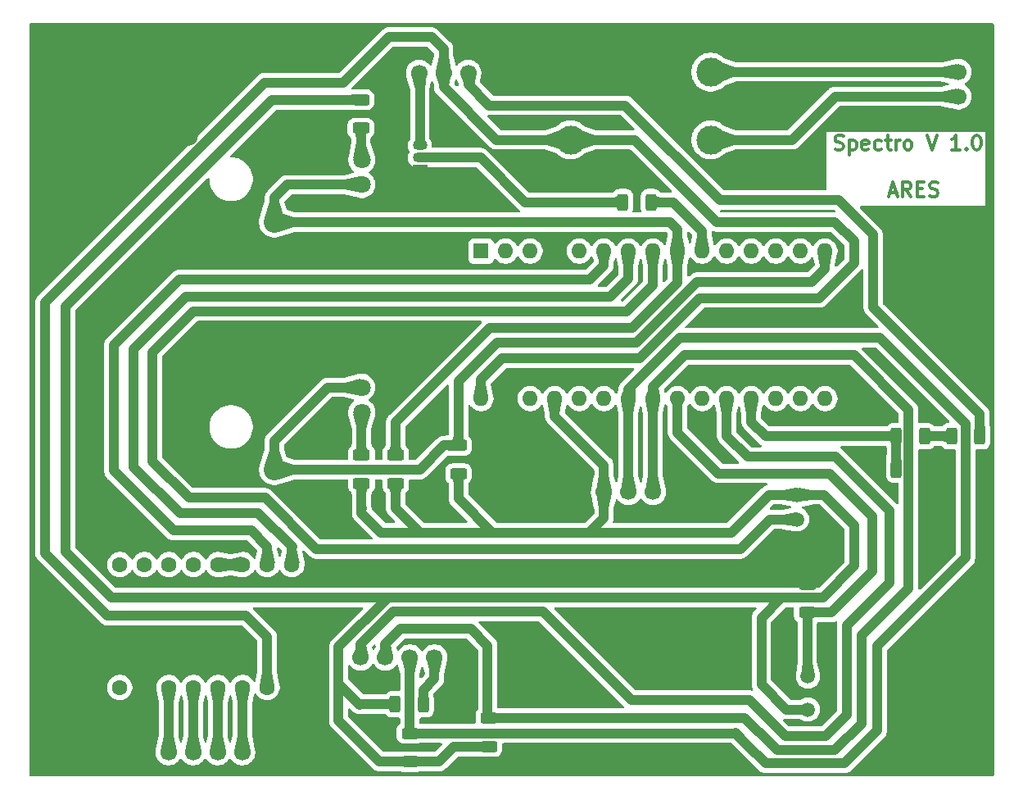
<source format=gbr>
%TF.GenerationSoftware,KiCad,Pcbnew,9.0.1*%
%TF.CreationDate,2025-05-22T16:34:42-04:00*%
%TF.ProjectId,Fotoreceptor,466f746f-7265-4636-9570-746f722e6b69,rev?*%
%TF.SameCoordinates,Original*%
%TF.FileFunction,Copper,L1,Top*%
%TF.FilePolarity,Positive*%
%FSLAX46Y46*%
G04 Gerber Fmt 4.6, Leading zero omitted, Abs format (unit mm)*
G04 Created by KiCad (PCBNEW 9.0.1) date 2025-05-22 16:34:42*
%MOMM*%
%LPD*%
G01*
G04 APERTURE LIST*
G04 Aperture macros list*
%AMRoundRect*
0 Rectangle with rounded corners*
0 $1 Rounding radius*
0 $2 $3 $4 $5 $6 $7 $8 $9 X,Y pos of 4 corners*
0 Add a 4 corners polygon primitive as box body*
4,1,4,$2,$3,$4,$5,$6,$7,$8,$9,$2,$3,0*
0 Add four circle primitives for the rounded corners*
1,1,$1+$1,$2,$3*
1,1,$1+$1,$4,$5*
1,1,$1+$1,$6,$7*
1,1,$1+$1,$8,$9*
0 Add four rect primitives between the rounded corners*
20,1,$1+$1,$2,$3,$4,$5,0*
20,1,$1+$1,$4,$5,$6,$7,0*
20,1,$1+$1,$6,$7,$8,$9,0*
20,1,$1+$1,$8,$9,$2,$3,0*%
G04 Aperture macros list end*
%ADD10C,0.300000*%
%TA.AperFunction,NonConductor*%
%ADD11C,0.300000*%
%TD*%
%TA.AperFunction,SMDPad,CuDef*%
%ADD12RoundRect,0.250000X-0.625000X0.312500X-0.625000X-0.312500X0.625000X-0.312500X0.625000X0.312500X0*%
%TD*%
%TA.AperFunction,SMDPad,CuDef*%
%ADD13RoundRect,0.250000X0.312500X0.625000X-0.312500X0.625000X-0.312500X-0.625000X0.312500X-0.625000X0*%
%TD*%
%TA.AperFunction,SMDPad,CuDef*%
%ADD14RoundRect,0.250000X0.625000X-0.312500X0.625000X0.312500X-0.625000X0.312500X-0.625000X-0.312500X0*%
%TD*%
%TA.AperFunction,SMDPad,CuDef*%
%ADD15RoundRect,0.250000X-0.312500X-0.625000X0.312500X-0.625000X0.312500X0.625000X-0.312500X0.625000X0*%
%TD*%
%TA.AperFunction,ComponentPad*%
%ADD16C,1.500000*%
%TD*%
%TA.AperFunction,ComponentPad*%
%ADD17C,1.700000*%
%TD*%
%TA.AperFunction,ComponentPad*%
%ADD18C,1.600000*%
%TD*%
%TA.AperFunction,ComponentPad*%
%ADD19R,1.500000X1.050000*%
%TD*%
%TA.AperFunction,ComponentPad*%
%ADD20O,1.500000X1.050000*%
%TD*%
%TA.AperFunction,ComponentPad*%
%ADD21C,1.800000*%
%TD*%
%TA.AperFunction,ComponentPad*%
%ADD22R,1.600000X1.600000*%
%TD*%
%TA.AperFunction,ComponentPad*%
%ADD23O,1.600000X1.600000*%
%TD*%
%TA.AperFunction,ComponentPad*%
%ADD24C,2.200000*%
%TD*%
%TA.AperFunction,ComponentPad*%
%ADD25R,1.700000X1.700000*%
%TD*%
%TA.AperFunction,ComponentPad*%
%ADD26C,3.000000*%
%TD*%
%TA.AperFunction,ViaPad*%
%ADD27C,2.000000*%
%TD*%
%TA.AperFunction,Conductor*%
%ADD28C,1.000000*%
%TD*%
G04 APERTURE END LIST*
D10*
D11*
X218932682Y-62187768D02*
X219146968Y-62259196D01*
X219146968Y-62259196D02*
X219504110Y-62259196D01*
X219504110Y-62259196D02*
X219646968Y-62187768D01*
X219646968Y-62187768D02*
X219718396Y-62116339D01*
X219718396Y-62116339D02*
X219789825Y-61973482D01*
X219789825Y-61973482D02*
X219789825Y-61830625D01*
X219789825Y-61830625D02*
X219718396Y-61687768D01*
X219718396Y-61687768D02*
X219646968Y-61616339D01*
X219646968Y-61616339D02*
X219504110Y-61544910D01*
X219504110Y-61544910D02*
X219218396Y-61473482D01*
X219218396Y-61473482D02*
X219075539Y-61402053D01*
X219075539Y-61402053D02*
X219004110Y-61330625D01*
X219004110Y-61330625D02*
X218932682Y-61187768D01*
X218932682Y-61187768D02*
X218932682Y-61044910D01*
X218932682Y-61044910D02*
X219004110Y-60902053D01*
X219004110Y-60902053D02*
X219075539Y-60830625D01*
X219075539Y-60830625D02*
X219218396Y-60759196D01*
X219218396Y-60759196D02*
X219575539Y-60759196D01*
X219575539Y-60759196D02*
X219789825Y-60830625D01*
X220432681Y-61259196D02*
X220432681Y-62759196D01*
X220432681Y-61330625D02*
X220575539Y-61259196D01*
X220575539Y-61259196D02*
X220861253Y-61259196D01*
X220861253Y-61259196D02*
X221004110Y-61330625D01*
X221004110Y-61330625D02*
X221075539Y-61402053D01*
X221075539Y-61402053D02*
X221146967Y-61544910D01*
X221146967Y-61544910D02*
X221146967Y-61973482D01*
X221146967Y-61973482D02*
X221075539Y-62116339D01*
X221075539Y-62116339D02*
X221004110Y-62187768D01*
X221004110Y-62187768D02*
X220861253Y-62259196D01*
X220861253Y-62259196D02*
X220575539Y-62259196D01*
X220575539Y-62259196D02*
X220432681Y-62187768D01*
X222361253Y-62187768D02*
X222218396Y-62259196D01*
X222218396Y-62259196D02*
X221932682Y-62259196D01*
X221932682Y-62259196D02*
X221789824Y-62187768D01*
X221789824Y-62187768D02*
X221718396Y-62044910D01*
X221718396Y-62044910D02*
X221718396Y-61473482D01*
X221718396Y-61473482D02*
X221789824Y-61330625D01*
X221789824Y-61330625D02*
X221932682Y-61259196D01*
X221932682Y-61259196D02*
X222218396Y-61259196D01*
X222218396Y-61259196D02*
X222361253Y-61330625D01*
X222361253Y-61330625D02*
X222432682Y-61473482D01*
X222432682Y-61473482D02*
X222432682Y-61616339D01*
X222432682Y-61616339D02*
X221718396Y-61759196D01*
X223718396Y-62187768D02*
X223575538Y-62259196D01*
X223575538Y-62259196D02*
X223289824Y-62259196D01*
X223289824Y-62259196D02*
X223146967Y-62187768D01*
X223146967Y-62187768D02*
X223075538Y-62116339D01*
X223075538Y-62116339D02*
X223004110Y-61973482D01*
X223004110Y-61973482D02*
X223004110Y-61544910D01*
X223004110Y-61544910D02*
X223075538Y-61402053D01*
X223075538Y-61402053D02*
X223146967Y-61330625D01*
X223146967Y-61330625D02*
X223289824Y-61259196D01*
X223289824Y-61259196D02*
X223575538Y-61259196D01*
X223575538Y-61259196D02*
X223718396Y-61330625D01*
X224146967Y-61259196D02*
X224718395Y-61259196D01*
X224361252Y-60759196D02*
X224361252Y-62044910D01*
X224361252Y-62044910D02*
X224432681Y-62187768D01*
X224432681Y-62187768D02*
X224575538Y-62259196D01*
X224575538Y-62259196D02*
X224718395Y-62259196D01*
X225218395Y-62259196D02*
X225218395Y-61259196D01*
X225218395Y-61544910D02*
X225289824Y-61402053D01*
X225289824Y-61402053D02*
X225361253Y-61330625D01*
X225361253Y-61330625D02*
X225504110Y-61259196D01*
X225504110Y-61259196D02*
X225646967Y-61259196D01*
X226361252Y-62259196D02*
X226218395Y-62187768D01*
X226218395Y-62187768D02*
X226146966Y-62116339D01*
X226146966Y-62116339D02*
X226075538Y-61973482D01*
X226075538Y-61973482D02*
X226075538Y-61544910D01*
X226075538Y-61544910D02*
X226146966Y-61402053D01*
X226146966Y-61402053D02*
X226218395Y-61330625D01*
X226218395Y-61330625D02*
X226361252Y-61259196D01*
X226361252Y-61259196D02*
X226575538Y-61259196D01*
X226575538Y-61259196D02*
X226718395Y-61330625D01*
X226718395Y-61330625D02*
X226789824Y-61402053D01*
X226789824Y-61402053D02*
X226861252Y-61544910D01*
X226861252Y-61544910D02*
X226861252Y-61973482D01*
X226861252Y-61973482D02*
X226789824Y-62116339D01*
X226789824Y-62116339D02*
X226718395Y-62187768D01*
X226718395Y-62187768D02*
X226575538Y-62259196D01*
X226575538Y-62259196D02*
X226361252Y-62259196D01*
X228432681Y-60759196D02*
X228932681Y-62259196D01*
X228932681Y-62259196D02*
X229432681Y-60759196D01*
X231861252Y-62259196D02*
X231004109Y-62259196D01*
X231432680Y-62259196D02*
X231432680Y-60759196D01*
X231432680Y-60759196D02*
X231289823Y-60973482D01*
X231289823Y-60973482D02*
X231146966Y-61116339D01*
X231146966Y-61116339D02*
X231004109Y-61187768D01*
X232504108Y-62116339D02*
X232575537Y-62187768D01*
X232575537Y-62187768D02*
X232504108Y-62259196D01*
X232504108Y-62259196D02*
X232432680Y-62187768D01*
X232432680Y-62187768D02*
X232504108Y-62116339D01*
X232504108Y-62116339D02*
X232504108Y-62259196D01*
X233504109Y-60759196D02*
X233646966Y-60759196D01*
X233646966Y-60759196D02*
X233789823Y-60830625D01*
X233789823Y-60830625D02*
X233861252Y-60902053D01*
X233861252Y-60902053D02*
X233932680Y-61044910D01*
X233932680Y-61044910D02*
X234004109Y-61330625D01*
X234004109Y-61330625D02*
X234004109Y-61687768D01*
X234004109Y-61687768D02*
X233932680Y-61973482D01*
X233932680Y-61973482D02*
X233861252Y-62116339D01*
X233861252Y-62116339D02*
X233789823Y-62187768D01*
X233789823Y-62187768D02*
X233646966Y-62259196D01*
X233646966Y-62259196D02*
X233504109Y-62259196D01*
X233504109Y-62259196D02*
X233361252Y-62187768D01*
X233361252Y-62187768D02*
X233289823Y-62116339D01*
X233289823Y-62116339D02*
X233218394Y-61973482D01*
X233218394Y-61973482D02*
X233146966Y-61687768D01*
X233146966Y-61687768D02*
X233146966Y-61330625D01*
X233146966Y-61330625D02*
X233218394Y-61044910D01*
X233218394Y-61044910D02*
X233289823Y-60902053D01*
X233289823Y-60902053D02*
X233361252Y-60830625D01*
X233361252Y-60830625D02*
X233504109Y-60759196D01*
X224575539Y-66660457D02*
X225289825Y-66660457D01*
X224432682Y-67089028D02*
X224932682Y-65589028D01*
X224932682Y-65589028D02*
X225432682Y-67089028D01*
X226789824Y-67089028D02*
X226289824Y-66374742D01*
X225932681Y-67089028D02*
X225932681Y-65589028D01*
X225932681Y-65589028D02*
X226504110Y-65589028D01*
X226504110Y-65589028D02*
X226646967Y-65660457D01*
X226646967Y-65660457D02*
X226718396Y-65731885D01*
X226718396Y-65731885D02*
X226789824Y-65874742D01*
X226789824Y-65874742D02*
X226789824Y-66089028D01*
X226789824Y-66089028D02*
X226718396Y-66231885D01*
X226718396Y-66231885D02*
X226646967Y-66303314D01*
X226646967Y-66303314D02*
X226504110Y-66374742D01*
X226504110Y-66374742D02*
X225932681Y-66374742D01*
X227432681Y-66303314D02*
X227932681Y-66303314D01*
X228146967Y-67089028D02*
X227432681Y-67089028D01*
X227432681Y-67089028D02*
X227432681Y-65589028D01*
X227432681Y-65589028D02*
X228146967Y-65589028D01*
X228718396Y-67017600D02*
X228932682Y-67089028D01*
X228932682Y-67089028D02*
X229289824Y-67089028D01*
X229289824Y-67089028D02*
X229432682Y-67017600D01*
X229432682Y-67017600D02*
X229504110Y-66946171D01*
X229504110Y-66946171D02*
X229575539Y-66803314D01*
X229575539Y-66803314D02*
X229575539Y-66660457D01*
X229575539Y-66660457D02*
X229504110Y-66517600D01*
X229504110Y-66517600D02*
X229432682Y-66446171D01*
X229432682Y-66446171D02*
X229289824Y-66374742D01*
X229289824Y-66374742D02*
X229004110Y-66303314D01*
X229004110Y-66303314D02*
X228861253Y-66231885D01*
X228861253Y-66231885D02*
X228789824Y-66160457D01*
X228789824Y-66160457D02*
X228718396Y-66017600D01*
X228718396Y-66017600D02*
X228718396Y-65874742D01*
X228718396Y-65874742D02*
X228789824Y-65731885D01*
X228789824Y-65731885D02*
X228861253Y-65660457D01*
X228861253Y-65660457D02*
X229004110Y-65589028D01*
X229004110Y-65589028D02*
X229361253Y-65589028D01*
X229361253Y-65589028D02*
X229575539Y-65660457D01*
D12*
%TO.P,R7,1*%
%TO.N,+5V*%
X169910000Y-57100000D03*
%TO.P,R7,2*%
%TO.N,Net-(D2-A)*%
X169910000Y-60025000D03*
%TD*%
D13*
%TO.P,R4,1*%
%TO.N,D7*%
X199920000Y-67670000D03*
%TO.P,R4,2*%
%TO.N,Net-(Transistor1-B)*%
X196995000Y-67670000D03*
%TD*%
D12*
%TO.P,R9,1*%
%TO.N,GND*%
X216062000Y-107151500D03*
%TO.P,R9,2*%
%TO.N,A3*%
X216062000Y-110076500D03*
%TD*%
%TO.P,R1,1*%
%TO.N,D12*%
X180010000Y-92800000D03*
%TO.P,R1,2*%
%TO.N,+5V*%
X180010000Y-95725000D03*
%TD*%
%TO.P,R5,1*%
%TO.N,D6*%
X173510000Y-93800000D03*
%TO.P,R5,2*%
%TO.N,+5V*%
X173510000Y-96725000D03*
%TD*%
D14*
%TO.P,R6,1*%
%TO.N,+5V*%
X169990000Y-96725000D03*
%TO.P,R6,2*%
%TO.N,Net-(D1-A)*%
X169990000Y-93800000D03*
%TD*%
D12*
%TO.P,R11,1*%
%TO.N,SDA*%
X183143600Y-120983800D03*
%TO.P,R11,2*%
%TO.N,+5V*%
X183143600Y-123908800D03*
%TD*%
D15*
%TO.P,R13,1*%
%TO.N,+5V*%
X173462200Y-119536000D03*
%TO.P,R13,2*%
%TO.N,Net-(J4-Pin_2)*%
X176387200Y-119536000D03*
%TD*%
D13*
%TO.P,R2,1*%
%TO.N,GND*%
X228192500Y-95279000D03*
%TO.P,R2,2*%
%TO.N,A0*%
X225267500Y-95279000D03*
%TD*%
%TO.P,R10,1*%
%TO.N,Net-(R10-Pad1)*%
X228192500Y-91850000D03*
%TO.P,R10,2*%
%TO.N,A0*%
X225267500Y-91850000D03*
%TD*%
%TO.P,R3,1*%
%TO.N,ROJO*%
X233907500Y-91850000D03*
%TO.P,R3,2*%
%TO.N,Net-(R10-Pad1)*%
X230982500Y-91850000D03*
%TD*%
D14*
%TO.P,R12,1*%
%TO.N,+5V*%
X174990200Y-125458200D03*
%TO.P,R12,2*%
%TO.N,SCK*%
X174990200Y-122533200D03*
%TD*%
D16*
%TO.P,R8,1*%
%TO.N,+5V*%
X216120000Y-120070000D03*
%TO.P,R8,2*%
%TO.N,A3*%
X216120000Y-116670000D03*
%TD*%
D17*
%TO.P,Header_2P1,1,Pin_1*%
%TO.N,Net-(DCDC1-+VIN)*%
X231692200Y-56752200D03*
%TO.P,Header_2P1,2,Pin_2*%
%TO.N,Net-(DCDC1--VIN)*%
X231692200Y-54212200D03*
%TD*%
D18*
%TO.P,J1,1,GND*%
%TO.N,GND*%
X162770000Y-117800000D03*
%TO.P,J1,2,VVD*%
%TO.N,+VOUT*%
X160230000Y-117800000D03*
%TO.P,J1,3,1B*%
%TO.N,1B*%
X157690000Y-117800000D03*
%TO.P,J1,4,1A*%
%TO.N,1A*%
X155150000Y-117800000D03*
%TO.P,J1,5,2A*%
%TO.N,2A*%
X152610000Y-117800000D03*
%TO.P,J1,6,2B*%
%TO.N,2B*%
X150070000Y-117800000D03*
%TO.P,J1,7,GND*%
%TO.N,GND*%
X147530000Y-117800000D03*
%TO.P,J1,8,Pin_8*%
%TO.N,unconnected-(J1-Pin_8-Pad8)*%
X144990000Y-117800000D03*
%TD*%
D19*
%TO.P,Transistor1,1,E*%
%TO.N,GND*%
X176010000Y-64340000D03*
D20*
%TO.P,Transistor1,2,B*%
%TO.N,Net-(Transistor1-B)*%
X176010000Y-63070000D03*
%TO.P,Transistor1,3,C*%
%TO.N,NEGRO*%
X176010000Y-61800000D03*
%TD*%
D21*
%TO.P,D1,1,K*%
%TO.N,D12*%
X170010000Y-86800000D03*
%TO.P,D1,2,A*%
%TO.N,Net-(D1-A)*%
X170010000Y-89340000D03*
%TD*%
D22*
%TO.P,A1,1,D1/TX*%
%TO.N,unconnected-(A1-D1{slash}TX-Pad1)*%
X182330000Y-72720000D03*
D23*
%TO.P,A1,2,D0/RX*%
%TO.N,unconnected-(A1-D0{slash}RX-Pad2)*%
X184870000Y-72720000D03*
%TO.P,A1,3,~{RESET}*%
%TO.N,unconnected-(A1-~{RESET}-Pad3)*%
X187410000Y-72720000D03*
%TO.P,A1,4,GND*%
%TO.N,GND*%
X189950000Y-72720000D03*
%TO.P,A1,5,D2*%
%TO.N,unconnected-(A1-D2-Pad5)*%
X192490000Y-72720000D03*
%TO.P,A1,6,D3*%
%TO.N,STEP*%
X195030000Y-72720000D03*
%TO.P,A1,7,D4*%
%TO.N,DIR*%
X197570000Y-72720000D03*
%TO.P,A1,8,D5*%
%TO.N,D5*%
X200110000Y-72720000D03*
%TO.P,A1,9,D6*%
%TO.N,D6*%
X202650000Y-72720000D03*
%TO.P,A1,10,D7*%
%TO.N,D7*%
X205190000Y-72720000D03*
%TO.P,A1,11,D8*%
%TO.N,unconnected-(A1-D8-Pad11)*%
X207730000Y-72720000D03*
%TO.P,A1,12,D9*%
%TO.N,unconnected-(A1-D9-Pad12)*%
X210270000Y-72720000D03*
%TO.P,A1,13,D10*%
%TO.N,unconnected-(A1-D10-Pad13)*%
X212810000Y-72720000D03*
%TO.P,A1,14,D11*%
%TO.N,unconnected-(A1-D11-Pad14)*%
X215350000Y-72720000D03*
%TO.P,A1,15,D12*%
%TO.N,D12*%
X217890000Y-72720000D03*
%TO.P,A1,16,D13*%
%TO.N,unconnected-(A1-D13-Pad16)*%
X217890000Y-87960000D03*
%TO.P,A1,17,3V3*%
%TO.N,unconnected-(A1-3V3-Pad17)*%
X215350000Y-87960000D03*
%TO.P,A1,18,AREF*%
%TO.N,unconnected-(A1-AREF-Pad18)*%
X212810000Y-87960000D03*
%TO.P,A1,19,A0*%
%TO.N,A0*%
X210270000Y-87960000D03*
%TO.P,A1,20,A1*%
%TO.N,A1*%
X207730000Y-87960000D03*
%TO.P,A1,21,A2*%
%TO.N,unconnected-(A1-A2-Pad21)*%
X205190000Y-87960000D03*
%TO.P,A1,22,A3*%
%TO.N,A3*%
X202650000Y-87960000D03*
%TO.P,A1,23,A4*%
%TO.N,SDA*%
X200110000Y-87960000D03*
%TO.P,A1,24,A5*%
%TO.N,SCK*%
X197570000Y-87960000D03*
%TO.P,A1,25,A6*%
%TO.N,unconnected-(A1-A6-Pad25)*%
X195030000Y-87960000D03*
%TO.P,A1,26,A7*%
%TO.N,unconnected-(A1-A7-Pad26)*%
X192490000Y-87960000D03*
%TO.P,A1,27,+5V*%
%TO.N,+5V*%
X189950000Y-87960000D03*
%TO.P,A1,28,~{RESET}*%
%TO.N,unconnected-(A1-~{RESET}-Pad28)*%
X187410000Y-87960000D03*
%TO.P,A1,29,GND*%
%TO.N,GND*%
X184870000Y-87960000D03*
%TO.P,A1,30,VIN*%
%TO.N,+VOUT*%
X182330000Y-87960000D03*
%TD*%
D16*
%TO.P,U1,1,VDD*%
%TO.N,+5V*%
X215010000Y-97900000D03*
%TO.P,U1,2,SDA*%
%TO.N,D5*%
X215010000Y-100440000D03*
%TO.P,U1,3,GND*%
%TO.N,GND*%
X215010000Y-102980000D03*
%TO.P,U1,4,GND*%
X215010000Y-105520000D03*
%TD*%
D24*
%TO.P,Bot\u00F3n_2,3,C*%
%TO.N,D6*%
X160970000Y-69720000D03*
%TO.P,Bot\u00F3n_2,4,D*%
%TO.N,GND*%
X151970000Y-60720000D03*
%TD*%
D25*
%TO.P,Puerto_de_cables_de_colores1,1,Pin_1*%
%TO.N,GND*%
X183550000Y-54300000D03*
D17*
%TO.P,Puerto_de_cables_de_colores1,2,Pin_2*%
%TO.N,ROJO*%
X181010000Y-54300000D03*
%TO.P,Puerto_de_cables_de_colores1,3,Pin_3*%
%TO.N,+VOUT*%
X178470000Y-54300000D03*
%TO.P,Puerto_de_cables_de_colores1,4,Pin_4*%
%TO.N,NEGRO*%
X175930000Y-54300000D03*
%TD*%
%TO.P,J3,1,Pin_1*%
%TO.N,1B*%
X157650000Y-124500000D03*
%TO.P,J3,2,Pin_2*%
%TO.N,1A*%
X155110000Y-124500000D03*
%TO.P,J3,3,Pin_3*%
%TO.N,2A*%
X152570000Y-124500000D03*
%TO.P,J3,4,Pin_4*%
%TO.N,2B*%
X150030000Y-124500000D03*
%TD*%
D25*
%TO.P,PANTALLA1,1,Pin_1*%
%TO.N,GND*%
X192500000Y-97610000D03*
D17*
%TO.P,PANTALLA1,2,Pin_2*%
%TO.N,+5V*%
X195040000Y-97610000D03*
%TO.P,PANTALLA1,3,Pin_3*%
%TO.N,SCK*%
X197580000Y-97610000D03*
%TO.P,PANTALLA1,4,Pin_4*%
%TO.N,SDA*%
X200120000Y-97610000D03*
%TD*%
D24*
%TO.P,Bot\u00F3n_1,1,C*%
%TO.N,D12*%
X160970000Y-95300000D03*
%TO.P,Bot\u00F3n_1,2,D*%
%TO.N,GND*%
X151970000Y-86300000D03*
%TD*%
D25*
%TO.P,J4,1,Pin_1*%
%TO.N,GND*%
X180065667Y-114696573D03*
D17*
%TO.P,J4,2,Pin_2*%
%TO.N,Net-(J4-Pin_2)*%
X177525667Y-114696573D03*
%TO.P,J4,3,Pin_3*%
%TO.N,SCK*%
X174985667Y-114696573D03*
%TO.P,J4,4,Pin_4*%
%TO.N,SDA*%
X172445667Y-114696573D03*
%TO.P,J4,5,Pin_5*%
%TO.N,A1*%
X169905667Y-114696573D03*
%TD*%
D26*
%TO.P,DCDC1,1,+VIN*%
%TO.N,Net-(DCDC1-+VIN)*%
X206090000Y-61230000D03*
%TO.P,DCDC1,2,-VIN*%
%TO.N,Net-(DCDC1--VIN)*%
X206090000Y-54230000D03*
%TO.P,DCDC1,3,+VOUT*%
%TO.N,+VOUT*%
X191590000Y-61230000D03*
%TO.P,DCDC1,4,-VOUT*%
%TO.N,GND*%
X191590000Y-54230000D03*
%TD*%
D21*
%TO.P,D2,1,K*%
%TO.N,D6*%
X170010000Y-65840000D03*
%TO.P,D2,2,A*%
%TO.N,Net-(D2-A)*%
X170010000Y-63300000D03*
%TD*%
D18*
%TO.P,J2,9,ENABLE*%
%TO.N,unconnected-(J2-ENABLE-Pad9)*%
X145010000Y-105100000D03*
%TO.P,J2,10,MS1*%
%TO.N,unconnected-(J2-MS1-Pad10)*%
X147550000Y-105100000D03*
%TO.P,J2,11,MS2*%
%TO.N,unconnected-(J2-MS2-Pad11)*%
X150090000Y-105100000D03*
%TO.P,J2,12,MS3*%
%TO.N,unconnected-(J2-MS3-Pad12)*%
X152630000Y-105100000D03*
%TO.P,J2,13,RESET*%
%TO.N,RETRO*%
X155170000Y-105100000D03*
%TO.P,J2,14,SLEEP*%
X157710000Y-105100000D03*
%TO.P,J2,15,STEP*%
%TO.N,STEP*%
X160250000Y-105100000D03*
%TO.P,J2,16,DIR*%
%TO.N,DIR*%
X162790000Y-105100000D03*
%TD*%
D27*
%TO.N,GND*%
X177530000Y-99280000D03*
X167344800Y-110646000D03*
X229574800Y-103026000D03*
X141792400Y-86312800D03*
X177450000Y-106070000D03*
%TD*%
D28*
%TO.N,SCK*%
X211744000Y-125632000D02*
X209864400Y-123752400D01*
X223301000Y-122266500D02*
X219935500Y-125632000D01*
X219935500Y-125632000D02*
X211744000Y-125632000D01*
X197570000Y-97600000D02*
X197580000Y-97610000D01*
X209864400Y-123752400D02*
X208630500Y-122518500D01*
X197540000Y-97570000D02*
X197580000Y-97610000D01*
X232445000Y-104372200D02*
X223301000Y-113516200D01*
X208645200Y-122533200D02*
X209864400Y-123752400D01*
X174985667Y-114696573D02*
X174985667Y-122528667D01*
X174990200Y-122533200D02*
X208645200Y-122533200D01*
X223555000Y-81690000D02*
X232445000Y-90580000D01*
X197570000Y-87960000D02*
X197570000Y-86974000D01*
X202854000Y-81690000D02*
X223555000Y-81690000D01*
X223301000Y-113516200D02*
X223301000Y-122266500D01*
X197570000Y-87960000D02*
X197570000Y-97600000D01*
X197570000Y-86974000D02*
X202854000Y-81690000D01*
X175041000Y-114751906D02*
X174985667Y-114696573D01*
X174985667Y-122528667D02*
X174990200Y-122533200D01*
X232445000Y-90580000D02*
X232445000Y-104372200D01*
%TO.N,+VOUT*%
X168110000Y-55300000D02*
X172810000Y-50600000D01*
X220920000Y-73940000D02*
X220920000Y-71720000D01*
X178470000Y-55760000D02*
X183940000Y-61230000D01*
X178470000Y-54300000D02*
X178470000Y-55760000D01*
X204932000Y-77580000D02*
X217280000Y-77580000D01*
X183940000Y-61230000D02*
X191590000Y-61230000D01*
X160230000Y-112580000D02*
X158020000Y-110370000D01*
X220920000Y-71720000D02*
X218920000Y-69720000D01*
X143680000Y-110370000D02*
X137270000Y-103960000D01*
X182330000Y-85980000D02*
X184540000Y-83770000D01*
X159990000Y-55300000D02*
X168110000Y-55300000D01*
X177210000Y-50600000D02*
X178470000Y-51860000D01*
X198220000Y-61230000D02*
X191590000Y-61230000D01*
X178470000Y-51860000D02*
X178470000Y-54300000D01*
X172810000Y-50600000D02*
X177210000Y-50600000D01*
X206710000Y-69720000D02*
X198220000Y-61230000D01*
X182330000Y-87960000D02*
X182330000Y-85980000D01*
X217280000Y-77580000D02*
X220920000Y-73940000D01*
X137270000Y-78020000D02*
X159990000Y-55300000D01*
X198742000Y-83770000D02*
X204932000Y-77580000D01*
X158020000Y-110370000D02*
X143680000Y-110370000D01*
X184540000Y-83770000D02*
X198742000Y-83770000D01*
X160230000Y-117800000D02*
X160230000Y-112580000D01*
X137270000Y-103960000D02*
X137270000Y-78020000D01*
X218920000Y-69720000D02*
X206710000Y-69720000D01*
%TO.N,A3*%
X216062000Y-110076500D02*
X216062000Y-116612000D01*
X222820000Y-105790000D02*
X222820000Y-100140000D01*
X222820000Y-100140000D02*
X218370000Y-95690000D01*
X216316000Y-116474000D02*
X216120000Y-116670000D01*
X216062000Y-116612000D02*
X216120000Y-116670000D01*
X216062000Y-110076500D02*
X218533500Y-110076500D01*
X218370000Y-95690000D02*
X206880000Y-95690000D01*
X218533500Y-110076500D02*
X222820000Y-105790000D01*
X202650000Y-91460000D02*
X202650000Y-87960000D01*
X216316000Y-110076500D02*
X216377500Y-110138000D01*
X206880000Y-95690000D02*
X202650000Y-91460000D01*
%TO.N,A1*%
X219010000Y-93950000D02*
X218980000Y-93980000D01*
X224580000Y-106970000D02*
X224580000Y-99520000D01*
X220126000Y-120653600D02*
X220126000Y-111424000D01*
X207720000Y-87970000D02*
X207730000Y-87960000D01*
X188731600Y-109934800D02*
X197901000Y-119104200D01*
X169905667Y-114696573D02*
X169905667Y-113317533D01*
X224580000Y-99520000D02*
X219010000Y-93950000D01*
X173288400Y-109934800D02*
X188731600Y-109934800D01*
X210042200Y-119104200D02*
X213776000Y-122838000D01*
X218980000Y-93980000D02*
X209890000Y-93980000D01*
X213776000Y-122838000D02*
X217941600Y-122838000D01*
X197901000Y-119104200D02*
X210042200Y-119104200D01*
X220126000Y-111424000D02*
X224580000Y-106970000D01*
X217941600Y-122838000D02*
X220126000Y-120653600D01*
X207730000Y-91820000D02*
X207730000Y-87960000D01*
X209890000Y-93980000D02*
X207730000Y-91820000D01*
X169905667Y-113317533D02*
X173288400Y-109934800D01*
%TO.N,D12*%
X178510000Y-92800000D02*
X176010000Y-95300000D01*
X184040000Y-82170000D02*
X180010000Y-86200000D01*
X160970000Y-95300000D02*
X160970000Y-92320000D01*
X160970000Y-95300000D02*
X176010000Y-95300000D01*
X217900000Y-74580000D02*
X216540000Y-75940000D01*
X204667000Y-75940000D02*
X198437000Y-82170000D01*
X180010000Y-92800000D02*
X178510000Y-92800000D01*
X180010000Y-86200000D02*
X180010000Y-92800000D01*
X198437000Y-82170000D02*
X184040000Y-82170000D01*
X160970000Y-92320000D02*
X166490000Y-86800000D01*
X217890000Y-74570000D02*
X217900000Y-74580000D01*
X166490000Y-86800000D02*
X170010000Y-86800000D01*
X217890000Y-72720000D02*
X217890000Y-74570000D01*
X216540000Y-75940000D02*
X204667000Y-75940000D01*
%TO.N,A0*%
X225267500Y-91850000D02*
X211744000Y-91850000D01*
X211744000Y-91850000D02*
X210270000Y-90376000D01*
X210270000Y-90376000D02*
X210270000Y-87960000D01*
X225267500Y-91850000D02*
X225267500Y-95279000D01*
%TO.N,D5*%
X200110000Y-76230000D02*
X197420000Y-78920000D01*
X200110000Y-72720000D02*
X200110000Y-76230000D01*
X165310000Y-103500000D02*
X209110000Y-103500000D01*
X212170000Y-100440000D02*
X215010000Y-100440000D01*
X209110000Y-103500000D02*
X212170000Y-100440000D01*
X148370000Y-94420000D02*
X152150000Y-98200000D01*
X148370000Y-83170000D02*
X148370000Y-94420000D01*
X160010000Y-98200000D02*
X165310000Y-103500000D01*
X152620000Y-78920000D02*
X148370000Y-83170000D01*
X152150000Y-98200000D02*
X160010000Y-98200000D01*
X197420000Y-78920000D02*
X152620000Y-78920000D01*
%TO.N,D6*%
X202650000Y-75990000D02*
X202650000Y-72720000D01*
X202650000Y-70480000D02*
X201890000Y-69720000D01*
X173510000Y-90400000D02*
X183240000Y-80670000D01*
X197970000Y-80670000D02*
X202650000Y-75990000D01*
X169980000Y-65870000D02*
X170010000Y-65840000D01*
X183240000Y-80670000D02*
X197970000Y-80670000D01*
X160970000Y-69720000D02*
X160970000Y-67220000D01*
X160970000Y-67220000D02*
X162320000Y-65870000D01*
X162320000Y-65870000D02*
X169980000Y-65870000D01*
X201890000Y-69720000D02*
X160970000Y-69720000D01*
X202650000Y-72720000D02*
X202650000Y-70480000D01*
X173510000Y-93800000D02*
X173510000Y-90400000D01*
%TO.N,D7*%
X202210000Y-67670000D02*
X199920000Y-67670000D01*
X205190000Y-72720000D02*
X205190000Y-70650000D01*
X205190000Y-70650000D02*
X202210000Y-67670000D01*
%TO.N,DIR*%
X146420000Y-95020000D02*
X151200000Y-99800000D01*
X159310000Y-99800000D02*
X162810000Y-103300000D01*
X162790000Y-103320000D02*
X162790000Y-105100000D01*
X146420000Y-82820000D02*
X146420000Y-95020000D01*
X197570000Y-72720000D02*
X197570000Y-75540000D01*
X162810000Y-103300000D02*
X162790000Y-103320000D01*
X195690000Y-77420000D02*
X151820000Y-77420000D01*
X151820000Y-77420000D02*
X146420000Y-82820000D01*
X197570000Y-75540000D02*
X195690000Y-77420000D01*
X151200000Y-99800000D02*
X159310000Y-99800000D01*
%TO.N,+5V*%
X171844600Y-125458200D02*
X174990200Y-125458200D01*
X167611800Y-117377000D02*
X167611800Y-121225400D01*
X195040000Y-94880000D02*
X195040000Y-97610000D01*
X212110000Y-97900000D02*
X208210000Y-101800000D01*
X139420000Y-78420000D02*
X139420000Y-103810000D01*
X175720000Y-108500000D02*
X213420000Y-108500000D01*
X216120000Y-120070000D02*
X213920000Y-120070000D01*
X208210000Y-101800000D02*
X193510000Y-101800000D01*
X144110000Y-108500000D02*
X172729600Y-108500000D01*
X177983400Y-125458200D02*
X179532800Y-123908800D01*
X167611800Y-113617800D02*
X167611800Y-117377000D01*
X176010000Y-101800000D02*
X173510000Y-99300000D01*
X180010000Y-95725000D02*
X180010000Y-98300000D01*
X169990000Y-96725000D02*
X169990000Y-99280000D01*
X174990200Y-125458200D02*
X177983400Y-125458200D01*
X169821600Y-119536000D02*
X173462200Y-119536000D01*
X172729600Y-108500000D02*
X175720000Y-108500000D01*
X160740000Y-57100000D02*
X139420000Y-78420000D01*
X215010000Y-97900000D02*
X212110000Y-97900000D01*
X169796200Y-119561400D02*
X167611800Y-117377000D01*
X169990000Y-99280000D02*
X170010000Y-99300000D01*
X217665000Y-108500000D02*
X220945000Y-105220000D01*
X220945000Y-101045000D02*
X217800000Y-97900000D01*
X139420000Y-103810000D02*
X144110000Y-108500000D01*
X211320000Y-110600000D02*
X213420000Y-108500000D01*
X179532800Y-123908800D02*
X183143600Y-123908800D01*
X167611800Y-121225400D02*
X171844600Y-125458200D01*
X173510000Y-96725000D02*
X173510000Y-99300000D01*
X217800000Y-97900000D02*
X215010000Y-97900000D01*
X195040000Y-100270000D02*
X193510000Y-101800000D01*
X189950000Y-87960000D02*
X189950000Y-89790000D01*
X189950000Y-89790000D02*
X195040000Y-94880000D01*
X195040000Y-97610000D02*
X195040000Y-100270000D01*
X220945000Y-105220000D02*
X220945000Y-101045000D01*
X183510000Y-101800000D02*
X176010000Y-101800000D01*
X211320000Y-117470000D02*
X211320000Y-110600000D01*
X180010000Y-98300000D02*
X183510000Y-101800000D01*
X172729600Y-108500000D02*
X167611800Y-113617800D01*
X188110000Y-101800000D02*
X183510000Y-101800000D01*
X169990000Y-99780000D02*
X172010000Y-101800000D01*
X169990000Y-99280000D02*
X169990000Y-99780000D01*
X169910000Y-57100000D02*
X160740000Y-57100000D01*
X172010000Y-101800000D02*
X176010000Y-101800000D01*
X213920000Y-120070000D02*
X211320000Y-117470000D01*
X213420000Y-108500000D02*
X217665000Y-108500000D01*
X169796200Y-119561400D02*
X169821600Y-119536000D01*
X193510000Y-101800000D02*
X188110000Y-101800000D01*
%TO.N,SDA*%
X200110000Y-87960000D02*
X200110000Y-97600000D01*
X172445667Y-114696573D02*
X172445667Y-113317533D01*
X183016600Y-113465400D02*
X183016600Y-120969100D01*
X220880000Y-83460000D02*
X203370000Y-83460000D01*
X200110000Y-86720000D02*
X200110000Y-87960000D01*
X184642200Y-120958400D02*
X184631500Y-120969100D01*
X200110000Y-97600000D02*
X200120000Y-97610000D01*
X212937800Y-124285800D02*
X218906800Y-124285800D01*
X200080000Y-97570000D02*
X200120000Y-97610000D01*
X172445667Y-113317533D02*
X174025000Y-111738200D01*
X218906800Y-124285800D02*
X221650000Y-121542600D01*
X211083600Y-122431600D02*
X211032800Y-122431600D01*
X221650000Y-112424000D02*
X226531000Y-107543000D01*
X226531000Y-89111000D02*
X220880000Y-83460000D01*
X174025000Y-111738200D02*
X181289400Y-111738200D01*
X181289400Y-111738200D02*
X183016600Y-113465400D01*
X184631500Y-120969100D02*
X183016600Y-120969100D01*
X203370000Y-83460000D02*
X200110000Y-86720000D01*
X211083600Y-122431600D02*
X212937800Y-124285800D01*
X211032800Y-122431600D02*
X209559600Y-120958400D01*
X209559600Y-120958400D02*
X184642200Y-120958400D01*
X221650000Y-121542600D02*
X221650000Y-112424000D01*
X226531000Y-107543000D02*
X226531000Y-89111000D01*
%TO.N,STEP*%
X144370000Y-95420000D02*
X144370000Y-82420000D01*
X160250000Y-103240000D02*
X158610000Y-101600000D01*
X150550000Y-101600000D02*
X144370000Y-95420000D01*
X195030000Y-74180000D02*
X195030000Y-72720000D01*
X193540000Y-75670000D02*
X195030000Y-74180000D01*
X144370000Y-82420000D02*
X151120000Y-75670000D01*
X160250000Y-105100000D02*
X160250000Y-103240000D01*
X151120000Y-75670000D02*
X193540000Y-75670000D01*
X158610000Y-101600000D02*
X150550000Y-101600000D01*
%TO.N,Net-(D1-A)*%
X169990000Y-93800000D02*
X169990000Y-89360000D01*
X169990000Y-89360000D02*
X170010000Y-89340000D01*
%TO.N,Net-(D2-A)*%
X169910000Y-60025000D02*
X169910000Y-63200000D01*
X169910000Y-63200000D02*
X170010000Y-63300000D01*
%TO.N,Net-(DCDC1-+VIN)*%
X223441000Y-56740000D02*
X223453200Y-56752200D01*
X218970000Y-56740000D02*
X214480000Y-61230000D01*
X223441000Y-56740000D02*
X218970000Y-56740000D01*
X214480000Y-61230000D02*
X206090000Y-61230000D01*
X223453200Y-56752200D02*
X231082600Y-56752200D01*
%TO.N,Net-(DCDC1--VIN)*%
X223453200Y-54212200D02*
X231082600Y-54212200D01*
X206120000Y-54200000D02*
X206090000Y-54230000D01*
X223441000Y-54200000D02*
X206120000Y-54200000D01*
X223441000Y-54200000D02*
X223453200Y-54212200D01*
%TO.N,NEGRO*%
X176010000Y-61800000D02*
X176010000Y-54380000D01*
X176010000Y-54380000D02*
X175930000Y-54300000D01*
%TO.N,ROJO*%
X219317200Y-67470000D02*
X207045000Y-67470000D01*
X222869200Y-78540400D02*
X222869200Y-71022000D01*
X183177919Y-57670000D02*
X181010000Y-55502081D01*
X222869200Y-71022000D02*
X219317200Y-67470000D01*
X207045000Y-67470000D02*
X197245000Y-57670000D01*
X197245000Y-57670000D02*
X183177919Y-57670000D01*
X233907500Y-91850000D02*
X233907500Y-89578700D01*
X181010000Y-55502081D02*
X181010000Y-54300000D01*
X233907500Y-89578700D02*
X222869200Y-78540400D01*
%TO.N,Net-(Transistor1-B)*%
X196995000Y-67670000D02*
X186880000Y-67670000D01*
X182280000Y-63070000D02*
X176010000Y-63070000D01*
X186880000Y-67670000D02*
X182280000Y-63070000D01*
%TO.N,1B*%
X157690000Y-124460000D02*
X157650000Y-124500000D01*
X157690000Y-117800000D02*
X157690000Y-124460000D01*
%TO.N,2B*%
X150070000Y-117800000D02*
X150070000Y-124460000D01*
X150070000Y-124460000D02*
X150030000Y-124500000D01*
%TO.N,1A*%
X155150000Y-117800000D02*
X155150000Y-124460000D01*
X155150000Y-124460000D02*
X155110000Y-124500000D01*
%TO.N,2A*%
X152610000Y-117800000D02*
X152610000Y-124460000D01*
X152610000Y-124460000D02*
X152570000Y-124500000D01*
%TO.N,RETRO*%
X157710000Y-105100000D02*
X155170000Y-105100000D01*
%TO.N,Net-(R10-Pad1)*%
X228192500Y-91850000D02*
X230982500Y-91850000D01*
%TO.N,Net-(J4-Pin_2)*%
X177525667Y-116898933D02*
X177525667Y-114696573D01*
X176387200Y-118037400D02*
X177525667Y-116898933D01*
X176387200Y-119536000D02*
X176387200Y-118037400D01*
%TD*%
%TA.AperFunction,Conductor*%
%TO.N,GND*%
G36*
X180890657Y-112758385D02*
G01*
X180911299Y-112775019D01*
X181979781Y-113843501D01*
X182013266Y-113904824D01*
X182016100Y-113931182D01*
X182016100Y-120061070D01*
X181996415Y-120128109D01*
X181979781Y-120148751D01*
X181925889Y-120202642D01*
X181833787Y-120351963D01*
X181833786Y-120351966D01*
X181778601Y-120518503D01*
X181778601Y-120518504D01*
X181778600Y-120518504D01*
X181768100Y-120621283D01*
X181768100Y-121346301D01*
X181768101Y-121346319D01*
X181773187Y-121396099D01*
X181760417Y-121464792D01*
X181712536Y-121515676D01*
X181649829Y-121532700D01*
X176110167Y-121532700D01*
X176043128Y-121513015D01*
X175997373Y-121460211D01*
X175986167Y-121408700D01*
X175986167Y-121035499D01*
X176005852Y-120968460D01*
X176058656Y-120922705D01*
X176110162Y-120911499D01*
X176749708Y-120911499D01*
X176749716Y-120911498D01*
X176749719Y-120911498D01*
X176806002Y-120905748D01*
X176852497Y-120900999D01*
X177019034Y-120845814D01*
X177168356Y-120753712D01*
X177292412Y-120629656D01*
X177384514Y-120480334D01*
X177439699Y-120313797D01*
X177450200Y-120211009D01*
X177450199Y-118860992D01*
X177439699Y-118758203D01*
X177438959Y-118755970D01*
X177393994Y-118620273D01*
X177393543Y-118617480D01*
X177392723Y-118616204D01*
X177387700Y-118581269D01*
X177387700Y-118503182D01*
X177407385Y-118436143D01*
X177424019Y-118415501D01*
X177852737Y-117986784D01*
X178302806Y-117536715D01*
X178343682Y-117475540D01*
X178412299Y-117372847D01*
X178487718Y-117190768D01*
X178495823Y-117150025D01*
X178526167Y-116997474D01*
X178526167Y-116800393D01*
X178526167Y-116471356D01*
X178529059Y-116444733D01*
X178530616Y-116437650D01*
X178850484Y-114982577D01*
X178851186Y-114979337D01*
X178851232Y-114979121D01*
X178860255Y-114919461D01*
X178860254Y-114919449D01*
X178860562Y-114913181D01*
X178860677Y-114913186D01*
X178861657Y-114894467D01*
X178876167Y-114802860D01*
X178876167Y-114590286D01*
X178842913Y-114380330D01*
X178777224Y-114178161D01*
X178680718Y-113988757D01*
X178680716Y-113988754D01*
X178680715Y-113988752D01*
X178555776Y-113816786D01*
X178405453Y-113666463D01*
X178233487Y-113541524D01*
X178044081Y-113445017D01*
X178044080Y-113445016D01*
X178044079Y-113445016D01*
X177841910Y-113379327D01*
X177841908Y-113379326D01*
X177841907Y-113379326D01*
X177680624Y-113353781D01*
X177631954Y-113346073D01*
X177419380Y-113346073D01*
X177370709Y-113353781D01*
X177209427Y-113379326D01*
X177007252Y-113445017D01*
X176817846Y-113541524D01*
X176645880Y-113666463D01*
X176495557Y-113816786D01*
X176370616Y-113988755D01*
X176366151Y-113997519D01*
X176318176Y-114048315D01*
X176250355Y-114065109D01*
X176184220Y-114042571D01*
X176145183Y-113997519D01*
X176140717Y-113988755D01*
X176015776Y-113816786D01*
X175865453Y-113666463D01*
X175693487Y-113541524D01*
X175504081Y-113445017D01*
X175504080Y-113445016D01*
X175504079Y-113445016D01*
X175301910Y-113379327D01*
X175301908Y-113379326D01*
X175301907Y-113379326D01*
X175140624Y-113353781D01*
X175091954Y-113346073D01*
X174879380Y-113346073D01*
X174830709Y-113353781D01*
X174669427Y-113379326D01*
X174467252Y-113445017D01*
X174277846Y-113541524D01*
X174105880Y-113666463D01*
X173955561Y-113816782D01*
X173955557Y-113816787D01*
X173864926Y-113941531D01*
X173851431Y-113951936D01*
X173841593Y-113965854D01*
X173824334Y-113972831D01*
X173809596Y-113984197D01*
X173792617Y-113985655D01*
X173776818Y-113992043D01*
X173758528Y-113988583D01*
X173739983Y-113990176D01*
X173724912Y-113982223D01*
X173708166Y-113979056D01*
X173694649Y-113966255D01*
X173678188Y-113957570D01*
X173669529Y-113942467D01*
X173657434Y-113931013D01*
X173644206Y-113898298D01*
X173588927Y-113673792D01*
X173592013Y-113603994D01*
X173621648Y-113556470D01*
X174403101Y-112775019D01*
X174464424Y-112741534D01*
X174490782Y-112738700D01*
X180823618Y-112738700D01*
X180890657Y-112758385D01*
G37*
%TD.AperFunction*%
%TA.AperFunction,Conductor*%
G36*
X229792271Y-92851495D02*
G01*
X229798665Y-92851317D01*
X229807219Y-92852303D01*
X229812085Y-92853564D01*
X229977218Y-92871911D01*
X229977558Y-92871951D01*
X230009389Y-92885424D01*
X230041499Y-92898859D01*
X230041652Y-92899081D01*
X230041901Y-92899187D01*
X230068887Y-92930035D01*
X230077288Y-92943656D01*
X230201344Y-93067712D01*
X230350666Y-93159814D01*
X230517203Y-93214999D01*
X230619991Y-93225500D01*
X231320500Y-93225499D01*
X231387539Y-93245183D01*
X231433294Y-93297987D01*
X231444500Y-93349499D01*
X231444500Y-103906417D01*
X231424815Y-103973456D01*
X231408181Y-103994098D01*
X227743181Y-107659098D01*
X227681858Y-107692583D01*
X227612166Y-107687599D01*
X227556233Y-107645727D01*
X227531816Y-107580263D01*
X227531500Y-107571417D01*
X227531500Y-93321869D01*
X227551185Y-93254830D01*
X227603989Y-93209075D01*
X227673147Y-93199131D01*
X227694495Y-93204160D01*
X227727203Y-93214999D01*
X227829991Y-93225500D01*
X228555008Y-93225499D01*
X228555016Y-93225498D01*
X228555019Y-93225498D01*
X228611302Y-93219748D01*
X228657797Y-93214999D01*
X228824334Y-93159814D01*
X228973656Y-93067712D01*
X229097712Y-92943656D01*
X229118839Y-92909402D01*
X229170787Y-92862679D01*
X229224378Y-92850500D01*
X229784457Y-92850500D01*
X229792271Y-92851495D01*
G37*
%TD.AperFunction*%
%TA.AperFunction,Conductor*%
G36*
X176811257Y-51620185D02*
G01*
X176831899Y-51636819D01*
X177433181Y-52238101D01*
X177466666Y-52299424D01*
X177469500Y-52325782D01*
X177469500Y-52525214D01*
X177466608Y-52551837D01*
X177261643Y-53484212D01*
X177228024Y-53545462D01*
X177166628Y-53578813D01*
X177096947Y-53573676D01*
X177041105Y-53531682D01*
X177040245Y-53530513D01*
X176960104Y-53420208D01*
X176809792Y-53269896D01*
X176809786Y-53269890D01*
X176637820Y-53144951D01*
X176448414Y-53048444D01*
X176448413Y-53048443D01*
X176448412Y-53048443D01*
X176246243Y-52982754D01*
X176246241Y-52982753D01*
X176246240Y-52982753D01*
X176084957Y-52957208D01*
X176036287Y-52949500D01*
X175823713Y-52949500D01*
X175775042Y-52957208D01*
X175613760Y-52982753D01*
X175411585Y-53048444D01*
X175222179Y-53144951D01*
X175050213Y-53269890D01*
X174899890Y-53420213D01*
X174774951Y-53592179D01*
X174678444Y-53781585D01*
X174612753Y-53983760D01*
X174579500Y-54193713D01*
X174579500Y-54406286D01*
X174612753Y-54616242D01*
X174615781Y-54625560D01*
X174617484Y-54631268D01*
X174806131Y-55323454D01*
X175002609Y-56044379D01*
X175005136Y-56053649D01*
X175009500Y-56086254D01*
X175009500Y-61077151D01*
X174989815Y-61144190D01*
X174988602Y-61146042D01*
X174876217Y-61314237D01*
X174876212Y-61314247D01*
X174798909Y-61500872D01*
X174798907Y-61500880D01*
X174759500Y-61698992D01*
X174759500Y-61901007D01*
X174798907Y-62099119D01*
X174798909Y-62099127D01*
X174876213Y-62285755D01*
X174929904Y-62366109D01*
X174950782Y-62432787D01*
X174932297Y-62500167D01*
X174929904Y-62503891D01*
X174876213Y-62584244D01*
X174798909Y-62770872D01*
X174798907Y-62770880D01*
X174759500Y-62968992D01*
X174759500Y-63171007D01*
X174798907Y-63369119D01*
X174798909Y-63369127D01*
X174876212Y-63555752D01*
X174876217Y-63555762D01*
X174988441Y-63723718D01*
X175131281Y-63866558D01*
X175299237Y-63978782D01*
X175299241Y-63978784D01*
X175299244Y-63978786D01*
X175485873Y-64056091D01*
X175683992Y-64095499D01*
X175683996Y-64095500D01*
X175683997Y-64095500D01*
X176336004Y-64095500D01*
X176336004Y-64095499D01*
X176449707Y-64072882D01*
X176473898Y-64070500D01*
X181814218Y-64070500D01*
X181881257Y-64090185D01*
X181901898Y-64106818D01*
X186102860Y-68307781D01*
X186102861Y-68307782D01*
X186181547Y-68386468D01*
X186242219Y-68447140D01*
X186242222Y-68447142D01*
X186309952Y-68492398D01*
X186354758Y-68546010D01*
X186363465Y-68615335D01*
X186333311Y-68678362D01*
X186273868Y-68715082D01*
X186241062Y-68719500D01*
X163157615Y-68719500D01*
X163122125Y-68714313D01*
X162303530Y-68469791D01*
X162244929Y-68431742D01*
X162220207Y-68386468D01*
X162207823Y-68345008D01*
X162010967Y-67685988D01*
X162010642Y-67616120D01*
X162042098Y-67562820D01*
X162698102Y-66906819D01*
X162759425Y-66873334D01*
X162785783Y-66870500D01*
X168136247Y-66870500D01*
X168162827Y-66873381D01*
X169714416Y-67213900D01*
X169718287Y-67214734D01*
X169718500Y-67214779D01*
X169777412Y-67223637D01*
X169777415Y-67223636D01*
X169777417Y-67223637D01*
X169783665Y-67223940D01*
X169783658Y-67224078D01*
X169802232Y-67225049D01*
X169899778Y-67240500D01*
X169899780Y-67240500D01*
X170120221Y-67240500D01*
X170120222Y-67240500D01*
X170337951Y-67206015D01*
X170547606Y-67137895D01*
X170744022Y-67037815D01*
X170922365Y-66908242D01*
X171078242Y-66752365D01*
X171207815Y-66574022D01*
X171307895Y-66377606D01*
X171376015Y-66167951D01*
X171410500Y-65950222D01*
X171410500Y-65729778D01*
X171376015Y-65512049D01*
X171307895Y-65302394D01*
X171307895Y-65302393D01*
X171259340Y-65207100D01*
X171207815Y-65105978D01*
X171191260Y-65083192D01*
X171078247Y-64927641D01*
X171078242Y-64927635D01*
X170922363Y-64771756D01*
X170922358Y-64771752D01*
X170782745Y-64670318D01*
X170740079Y-64614989D01*
X170734100Y-64545375D01*
X170766705Y-64483580D01*
X170782745Y-64469682D01*
X170922358Y-64368247D01*
X170922356Y-64368247D01*
X170922365Y-64368242D01*
X171078242Y-64212365D01*
X171207815Y-64034022D01*
X171307895Y-63837606D01*
X171376015Y-63627951D01*
X171410500Y-63410222D01*
X171410500Y-63189778D01*
X171376015Y-62972049D01*
X171359708Y-62921860D01*
X171358911Y-62919315D01*
X170919220Y-61455401D01*
X170915741Y-61443819D01*
X170915665Y-61443305D01*
X170915523Y-61443084D01*
X170910500Y-61408149D01*
X170910500Y-61223045D01*
X170913448Y-61199912D01*
X170912760Y-61199786D01*
X170913561Y-61195429D01*
X170913561Y-61195424D01*
X170913564Y-61195415D01*
X170931892Y-61030452D01*
X170958858Y-60966001D01*
X170990038Y-60938611D01*
X171003656Y-60930212D01*
X171127712Y-60806156D01*
X171219814Y-60656834D01*
X171274999Y-60490297D01*
X171285500Y-60387509D01*
X171285499Y-59662492D01*
X171274999Y-59559703D01*
X171219814Y-59393166D01*
X171127712Y-59243844D01*
X171003656Y-59119788D01*
X170854334Y-59027686D01*
X170687797Y-58972501D01*
X170687795Y-58972500D01*
X170585010Y-58962000D01*
X169234998Y-58962000D01*
X169234981Y-58962001D01*
X169132203Y-58972500D01*
X169132200Y-58972501D01*
X168965668Y-59027685D01*
X168965663Y-59027687D01*
X168816342Y-59119789D01*
X168692289Y-59243842D01*
X168600187Y-59393163D01*
X168600185Y-59393168D01*
X168572349Y-59477170D01*
X168545001Y-59559703D01*
X168545001Y-59559704D01*
X168545000Y-59559704D01*
X168534500Y-59662483D01*
X168534500Y-60387501D01*
X168534501Y-60387519D01*
X168545000Y-60490296D01*
X168545001Y-60490299D01*
X168600185Y-60656831D01*
X168600187Y-60656836D01*
X168692289Y-60806157D01*
X168816347Y-60930215D01*
X168829961Y-60938612D01*
X168832038Y-60940922D01*
X168834995Y-60941887D01*
X168855252Y-60966731D01*
X168876686Y-60990560D01*
X168877776Y-60994353D01*
X168879149Y-60996037D01*
X168887641Y-61028675D01*
X168888075Y-61030183D01*
X168888152Y-61030866D01*
X168906436Y-61195416D01*
X168908547Y-61210784D01*
X168908711Y-61212230D01*
X168908591Y-61212913D01*
X168909500Y-61226197D01*
X168909500Y-61433918D01*
X168907625Y-61455401D01*
X168640835Y-62972046D01*
X168631417Y-63025584D01*
X168629568Y-63040130D01*
X168625336Y-63073435D01*
X168625153Y-63079342D01*
X168624829Y-63079331D01*
X168623929Y-63098671D01*
X168609500Y-63189772D01*
X168609500Y-63410221D01*
X168643985Y-63627952D01*
X168712103Y-63837603D01*
X168712104Y-63837606D01*
X168812187Y-64034025D01*
X168941752Y-64212358D01*
X168941756Y-64212363D01*
X168941758Y-64212365D01*
X169097635Y-64368242D01*
X169145154Y-64402766D01*
X169187820Y-64458096D01*
X169193799Y-64527709D01*
X169161194Y-64589505D01*
X169103111Y-64623188D01*
X168159125Y-64865603D01*
X168128283Y-64869500D01*
X162221458Y-64869500D01*
X162181395Y-64877469D01*
X162181388Y-64877470D01*
X162178079Y-64878129D01*
X162028164Y-64907949D01*
X161980638Y-64927635D01*
X161972502Y-64931004D01*
X161972498Y-64931006D01*
X161846092Y-64983364D01*
X161846079Y-64983371D01*
X161682218Y-65092860D01*
X161682214Y-65092863D01*
X160607128Y-66167951D01*
X160332220Y-66442859D01*
X160332218Y-66442861D01*
X160262538Y-66512540D01*
X160192859Y-66582219D01*
X160083371Y-66746080D01*
X160083364Y-66746093D01*
X160049666Y-66827448D01*
X160049661Y-66827460D01*
X160047691Y-66832219D01*
X160007949Y-66928164D01*
X159993708Y-66999757D01*
X159992335Y-67006655D01*
X159992335Y-67006658D01*
X159969500Y-67121457D01*
X159969500Y-67532383D01*
X159964313Y-67567873D01*
X159534003Y-69008437D01*
X159525676Y-69029240D01*
X159486757Y-69105624D01*
X159408910Y-69345210D01*
X159408910Y-69345213D01*
X159369500Y-69594038D01*
X159369500Y-69845961D01*
X159408910Y-70094785D01*
X159486760Y-70334383D01*
X159565413Y-70488747D01*
X159595644Y-70548079D01*
X159601132Y-70558848D01*
X159749201Y-70762649D01*
X159749205Y-70762654D01*
X159927345Y-70940794D01*
X159927350Y-70940798D01*
X160075136Y-71048170D01*
X160131155Y-71088870D01*
X160269213Y-71159214D01*
X160355616Y-71203239D01*
X160355618Y-71203239D01*
X160355621Y-71203241D01*
X160595215Y-71281090D01*
X160844038Y-71320500D01*
X160844039Y-71320500D01*
X161095961Y-71320500D01*
X161095962Y-71320500D01*
X161344785Y-71281090D01*
X161584379Y-71203241D01*
X161660761Y-71164321D01*
X161681556Y-71155996D01*
X163122122Y-70725686D01*
X163157612Y-70720500D01*
X201424218Y-70720500D01*
X201453658Y-70729144D01*
X201483645Y-70735668D01*
X201488660Y-70739422D01*
X201491257Y-70740185D01*
X201511899Y-70756819D01*
X201613181Y-70858101D01*
X201646666Y-70919424D01*
X201649500Y-70945782D01*
X201649500Y-71048170D01*
X201647110Y-71072400D01*
X201459163Y-72015708D01*
X201426758Y-72077609D01*
X201366031Y-72112163D01*
X201296263Y-72108402D01*
X201239604Y-72067517D01*
X201227069Y-72047775D01*
X201222285Y-72038386D01*
X201101971Y-71872786D01*
X200957213Y-71728028D01*
X200791613Y-71607715D01*
X200791612Y-71607714D01*
X200791610Y-71607713D01*
X200734653Y-71578691D01*
X200609223Y-71514781D01*
X200414534Y-71451522D01*
X200239995Y-71423878D01*
X200212352Y-71419500D01*
X200007648Y-71419500D01*
X199983329Y-71423351D01*
X199805465Y-71451522D01*
X199610776Y-71514781D01*
X199428386Y-71607715D01*
X199262786Y-71728028D01*
X199118028Y-71872786D01*
X198997715Y-72038386D01*
X198950485Y-72131080D01*
X198902510Y-72181876D01*
X198834689Y-72198671D01*
X198768554Y-72176134D01*
X198729515Y-72131080D01*
X198702270Y-72077609D01*
X198682287Y-72038390D01*
X198665808Y-72015708D01*
X198561971Y-71872786D01*
X198417213Y-71728028D01*
X198251613Y-71607715D01*
X198251612Y-71607714D01*
X198251610Y-71607713D01*
X198194653Y-71578691D01*
X198069223Y-71514781D01*
X197874534Y-71451522D01*
X197699995Y-71423878D01*
X197672352Y-71419500D01*
X197467648Y-71419500D01*
X197443329Y-71423351D01*
X197265465Y-71451522D01*
X197070776Y-71514781D01*
X196888386Y-71607715D01*
X196722786Y-71728028D01*
X196578028Y-71872786D01*
X196457715Y-72038386D01*
X196410485Y-72131080D01*
X196362510Y-72181876D01*
X196294689Y-72198671D01*
X196228554Y-72176134D01*
X196189515Y-72131080D01*
X196162270Y-72077609D01*
X196142287Y-72038390D01*
X196125808Y-72015708D01*
X196021971Y-71872786D01*
X195877213Y-71728028D01*
X195711613Y-71607715D01*
X195711612Y-71607714D01*
X195711610Y-71607713D01*
X195654653Y-71578691D01*
X195529223Y-71514781D01*
X195334534Y-71451522D01*
X195159995Y-71423878D01*
X195132352Y-71419500D01*
X194927648Y-71419500D01*
X194903329Y-71423351D01*
X194725465Y-71451522D01*
X194530776Y-71514781D01*
X194348386Y-71607715D01*
X194182786Y-71728028D01*
X194038028Y-71872786D01*
X193917715Y-72038386D01*
X193870485Y-72131080D01*
X193822510Y-72181876D01*
X193754689Y-72198671D01*
X193688554Y-72176134D01*
X193649515Y-72131080D01*
X193622270Y-72077609D01*
X193602287Y-72038390D01*
X193585808Y-72015708D01*
X193481971Y-71872786D01*
X193337213Y-71728028D01*
X193171613Y-71607715D01*
X193171612Y-71607714D01*
X193171610Y-71607713D01*
X193114653Y-71578691D01*
X192989223Y-71514781D01*
X192794534Y-71451522D01*
X192619995Y-71423878D01*
X192592352Y-71419500D01*
X192387648Y-71419500D01*
X192363329Y-71423351D01*
X192185465Y-71451522D01*
X191990776Y-71514781D01*
X191808386Y-71607715D01*
X191642786Y-71728028D01*
X191498028Y-71872786D01*
X191377715Y-72038386D01*
X191284781Y-72220776D01*
X191221522Y-72415465D01*
X191189500Y-72617648D01*
X191189500Y-72822351D01*
X191221522Y-73024534D01*
X191284781Y-73219223D01*
X191338492Y-73324634D01*
X191362869Y-73372478D01*
X191377715Y-73401613D01*
X191498028Y-73567213D01*
X191642786Y-73711971D01*
X191797749Y-73824556D01*
X191808390Y-73832287D01*
X191897212Y-73877544D01*
X191990776Y-73925218D01*
X191990778Y-73925218D01*
X191990781Y-73925220D01*
X192040769Y-73941462D01*
X192185465Y-73988477D01*
X192286557Y-74004488D01*
X192387648Y-74020500D01*
X192387649Y-74020500D01*
X192592351Y-74020500D01*
X192592352Y-74020500D01*
X192794534Y-73988477D01*
X192989219Y-73925220D01*
X193171610Y-73832287D01*
X193267901Y-73762328D01*
X193337213Y-73711971D01*
X193337215Y-73711968D01*
X193337219Y-73711966D01*
X193481966Y-73567219D01*
X193481968Y-73567215D01*
X193481971Y-73567213D01*
X193585809Y-73424290D01*
X193602287Y-73401610D01*
X193639787Y-73328011D01*
X193687760Y-73277217D01*
X193755580Y-73260421D01*
X193821716Y-73282958D01*
X193865168Y-73337672D01*
X193868017Y-73345423D01*
X193988454Y-73710124D01*
X193990784Y-73779955D01*
X193958389Y-73836689D01*
X193161899Y-74633181D01*
X193100576Y-74666666D01*
X193074218Y-74669500D01*
X151224675Y-74669500D01*
X151224655Y-74669499D01*
X151218541Y-74669499D01*
X151021460Y-74669499D01*
X151021457Y-74669499D01*
X150828172Y-74707946D01*
X150828164Y-74707948D01*
X150646088Y-74783366D01*
X150646079Y-74783371D01*
X150482219Y-74892859D01*
X150482215Y-74892862D01*
X145418260Y-79956819D01*
X143732220Y-81642859D01*
X143732218Y-81642861D01*
X143662538Y-81712540D01*
X143592859Y-81782219D01*
X143483371Y-81946079D01*
X143483364Y-81946092D01*
X143407950Y-82128160D01*
X143407947Y-82128170D01*
X143369500Y-82321456D01*
X143369500Y-95518542D01*
X143384005Y-95591459D01*
X143384005Y-95591461D01*
X143407947Y-95711828D01*
X143407950Y-95711840D01*
X143415566Y-95730225D01*
X143483366Y-95893911D01*
X143483371Y-95893920D01*
X143592860Y-96057781D01*
X143592863Y-96057785D01*
X143736537Y-96201459D01*
X143736559Y-96201479D01*
X149769735Y-102234655D01*
X149769764Y-102234686D01*
X149912214Y-102377136D01*
X149912218Y-102377139D01*
X150076079Y-102486628D01*
X150076083Y-102486630D01*
X150076086Y-102486632D01*
X150199977Y-102537949D01*
X150258164Y-102562051D01*
X150354812Y-102581275D01*
X150427628Y-102595759D01*
X150451458Y-102600500D01*
X150451459Y-102600500D01*
X150451460Y-102600500D01*
X150648540Y-102600500D01*
X158144218Y-102600500D01*
X158211257Y-102620185D01*
X158231899Y-102636819D01*
X159167058Y-103571978D01*
X159200543Y-103633301D01*
X159200987Y-103683889D01*
X159059162Y-104395708D01*
X159026757Y-104457609D01*
X158966030Y-104492164D01*
X158896262Y-104488402D01*
X158839603Y-104447517D01*
X158827065Y-104427768D01*
X158822285Y-104418387D01*
X158701971Y-104252786D01*
X158557213Y-104108028D01*
X158391613Y-103987715D01*
X158391612Y-103987714D01*
X158391610Y-103987713D01*
X158332863Y-103957780D01*
X158209223Y-103894781D01*
X158014534Y-103831522D01*
X157839995Y-103803878D01*
X157812352Y-103799500D01*
X157607648Y-103799500D01*
X157484177Y-103819055D01*
X157471458Y-103820402D01*
X157443699Y-103821899D01*
X157443692Y-103821899D01*
X157443689Y-103821900D01*
X157019494Y-103906417D01*
X156464229Y-104017048D01*
X156415769Y-104017048D01*
X155479663Y-103830537D01*
X155479647Y-103830534D01*
X155436309Y-103821900D01*
X155382992Y-103814204D01*
X155370539Y-103814861D01*
X155358507Y-103813133D01*
X155358074Y-103812935D01*
X155356741Y-103812866D01*
X155319692Y-103806998D01*
X155272352Y-103799500D01*
X155067648Y-103799500D01*
X155043329Y-103803351D01*
X154865465Y-103831522D01*
X154670776Y-103894781D01*
X154488386Y-103987715D01*
X154322786Y-104108028D01*
X154178028Y-104252786D01*
X154057715Y-104418386D01*
X154010485Y-104511080D01*
X153962510Y-104561876D01*
X153894689Y-104578671D01*
X153828554Y-104556134D01*
X153789515Y-104511080D01*
X153769690Y-104472172D01*
X153742287Y-104418390D01*
X153719211Y-104386628D01*
X153621971Y-104252786D01*
X153477213Y-104108028D01*
X153311613Y-103987715D01*
X153311612Y-103987714D01*
X153311610Y-103987713D01*
X153252863Y-103957780D01*
X153129223Y-103894781D01*
X152934534Y-103831522D01*
X152759995Y-103803878D01*
X152732352Y-103799500D01*
X152527648Y-103799500D01*
X152503329Y-103803351D01*
X152325465Y-103831522D01*
X152130776Y-103894781D01*
X151948386Y-103987715D01*
X151782786Y-104108028D01*
X151638028Y-104252786D01*
X151517715Y-104418386D01*
X151470485Y-104511080D01*
X151422510Y-104561876D01*
X151354689Y-104578671D01*
X151288554Y-104556134D01*
X151249515Y-104511080D01*
X151229690Y-104472172D01*
X151202287Y-104418390D01*
X151179211Y-104386628D01*
X151081971Y-104252786D01*
X150937213Y-104108028D01*
X150771613Y-103987715D01*
X150771612Y-103987714D01*
X150771610Y-103987713D01*
X150712863Y-103957780D01*
X150589223Y-103894781D01*
X150394534Y-103831522D01*
X150219995Y-103803878D01*
X150192352Y-103799500D01*
X149987648Y-103799500D01*
X149963329Y-103803351D01*
X149785465Y-103831522D01*
X149590776Y-103894781D01*
X149408386Y-103987715D01*
X149242786Y-104108028D01*
X149098028Y-104252786D01*
X148977715Y-104418386D01*
X148930485Y-104511080D01*
X148882510Y-104561876D01*
X148814689Y-104578671D01*
X148748554Y-104556134D01*
X148709515Y-104511080D01*
X148689690Y-104472172D01*
X148662287Y-104418390D01*
X148639211Y-104386628D01*
X148541971Y-104252786D01*
X148397213Y-104108028D01*
X148231613Y-103987715D01*
X148231612Y-103987714D01*
X148231610Y-103987713D01*
X148172863Y-103957780D01*
X148049223Y-103894781D01*
X147854534Y-103831522D01*
X147679995Y-103803878D01*
X147652352Y-103799500D01*
X147447648Y-103799500D01*
X147423329Y-103803351D01*
X147245465Y-103831522D01*
X147050776Y-103894781D01*
X146868386Y-103987715D01*
X146702786Y-104108028D01*
X146558028Y-104252786D01*
X146437715Y-104418386D01*
X146390485Y-104511080D01*
X146342510Y-104561876D01*
X146274689Y-104578671D01*
X146208554Y-104556134D01*
X146169515Y-104511080D01*
X146149690Y-104472172D01*
X146122287Y-104418390D01*
X146099211Y-104386628D01*
X146001971Y-104252786D01*
X145857213Y-104108028D01*
X145691613Y-103987715D01*
X145691612Y-103987714D01*
X145691610Y-103987713D01*
X145632863Y-103957780D01*
X145509223Y-103894781D01*
X145314534Y-103831522D01*
X145139995Y-103803878D01*
X145112352Y-103799500D01*
X144907648Y-103799500D01*
X144883329Y-103803351D01*
X144705465Y-103831522D01*
X144510776Y-103894781D01*
X144328386Y-103987715D01*
X144162786Y-104108028D01*
X144018028Y-104252786D01*
X143897715Y-104418386D01*
X143804781Y-104600776D01*
X143741522Y-104795465D01*
X143709500Y-104997648D01*
X143709500Y-105202351D01*
X143741522Y-105404534D01*
X143804781Y-105599223D01*
X143897715Y-105781613D01*
X144018028Y-105947213D01*
X144162786Y-106091971D01*
X144288009Y-106182949D01*
X144328390Y-106212287D01*
X144444607Y-106271503D01*
X144510776Y-106305218D01*
X144510778Y-106305218D01*
X144510781Y-106305220D01*
X144615137Y-106339127D01*
X144705465Y-106368477D01*
X144806557Y-106384488D01*
X144907648Y-106400500D01*
X144907649Y-106400500D01*
X145112351Y-106400500D01*
X145112352Y-106400500D01*
X145314534Y-106368477D01*
X145509219Y-106305220D01*
X145691610Y-106212287D01*
X145784590Y-106144732D01*
X145857213Y-106091971D01*
X145857215Y-106091968D01*
X145857219Y-106091966D01*
X146001966Y-105947219D01*
X146001968Y-105947215D01*
X146001971Y-105947213D01*
X146122284Y-105781614D01*
X146122285Y-105781613D01*
X146122287Y-105781610D01*
X146169516Y-105688917D01*
X146217489Y-105638123D01*
X146285310Y-105621328D01*
X146351445Y-105643865D01*
X146390485Y-105688919D01*
X146437715Y-105781614D01*
X146558028Y-105947213D01*
X146702786Y-106091971D01*
X146828009Y-106182949D01*
X146868390Y-106212287D01*
X146984607Y-106271503D01*
X147050776Y-106305218D01*
X147050778Y-106305218D01*
X147050781Y-106305220D01*
X147155137Y-106339127D01*
X147245465Y-106368477D01*
X147346557Y-106384488D01*
X147447648Y-106400500D01*
X147447649Y-106400500D01*
X147652351Y-106400500D01*
X147652352Y-106400500D01*
X147854534Y-106368477D01*
X148049219Y-106305220D01*
X148231610Y-106212287D01*
X148324590Y-106144732D01*
X148397213Y-106091971D01*
X148397215Y-106091968D01*
X148397219Y-106091966D01*
X148541966Y-105947219D01*
X148541968Y-105947215D01*
X148541971Y-105947213D01*
X148662284Y-105781614D01*
X148662285Y-105781613D01*
X148662287Y-105781610D01*
X148709516Y-105688917D01*
X148757489Y-105638123D01*
X148825310Y-105621328D01*
X148891445Y-105643865D01*
X148930485Y-105688919D01*
X148977715Y-105781614D01*
X149098028Y-105947213D01*
X149242786Y-106091971D01*
X149368009Y-106182949D01*
X149408390Y-106212287D01*
X149524607Y-106271503D01*
X149590776Y-106305218D01*
X149590778Y-106305218D01*
X149590781Y-106305220D01*
X149695137Y-106339127D01*
X149785465Y-106368477D01*
X149886557Y-106384488D01*
X149987648Y-106400500D01*
X149987649Y-106400500D01*
X150192351Y-106400500D01*
X150192352Y-106400500D01*
X150394534Y-106368477D01*
X150589219Y-106305220D01*
X150771610Y-106212287D01*
X150864590Y-106144732D01*
X150937213Y-106091971D01*
X150937215Y-106091968D01*
X150937219Y-106091966D01*
X151081966Y-105947219D01*
X151081968Y-105947215D01*
X151081971Y-105947213D01*
X151202284Y-105781614D01*
X151202285Y-105781613D01*
X151202287Y-105781610D01*
X151249516Y-105688917D01*
X151297489Y-105638123D01*
X151365310Y-105621328D01*
X151431445Y-105643865D01*
X151470485Y-105688919D01*
X151517715Y-105781614D01*
X151638028Y-105947213D01*
X151782786Y-106091971D01*
X151908009Y-106182949D01*
X151948390Y-106212287D01*
X152064607Y-106271503D01*
X152130776Y-106305218D01*
X152130778Y-106305218D01*
X152130781Y-106305220D01*
X152235137Y-106339127D01*
X152325465Y-106368477D01*
X152426557Y-106384488D01*
X152527648Y-106400500D01*
X152527649Y-106400500D01*
X152732351Y-106400500D01*
X152732352Y-106400500D01*
X152934534Y-106368477D01*
X153129219Y-106305220D01*
X153311610Y-106212287D01*
X153404590Y-106144732D01*
X153477213Y-106091971D01*
X153477215Y-106091968D01*
X153477219Y-106091966D01*
X153621966Y-105947219D01*
X153621968Y-105947215D01*
X153621971Y-105947213D01*
X153742284Y-105781614D01*
X153742285Y-105781613D01*
X153742287Y-105781610D01*
X153789516Y-105688917D01*
X153837489Y-105638123D01*
X153905310Y-105621328D01*
X153971445Y-105643865D01*
X154010485Y-105688919D01*
X154057715Y-105781614D01*
X154178028Y-105947213D01*
X154322786Y-106091971D01*
X154448009Y-106182949D01*
X154488390Y-106212287D01*
X154604607Y-106271503D01*
X154670776Y-106305218D01*
X154670778Y-106305218D01*
X154670781Y-106305220D01*
X154775137Y-106339127D01*
X154865465Y-106368477D01*
X154966557Y-106384488D01*
X155067648Y-106400500D01*
X155067649Y-106400500D01*
X155272350Y-106400500D01*
X155272352Y-106400500D01*
X155395840Y-106380940D01*
X155408553Y-106379595D01*
X155436310Y-106378099D01*
X156415772Y-106182949D01*
X156464226Y-106182949D01*
X157443689Y-106378099D01*
X157497007Y-106385795D01*
X157497313Y-106385778D01*
X157501633Y-106386004D01*
X157503085Y-106386070D01*
X157503084Y-106386079D01*
X157523244Y-106387131D01*
X157607648Y-106400500D01*
X157607650Y-106400500D01*
X157812351Y-106400500D01*
X157812352Y-106400500D01*
X158014534Y-106368477D01*
X158209219Y-106305220D01*
X158391610Y-106212287D01*
X158484590Y-106144732D01*
X158557213Y-106091971D01*
X158557215Y-106091968D01*
X158557219Y-106091966D01*
X158701966Y-105947219D01*
X158701968Y-105947215D01*
X158701971Y-105947213D01*
X158822284Y-105781614D01*
X158822285Y-105781613D01*
X158822287Y-105781610D01*
X158869516Y-105688917D01*
X158917489Y-105638123D01*
X158985310Y-105621328D01*
X159051445Y-105643865D01*
X159090485Y-105688919D01*
X159137715Y-105781614D01*
X159258028Y-105947213D01*
X159402786Y-106091971D01*
X159528009Y-106182949D01*
X159568390Y-106212287D01*
X159684607Y-106271503D01*
X159750776Y-106305218D01*
X159750778Y-106305218D01*
X159750781Y-106305220D01*
X159855137Y-106339127D01*
X159945465Y-106368477D01*
X160046557Y-106384488D01*
X160147648Y-106400500D01*
X160147649Y-106400500D01*
X160352351Y-106400500D01*
X160352352Y-106400500D01*
X160554534Y-106368477D01*
X160749219Y-106305220D01*
X160931610Y-106212287D01*
X161024590Y-106144732D01*
X161097213Y-106091971D01*
X161097215Y-106091968D01*
X161097219Y-106091966D01*
X161241966Y-105947219D01*
X161241968Y-105947215D01*
X161241971Y-105947213D01*
X161362284Y-105781614D01*
X161362285Y-105781613D01*
X161362287Y-105781610D01*
X161409516Y-105688917D01*
X161457489Y-105638123D01*
X161525310Y-105621328D01*
X161591445Y-105643865D01*
X161630485Y-105688919D01*
X161677715Y-105781614D01*
X161798028Y-105947213D01*
X161942786Y-106091971D01*
X162068009Y-106182949D01*
X162108390Y-106212287D01*
X162224607Y-106271503D01*
X162290776Y-106305218D01*
X162290778Y-106305218D01*
X162290781Y-106305220D01*
X162395137Y-106339127D01*
X162485465Y-106368477D01*
X162586557Y-106384488D01*
X162687648Y-106400500D01*
X162687649Y-106400500D01*
X162892351Y-106400500D01*
X162892352Y-106400500D01*
X163094534Y-106368477D01*
X163289219Y-106305220D01*
X163471610Y-106212287D01*
X163564590Y-106144732D01*
X163637213Y-106091971D01*
X163637215Y-106091968D01*
X163637219Y-106091966D01*
X163781966Y-105947219D01*
X163781968Y-105947215D01*
X163781971Y-105947213D01*
X163834732Y-105874590D01*
X163902287Y-105781610D01*
X163995220Y-105599219D01*
X164058477Y-105404534D01*
X164090500Y-105202352D01*
X164090500Y-104997648D01*
X164070941Y-104874161D01*
X164069595Y-104861443D01*
X164068768Y-104846107D01*
X164068099Y-104833689D01*
X163859226Y-103785345D01*
X163865432Y-103715754D01*
X163908277Y-103660563D01*
X163974160Y-103637298D01*
X164042162Y-103653344D01*
X164068517Y-103673437D01*
X164529735Y-104134655D01*
X164529764Y-104134686D01*
X164672217Y-104277139D01*
X164836080Y-104386628D01*
X164836086Y-104386632D01*
X164836088Y-104386633D01*
X164836092Y-104386635D01*
X164869010Y-104400269D01*
X164950236Y-104433914D01*
X165018164Y-104462051D01*
X165061847Y-104470740D01*
X165149790Y-104488233D01*
X165211456Y-104500500D01*
X165211459Y-104500500D01*
X209208543Y-104500500D01*
X209280555Y-104486175D01*
X209358153Y-104470740D01*
X209401836Y-104462051D01*
X209469764Y-104433914D01*
X209583914Y-104386632D01*
X209747782Y-104277139D01*
X209887139Y-104137782D01*
X209887139Y-104137780D01*
X209897347Y-104127573D01*
X209897348Y-104127570D01*
X212548102Y-101476819D01*
X212609425Y-101443334D01*
X212635783Y-101440500D01*
X213441044Y-101440500D01*
X213462526Y-101442374D01*
X214764850Y-101671465D01*
X214812622Y-101677539D01*
X214812632Y-101677538D01*
X214818530Y-101677723D01*
X214818521Y-101677984D01*
X214838408Y-101678909D01*
X214911583Y-101690500D01*
X214911584Y-101690500D01*
X215108422Y-101690500D01*
X215302826Y-101659709D01*
X215490025Y-101598884D01*
X215665405Y-101509524D01*
X215824646Y-101393828D01*
X215963828Y-101254646D01*
X216079524Y-101095405D01*
X216168884Y-100920025D01*
X216229709Y-100732826D01*
X216231925Y-100718834D01*
X216260500Y-100538422D01*
X216260500Y-100341577D01*
X216229709Y-100147173D01*
X216168882Y-99959970D01*
X216115692Y-99855579D01*
X216079524Y-99784595D01*
X215963828Y-99625354D01*
X215824646Y-99486172D01*
X215665405Y-99370476D01*
X215645973Y-99360575D01*
X215541844Y-99307518D01*
X215491048Y-99259543D01*
X215474253Y-99191722D01*
X215496791Y-99125587D01*
X215551506Y-99082136D01*
X215576645Y-99074910D01*
X216557473Y-98902374D01*
X216578956Y-98900500D01*
X217334218Y-98900500D01*
X217401257Y-98920185D01*
X217421899Y-98936819D01*
X219908181Y-101423101D01*
X219941666Y-101484424D01*
X219944500Y-101510782D01*
X219944500Y-104754217D01*
X219924815Y-104821256D01*
X219908181Y-104841898D01*
X217286899Y-107463181D01*
X217225576Y-107496666D01*
X217199218Y-107499500D01*
X144575783Y-107499500D01*
X144508744Y-107479815D01*
X144488102Y-107463181D01*
X140456819Y-103431898D01*
X140423334Y-103370575D01*
X140420500Y-103344217D01*
X140420500Y-78885781D01*
X140440185Y-78818742D01*
X140456814Y-78798105D01*
X147382783Y-71872135D01*
X181029500Y-71872135D01*
X181029500Y-73567870D01*
X181029501Y-73567876D01*
X181035908Y-73627483D01*
X181086202Y-73762328D01*
X181086206Y-73762335D01*
X181172452Y-73877544D01*
X181172455Y-73877547D01*
X181287664Y-73963793D01*
X181287671Y-73963797D01*
X181422517Y-74014091D01*
X181422516Y-74014091D01*
X181429444Y-74014835D01*
X181482127Y-74020500D01*
X183177872Y-74020499D01*
X183237483Y-74014091D01*
X183372331Y-73963796D01*
X183487546Y-73877546D01*
X183573796Y-73762331D01*
X183624091Y-73627483D01*
X183628061Y-73590556D01*
X183654796Y-73526011D01*
X183712188Y-73486161D01*
X183782013Y-73483666D01*
X183842102Y-73519317D01*
X183851667Y-73530929D01*
X183878032Y-73567217D01*
X184022786Y-73711971D01*
X184177749Y-73824556D01*
X184188390Y-73832287D01*
X184277212Y-73877544D01*
X184370776Y-73925218D01*
X184370778Y-73925218D01*
X184370781Y-73925220D01*
X184420769Y-73941462D01*
X184565465Y-73988477D01*
X184666557Y-74004488D01*
X184767648Y-74020500D01*
X184767649Y-74020500D01*
X184972351Y-74020500D01*
X184972352Y-74020500D01*
X185174534Y-73988477D01*
X185369219Y-73925220D01*
X185551610Y-73832287D01*
X185647901Y-73762328D01*
X185717213Y-73711971D01*
X185717215Y-73711968D01*
X185717219Y-73711966D01*
X185861966Y-73567219D01*
X185861968Y-73567215D01*
X185861971Y-73567213D01*
X185982284Y-73401614D01*
X185982285Y-73401613D01*
X185982287Y-73401610D01*
X186029516Y-73308917D01*
X186077489Y-73258123D01*
X186145310Y-73241328D01*
X186211445Y-73263865D01*
X186250483Y-73308917D01*
X186292930Y-73392222D01*
X186297715Y-73401614D01*
X186418028Y-73567213D01*
X186562786Y-73711971D01*
X186717749Y-73824556D01*
X186728390Y-73832287D01*
X186817212Y-73877544D01*
X186910776Y-73925218D01*
X186910778Y-73925218D01*
X186910781Y-73925220D01*
X186960769Y-73941462D01*
X187105465Y-73988477D01*
X187206557Y-74004488D01*
X187307648Y-74020500D01*
X187307649Y-74020500D01*
X187512351Y-74020500D01*
X187512352Y-74020500D01*
X187714534Y-73988477D01*
X187909219Y-73925220D01*
X188091610Y-73832287D01*
X188187901Y-73762328D01*
X188257213Y-73711971D01*
X188257215Y-73711968D01*
X188257219Y-73711966D01*
X188401966Y-73567219D01*
X188401968Y-73567215D01*
X188401971Y-73567213D01*
X188472922Y-73469556D01*
X188522287Y-73401610D01*
X188615220Y-73219219D01*
X188678477Y-73024534D01*
X188710500Y-72822352D01*
X188710500Y-72617648D01*
X188678477Y-72415466D01*
X188615220Y-72220781D01*
X188615218Y-72220778D01*
X188615218Y-72220776D01*
X188569515Y-72131080D01*
X188522287Y-72038390D01*
X188505808Y-72015708D01*
X188401971Y-71872786D01*
X188257213Y-71728028D01*
X188091613Y-71607715D01*
X188091612Y-71607714D01*
X188091610Y-71607713D01*
X188034653Y-71578691D01*
X187909223Y-71514781D01*
X187714534Y-71451522D01*
X187539995Y-71423878D01*
X187512352Y-71419500D01*
X187307648Y-71419500D01*
X187283329Y-71423351D01*
X187105465Y-71451522D01*
X186910776Y-71514781D01*
X186728386Y-71607715D01*
X186562786Y-71728028D01*
X186418028Y-71872786D01*
X186297715Y-72038386D01*
X186250485Y-72131080D01*
X186202510Y-72181876D01*
X186134689Y-72198671D01*
X186068554Y-72176134D01*
X186029515Y-72131080D01*
X186002270Y-72077609D01*
X185982287Y-72038390D01*
X185965808Y-72015708D01*
X185861971Y-71872786D01*
X185717213Y-71728028D01*
X185551613Y-71607715D01*
X185551612Y-71607714D01*
X185551610Y-71607713D01*
X185494653Y-71578691D01*
X185369223Y-71514781D01*
X185174534Y-71451522D01*
X184999995Y-71423878D01*
X184972352Y-71419500D01*
X184767648Y-71419500D01*
X184743329Y-71423351D01*
X184565465Y-71451522D01*
X184370776Y-71514781D01*
X184188386Y-71607715D01*
X184022786Y-71728028D01*
X183878032Y-71872782D01*
X183851668Y-71909070D01*
X183796338Y-71951735D01*
X183726724Y-71957714D01*
X183664929Y-71925108D01*
X183630572Y-71864269D01*
X183628060Y-71849438D01*
X183627640Y-71845533D01*
X183624091Y-71812517D01*
X183573796Y-71677669D01*
X183573795Y-71677668D01*
X183573793Y-71677664D01*
X183487547Y-71562455D01*
X183487544Y-71562452D01*
X183372335Y-71476206D01*
X183372328Y-71476202D01*
X183237482Y-71425908D01*
X183237483Y-71425908D01*
X183177883Y-71419501D01*
X183177881Y-71419500D01*
X183177873Y-71419500D01*
X183177864Y-71419500D01*
X181482129Y-71419500D01*
X181482123Y-71419501D01*
X181422516Y-71425908D01*
X181287671Y-71476202D01*
X181287664Y-71476206D01*
X181172455Y-71562452D01*
X181172452Y-71562455D01*
X181086206Y-71677664D01*
X181086202Y-71677671D01*
X181035908Y-71812517D01*
X181029501Y-71872116D01*
X181029500Y-71872135D01*
X147382783Y-71872135D01*
X154047819Y-65207099D01*
X154109142Y-65173615D01*
X154178834Y-65178599D01*
X154234767Y-65220471D01*
X154259184Y-65285935D01*
X154259500Y-65294781D01*
X154259500Y-65447513D01*
X154267997Y-65512049D01*
X154298007Y-65739993D01*
X154374361Y-66024951D01*
X154374364Y-66024961D01*
X154487254Y-66297500D01*
X154487258Y-66297510D01*
X154634761Y-66552993D01*
X154814352Y-66787040D01*
X154814358Y-66787047D01*
X155022952Y-66995641D01*
X155022959Y-66995647D01*
X155257006Y-67175238D01*
X155512489Y-67322741D01*
X155512490Y-67322741D01*
X155512493Y-67322743D01*
X155785048Y-67435639D01*
X156070007Y-67511993D01*
X156362494Y-67550500D01*
X156362501Y-67550500D01*
X156657499Y-67550500D01*
X156657506Y-67550500D01*
X156949993Y-67511993D01*
X157234952Y-67435639D01*
X157507507Y-67322743D01*
X157762994Y-67175238D01*
X157997042Y-66995646D01*
X158205646Y-66787042D01*
X158385238Y-66552994D01*
X158532743Y-66297507D01*
X158645639Y-66024952D01*
X158721993Y-65739993D01*
X158760500Y-65447506D01*
X158760500Y-65152494D01*
X158721993Y-64860007D01*
X158645639Y-64575048D01*
X158532743Y-64302493D01*
X158385238Y-64047006D01*
X158205646Y-63812958D01*
X158205641Y-63812952D01*
X157997047Y-63604358D01*
X157997040Y-63604352D01*
X157762993Y-63424761D01*
X157507510Y-63277258D01*
X157507500Y-63277254D01*
X157234961Y-63164364D01*
X157234954Y-63164362D01*
X157234952Y-63164361D01*
X156949993Y-63088007D01*
X156901113Y-63081571D01*
X156657513Y-63049500D01*
X156657506Y-63049500D01*
X156504781Y-63049500D01*
X156437742Y-63029815D01*
X156391987Y-62977011D01*
X156382043Y-62907853D01*
X156411068Y-62844297D01*
X156417100Y-62837819D01*
X158669339Y-60585581D01*
X161118101Y-58136819D01*
X161179424Y-58103334D01*
X161205782Y-58100500D01*
X168411411Y-58100500D01*
X168438417Y-58103477D01*
X168440164Y-58103866D01*
X168444534Y-58104842D01*
X169241238Y-58166126D01*
X169248590Y-58166638D01*
X169248863Y-58166655D01*
X169307396Y-58166904D01*
X169315022Y-58165385D01*
X169339234Y-58162999D01*
X170585002Y-58162999D01*
X170585008Y-58162999D01*
X170687797Y-58152499D01*
X170854334Y-58097314D01*
X171003656Y-58005212D01*
X171127712Y-57881156D01*
X171219814Y-57731834D01*
X171274999Y-57565297D01*
X171285500Y-57462509D01*
X171285499Y-56737492D01*
X171284266Y-56725425D01*
X171274999Y-56634703D01*
X171274998Y-56634700D01*
X171274495Y-56633181D01*
X171219814Y-56468166D01*
X171127712Y-56318844D01*
X171003656Y-56194788D01*
X170896020Y-56128398D01*
X170854336Y-56102687D01*
X170854331Y-56102685D01*
X170852862Y-56102198D01*
X170687797Y-56047501D01*
X170687795Y-56047500D01*
X170585016Y-56037000D01*
X170585009Y-56037000D01*
X169288542Y-56037000D01*
X169241237Y-56033873D01*
X169085600Y-56045844D01*
X169083462Y-56045935D01*
X169051567Y-56038013D01*
X169019393Y-56031195D01*
X169017810Y-56029629D01*
X169015652Y-56029093D01*
X168993101Y-56005184D01*
X168969723Y-55982055D01*
X168969238Y-55979883D01*
X168967712Y-55978265D01*
X168961665Y-55945951D01*
X168954505Y-55913863D01*
X168955271Y-55911774D01*
X168954862Y-55909587D01*
X168967243Y-55879140D01*
X168978570Y-55848268D01*
X168980896Y-55845568D01*
X168981183Y-55844864D01*
X168981999Y-55844289D01*
X168990547Y-55834371D01*
X173188102Y-51636819D01*
X173249425Y-51603334D01*
X173275783Y-51600500D01*
X176744218Y-51600500D01*
X176811257Y-51620185D01*
G37*
%TD.AperFunction*%
%TA.AperFunction,Conductor*%
G36*
X182342256Y-79940185D02*
G01*
X182388011Y-79992989D01*
X182397955Y-80062147D01*
X182368930Y-80125703D01*
X182362898Y-80132181D01*
X172872221Y-89622858D01*
X172872218Y-89622861D01*
X172836399Y-89658680D01*
X172732859Y-89762219D01*
X172623371Y-89926079D01*
X172623364Y-89926092D01*
X172581813Y-90026408D01*
X172581813Y-90026409D01*
X172547949Y-90108164D01*
X172542186Y-90137139D01*
X172509500Y-90301456D01*
X172509500Y-92601955D01*
X172508683Y-92616164D01*
X172507696Y-92624718D01*
X172506436Y-92629584D01*
X172488093Y-92794662D01*
X172488048Y-92795058D01*
X172474548Y-92826948D01*
X172461139Y-92858999D01*
X172460887Y-92859220D01*
X172460811Y-92859400D01*
X172460234Y-92859793D01*
X172429965Y-92886386D01*
X172416343Y-92894788D01*
X172292289Y-93018842D01*
X172200187Y-93168163D01*
X172200185Y-93168168D01*
X172189925Y-93199131D01*
X172145001Y-93334703D01*
X172145001Y-93334704D01*
X172145000Y-93334704D01*
X172134500Y-93437483D01*
X172134500Y-94162501D01*
X172134501Y-94162511D01*
X172134540Y-94162888D01*
X172134524Y-94162969D01*
X172134662Y-94165663D01*
X172134018Y-94165695D01*
X172121776Y-94231582D01*
X172073899Y-94282470D01*
X172011183Y-94299500D01*
X171488818Y-94299500D01*
X171421779Y-94279815D01*
X171376024Y-94227011D01*
X171365925Y-94165695D01*
X171365339Y-94165666D01*
X171365476Y-94162968D01*
X171365462Y-94162881D01*
X171365499Y-94162515D01*
X171365500Y-94162509D01*
X171365499Y-93437492D01*
X171354999Y-93334703D01*
X171299814Y-93168166D01*
X171207712Y-93018844D01*
X171083656Y-92894788D01*
X171070036Y-92886387D01*
X171067958Y-92884077D01*
X171065002Y-92883112D01*
X171044742Y-92858265D01*
X171023313Y-92834441D01*
X171022222Y-92830647D01*
X171020848Y-92828962D01*
X171012342Y-92796275D01*
X171011923Y-92794815D01*
X171011869Y-92794336D01*
X170993564Y-92629585D01*
X170991457Y-92614245D01*
X170991289Y-92612763D01*
X170991407Y-92612082D01*
X170990500Y-92598798D01*
X170990500Y-91220327D01*
X170994219Y-91190188D01*
X171079587Y-90849500D01*
X171373400Y-89676940D01*
X171375748Y-89668771D01*
X171376015Y-89667951D01*
X171376017Y-89667941D01*
X171376481Y-89666008D01*
X171377973Y-89658691D01*
X171380063Y-89650356D01*
X171382801Y-89638858D01*
X171382925Y-89638309D01*
X171393287Y-89572517D01*
X171393286Y-89572509D01*
X171393622Y-89566048D01*
X171393918Y-89566063D01*
X171394790Y-89549405D01*
X171405758Y-89480160D01*
X171410500Y-89450222D01*
X171410500Y-89229778D01*
X171376015Y-89012049D01*
X171325720Y-88857254D01*
X171307895Y-88802393D01*
X171307894Y-88802392D01*
X171267043Y-88722219D01*
X171207815Y-88605978D01*
X171177776Y-88564632D01*
X171078247Y-88427641D01*
X171078243Y-88427636D01*
X170922363Y-88271756D01*
X170922358Y-88271752D01*
X170782745Y-88170318D01*
X170740079Y-88114989D01*
X170734100Y-88045375D01*
X170766705Y-87983580D01*
X170782745Y-87969682D01*
X170922358Y-87868247D01*
X170922356Y-87868247D01*
X170922365Y-87868242D01*
X171078242Y-87712365D01*
X171207815Y-87534022D01*
X171307895Y-87337606D01*
X171376015Y-87127951D01*
X171410500Y-86910222D01*
X171410500Y-86689778D01*
X171376015Y-86472049D01*
X171331882Y-86336218D01*
X171307896Y-86262396D01*
X171307895Y-86262393D01*
X171256852Y-86162218D01*
X171207815Y-86065978D01*
X171176487Y-86022859D01*
X171078247Y-85887641D01*
X171078243Y-85887636D01*
X170922363Y-85731756D01*
X170922358Y-85731752D01*
X170744025Y-85602187D01*
X170744024Y-85602186D01*
X170744022Y-85602185D01*
X170681096Y-85570122D01*
X170547606Y-85502104D01*
X170547603Y-85502103D01*
X170337952Y-85433985D01*
X170229086Y-85416742D01*
X170120222Y-85399500D01*
X169899778Y-85399500D01*
X169899773Y-85399500D01*
X169738088Y-85425108D01*
X169729959Y-85426122D01*
X169705517Y-85428352D01*
X168161099Y-85796127D01*
X168132374Y-85799500D01*
X166391459Y-85799500D01*
X166374804Y-85802813D01*
X166374803Y-85802813D01*
X166198167Y-85837947D01*
X166198159Y-85837950D01*
X166144834Y-85860037D01*
X166144834Y-85860038D01*
X166099315Y-85878892D01*
X166016089Y-85913366D01*
X166016079Y-85913371D01*
X165852219Y-86022859D01*
X165809105Y-86065974D01*
X165712861Y-86162218D01*
X165712858Y-86162221D01*
X160332221Y-91542858D01*
X160332218Y-91542861D01*
X160276281Y-91598798D01*
X160192859Y-91682219D01*
X160083371Y-91846079D01*
X160083364Y-91846092D01*
X160007950Y-92028160D01*
X160007947Y-92028170D01*
X159969500Y-92221456D01*
X159969500Y-93112383D01*
X159964313Y-93147873D01*
X159534003Y-94588437D01*
X159525676Y-94609240D01*
X159486757Y-94685624D01*
X159408910Y-94925210D01*
X159408910Y-94925213D01*
X159369500Y-95174038D01*
X159369500Y-95425961D01*
X159408910Y-95674785D01*
X159486760Y-95914383D01*
X159601132Y-96138848D01*
X159749201Y-96342649D01*
X159749205Y-96342654D01*
X159927345Y-96520794D01*
X159927350Y-96520798D01*
X160061254Y-96618084D01*
X160131155Y-96668870D01*
X160269213Y-96739214D01*
X160355616Y-96783239D01*
X160355618Y-96783239D01*
X160355621Y-96783241D01*
X160595215Y-96861090D01*
X160844038Y-96900500D01*
X160844039Y-96900500D01*
X161095961Y-96900500D01*
X161095962Y-96900500D01*
X161344785Y-96861090D01*
X161584379Y-96783241D01*
X161660761Y-96744321D01*
X161681556Y-96735996D01*
X163122122Y-96305686D01*
X163157612Y-96300500D01*
X168490500Y-96300500D01*
X168557539Y-96320185D01*
X168603294Y-96372989D01*
X168614500Y-96424500D01*
X168614500Y-97087501D01*
X168614501Y-97087519D01*
X168625000Y-97190296D01*
X168625001Y-97190299D01*
X168680185Y-97356831D01*
X168680187Y-97356836D01*
X168702730Y-97393384D01*
X168770781Y-97503713D01*
X168772289Y-97506157D01*
X168896347Y-97630215D01*
X168909961Y-97638612D01*
X168912038Y-97640922D01*
X168914995Y-97641887D01*
X168935252Y-97666731D01*
X168956686Y-97690560D01*
X168957776Y-97694353D01*
X168959149Y-97696037D01*
X168967641Y-97728675D01*
X168968075Y-97730183D01*
X168968152Y-97730866D01*
X168986436Y-97895416D01*
X168988547Y-97910784D01*
X168988711Y-97912230D01*
X168988591Y-97912913D01*
X168989500Y-97926197D01*
X168989500Y-99878541D01*
X168996612Y-99914296D01*
X168996614Y-99914305D01*
X168997306Y-99917782D01*
X169027949Y-100071836D01*
X169050038Y-100125165D01*
X169070006Y-100173372D01*
X169103366Y-100253911D01*
X169103371Y-100253920D01*
X169212859Y-100417780D01*
X169212860Y-100417781D01*
X169212861Y-100417782D01*
X169352218Y-100557139D01*
X169352219Y-100557139D01*
X169359286Y-100564206D01*
X169359285Y-100564206D01*
X169359289Y-100564209D01*
X171082898Y-102287819D01*
X171116383Y-102349142D01*
X171111399Y-102418834D01*
X171069527Y-102474767D01*
X171004063Y-102499184D01*
X170995217Y-102499500D01*
X165775782Y-102499500D01*
X165708743Y-102479815D01*
X165688101Y-102463181D01*
X160791479Y-97566559D01*
X160791459Y-97566537D01*
X160647785Y-97422863D01*
X160647781Y-97422860D01*
X160483920Y-97313371D01*
X160483907Y-97313364D01*
X160342117Y-97254633D01*
X160342110Y-97254631D01*
X160333305Y-97250984D01*
X160301836Y-97237949D01*
X160151730Y-97208091D01*
X160149127Y-97207573D01*
X160149122Y-97207572D01*
X160108542Y-97199500D01*
X160108541Y-97199500D01*
X152615783Y-97199500D01*
X152548744Y-97179815D01*
X152528102Y-97163181D01*
X149406819Y-94041898D01*
X149373334Y-93980575D01*
X149370500Y-93954217D01*
X149370500Y-90732486D01*
X154259500Y-90732486D01*
X154259500Y-91027513D01*
X154285965Y-91228528D01*
X154298007Y-91319993D01*
X154361926Y-91558542D01*
X154374361Y-91604951D01*
X154374364Y-91604961D01*
X154487254Y-91877500D01*
X154487258Y-91877510D01*
X154634761Y-92132993D01*
X154814352Y-92367040D01*
X154814358Y-92367047D01*
X155022952Y-92575641D01*
X155022959Y-92575647D01*
X155257006Y-92755238D01*
X155512489Y-92902741D01*
X155512490Y-92902741D01*
X155512493Y-92902743D01*
X155785048Y-93015639D01*
X156070007Y-93091993D01*
X156362494Y-93130500D01*
X156362501Y-93130500D01*
X156657499Y-93130500D01*
X156657506Y-93130500D01*
X156949993Y-93091993D01*
X157234952Y-93015639D01*
X157507507Y-92902743D01*
X157762994Y-92755238D01*
X157997042Y-92575646D01*
X158205646Y-92367042D01*
X158385238Y-92132994D01*
X158532743Y-91877507D01*
X158645639Y-91604952D01*
X158721993Y-91319993D01*
X158760500Y-91027506D01*
X158760500Y-90732494D01*
X158759008Y-90721165D01*
X158758646Y-90718415D01*
X158721993Y-90440007D01*
X158645639Y-90155048D01*
X158532743Y-89882493D01*
X158532738Y-89882484D01*
X158532736Y-89882480D01*
X158385238Y-89627006D01*
X158205647Y-89392959D01*
X158205641Y-89392952D01*
X157997047Y-89184358D01*
X157997040Y-89184352D01*
X157762993Y-89004761D01*
X157507510Y-88857258D01*
X157507500Y-88857254D01*
X157234961Y-88744364D01*
X157234954Y-88744362D01*
X157234952Y-88744361D01*
X156949993Y-88668007D01*
X156901113Y-88661571D01*
X156657513Y-88629500D01*
X156657506Y-88629500D01*
X156362494Y-88629500D01*
X156362486Y-88629500D01*
X156091677Y-88665154D01*
X156070007Y-88668007D01*
X155867684Y-88722219D01*
X155785048Y-88744361D01*
X155785038Y-88744364D01*
X155512499Y-88857254D01*
X155512489Y-88857258D01*
X155257006Y-89004761D01*
X155022959Y-89184352D01*
X155022952Y-89184358D01*
X154814358Y-89392952D01*
X154814352Y-89392959D01*
X154634761Y-89627006D01*
X154487264Y-89882480D01*
X154487254Y-89882499D01*
X154374364Y-90155038D01*
X154374361Y-90155048D01*
X154298008Y-90440004D01*
X154298006Y-90440015D01*
X154259500Y-90732486D01*
X149370500Y-90732486D01*
X149370500Y-83635782D01*
X149390185Y-83568743D01*
X149406819Y-83548101D01*
X152998102Y-79956819D01*
X153059425Y-79923334D01*
X153085783Y-79920500D01*
X182275217Y-79920500D01*
X182342256Y-79940185D01*
G37*
%TD.AperFunction*%
%TA.AperFunction,Conductor*%
G36*
X198126257Y-84790185D02*
G01*
X198172012Y-84842989D01*
X198181956Y-84912147D01*
X198152931Y-84975703D01*
X198146899Y-84982181D01*
X197289643Y-85839435D01*
X197289641Y-85839437D01*
X197286895Y-85842182D01*
X197277893Y-85850128D01*
X197274500Y-85854575D01*
X197268624Y-85860452D01*
X197268617Y-85860460D01*
X196932220Y-86196859D01*
X196932218Y-86196861D01*
X196866686Y-86262393D01*
X196792859Y-86336219D01*
X196683371Y-86500079D01*
X196683364Y-86500092D01*
X196646901Y-86588123D01*
X196646892Y-86588146D01*
X196645937Y-86590453D01*
X196607949Y-86682164D01*
X196604690Y-86698547D01*
X196602798Y-86708057D01*
X196602798Y-86708058D01*
X196569500Y-86875456D01*
X196569500Y-87046656D01*
X196565663Y-87061449D01*
X196566461Y-87073940D01*
X196553916Y-87106749D01*
X196553874Y-87106914D01*
X196553631Y-87107349D01*
X196468539Y-87260001D01*
X196465824Y-87265272D01*
X196464848Y-87267029D01*
X196464139Y-87267726D01*
X196460168Y-87274177D01*
X196460260Y-87274234D01*
X196457710Y-87278395D01*
X196410484Y-87371081D01*
X196362510Y-87421876D01*
X196294689Y-87438671D01*
X196228554Y-87416133D01*
X196189515Y-87371080D01*
X196172459Y-87337606D01*
X196142287Y-87278390D01*
X196122017Y-87250490D01*
X196021971Y-87112786D01*
X195877213Y-86968028D01*
X195711613Y-86847715D01*
X195711612Y-86847714D01*
X195711610Y-86847713D01*
X195654653Y-86818691D01*
X195529223Y-86754781D01*
X195334534Y-86691522D01*
X195159995Y-86663878D01*
X195132352Y-86659500D01*
X194927648Y-86659500D01*
X194903329Y-86663351D01*
X194725465Y-86691522D01*
X194530776Y-86754781D01*
X194348386Y-86847715D01*
X194182786Y-86968028D01*
X194038028Y-87112786D01*
X193917715Y-87278386D01*
X193870485Y-87371080D01*
X193822510Y-87421876D01*
X193754689Y-87438671D01*
X193688554Y-87416134D01*
X193649515Y-87371080D01*
X193632459Y-87337606D01*
X193602287Y-87278390D01*
X193582017Y-87250490D01*
X193481971Y-87112786D01*
X193337213Y-86968028D01*
X193171613Y-86847715D01*
X193171612Y-86847714D01*
X193171610Y-86847713D01*
X193114653Y-86818691D01*
X192989223Y-86754781D01*
X192794534Y-86691522D01*
X192619995Y-86663878D01*
X192592352Y-86659500D01*
X192387648Y-86659500D01*
X192363329Y-86663351D01*
X192185465Y-86691522D01*
X191990776Y-86754781D01*
X191808386Y-86847715D01*
X191642786Y-86968028D01*
X191498028Y-87112786D01*
X191377715Y-87278386D01*
X191330485Y-87371080D01*
X191282510Y-87421876D01*
X191214689Y-87438671D01*
X191148554Y-87416134D01*
X191109515Y-87371080D01*
X191092459Y-87337606D01*
X191062287Y-87278390D01*
X191042017Y-87250490D01*
X190941971Y-87112786D01*
X190797213Y-86968028D01*
X190631613Y-86847715D01*
X190631612Y-86847714D01*
X190631610Y-86847713D01*
X190574653Y-86818691D01*
X190449223Y-86754781D01*
X190254534Y-86691522D01*
X190079995Y-86663878D01*
X190052352Y-86659500D01*
X189847648Y-86659500D01*
X189823329Y-86663351D01*
X189645465Y-86691522D01*
X189450776Y-86754781D01*
X189268386Y-86847715D01*
X189102786Y-86968028D01*
X188958028Y-87112786D01*
X188837715Y-87278386D01*
X188790485Y-87371080D01*
X188742510Y-87421876D01*
X188674689Y-87438671D01*
X188608554Y-87416134D01*
X188569515Y-87371080D01*
X188552459Y-87337606D01*
X188522287Y-87278390D01*
X188502017Y-87250490D01*
X188401971Y-87112786D01*
X188257213Y-86968028D01*
X188091613Y-86847715D01*
X188091612Y-86847714D01*
X188091610Y-86847713D01*
X188034653Y-86818691D01*
X187909223Y-86754781D01*
X187714534Y-86691522D01*
X187539995Y-86663878D01*
X187512352Y-86659500D01*
X187307648Y-86659500D01*
X187283329Y-86663351D01*
X187105465Y-86691522D01*
X186910776Y-86754781D01*
X186728386Y-86847715D01*
X186562786Y-86968028D01*
X186418028Y-87112786D01*
X186297715Y-87278386D01*
X186204781Y-87460776D01*
X186141522Y-87655465D01*
X186109500Y-87857648D01*
X186109500Y-88062351D01*
X186141522Y-88264534D01*
X186204781Y-88459223D01*
X186258491Y-88564632D01*
X186297711Y-88641607D01*
X186297715Y-88641613D01*
X186418028Y-88807213D01*
X186562786Y-88951971D01*
X186717749Y-89064556D01*
X186728390Y-89072287D01*
X186844607Y-89131503D01*
X186910776Y-89165218D01*
X186910778Y-89165218D01*
X186910781Y-89165220D01*
X186969682Y-89184358D01*
X187105465Y-89228477D01*
X187206557Y-89244488D01*
X187307648Y-89260500D01*
X187307649Y-89260500D01*
X187512351Y-89260500D01*
X187512352Y-89260500D01*
X187714534Y-89228477D01*
X187909219Y-89165220D01*
X188091610Y-89072287D01*
X188184590Y-89004732D01*
X188257213Y-88951971D01*
X188257215Y-88951968D01*
X188257219Y-88951966D01*
X188401966Y-88807219D01*
X188401968Y-88807215D01*
X188401971Y-88807213D01*
X188503108Y-88668008D01*
X188522287Y-88641610D01*
X188527066Y-88632228D01*
X188575035Y-88581433D01*
X188642855Y-88564632D01*
X188708991Y-88587165D01*
X188752447Y-88641877D01*
X188759163Y-88664289D01*
X188915753Y-89450219D01*
X188935718Y-89550424D01*
X188947110Y-89607598D01*
X188949500Y-89631828D01*
X188949500Y-89888542D01*
X188959054Y-89936576D01*
X188960177Y-89942218D01*
X188987949Y-90081836D01*
X189006921Y-90127638D01*
X189010256Y-90135691D01*
X189010258Y-90135696D01*
X189063364Y-90263907D01*
X189063371Y-90263920D01*
X189172860Y-90427781D01*
X189172863Y-90427785D01*
X189316537Y-90571459D01*
X189316559Y-90571479D01*
X194003181Y-95258101D01*
X194036666Y-95319424D01*
X194039500Y-95345782D01*
X194039500Y-95835214D01*
X194036608Y-95861837D01*
X193715188Y-97323962D01*
X193714487Y-97327200D01*
X193714433Y-97327456D01*
X193705411Y-97387112D01*
X193705104Y-97393390D01*
X193704988Y-97393384D01*
X193704007Y-97412114D01*
X193689500Y-97503707D01*
X193689500Y-97716292D01*
X193711947Y-97858017D01*
X193713138Y-97868296D01*
X193715180Y-97895999D01*
X193715181Y-97896006D01*
X194036608Y-99358161D01*
X194039500Y-99384784D01*
X194039500Y-99804217D01*
X194019815Y-99871256D01*
X194003181Y-99891898D01*
X193131899Y-100763181D01*
X193070576Y-100796666D01*
X193044218Y-100799500D01*
X183975783Y-100799500D01*
X183908744Y-100779815D01*
X183888102Y-100763181D01*
X181046819Y-97921898D01*
X181013334Y-97860575D01*
X181010500Y-97834217D01*
X181010500Y-96923045D01*
X181011317Y-96908838D01*
X181012304Y-96900277D01*
X181013564Y-96895415D01*
X181031932Y-96730092D01*
X181031950Y-96729943D01*
X181045410Y-96698144D01*
X181058858Y-96666001D01*
X181059109Y-96665779D01*
X181059186Y-96665600D01*
X181059763Y-96665205D01*
X181090038Y-96638611D01*
X181103656Y-96630212D01*
X181227712Y-96506156D01*
X181319814Y-96356834D01*
X181374999Y-96190297D01*
X181385500Y-96087509D01*
X181385499Y-95362492D01*
X181374999Y-95259703D01*
X181319814Y-95093166D01*
X181227712Y-94943844D01*
X181103656Y-94819788D01*
X180954334Y-94727686D01*
X180787797Y-94672501D01*
X180787795Y-94672500D01*
X180685010Y-94662000D01*
X179334998Y-94662000D01*
X179334981Y-94662001D01*
X179232203Y-94672500D01*
X179232200Y-94672501D01*
X179065668Y-94727685D01*
X179065663Y-94727687D01*
X178916342Y-94819789D01*
X178792289Y-94943842D01*
X178700187Y-95093163D01*
X178700186Y-95093166D01*
X178645001Y-95259703D01*
X178645001Y-95259704D01*
X178645000Y-95259704D01*
X178634500Y-95362483D01*
X178634500Y-96087501D01*
X178634501Y-96087519D01*
X178645000Y-96190296D01*
X178645001Y-96190299D01*
X178700185Y-96356831D01*
X178700187Y-96356836D01*
X178710150Y-96372989D01*
X178741922Y-96424500D01*
X178792289Y-96506157D01*
X178916347Y-96630215D01*
X178929961Y-96638612D01*
X178932038Y-96640922D01*
X178934995Y-96641887D01*
X178955252Y-96666731D01*
X178976686Y-96690560D01*
X178977776Y-96694353D01*
X178979149Y-96696037D01*
X178987641Y-96728675D01*
X178988075Y-96730183D01*
X178988152Y-96730866D01*
X179006436Y-96895416D01*
X179008547Y-96910784D01*
X179008711Y-96912230D01*
X179008591Y-96912913D01*
X179009500Y-96926197D01*
X179009500Y-98398544D01*
X179047947Y-98591828D01*
X179047949Y-98591836D01*
X179068818Y-98642218D01*
X179068818Y-98642219D01*
X179123364Y-98773907D01*
X179123371Y-98773920D01*
X179232859Y-98937780D01*
X179232860Y-98937781D01*
X179232861Y-98937782D01*
X179372218Y-99077139D01*
X179372219Y-99077139D01*
X179379286Y-99084206D01*
X179379285Y-99084206D01*
X179379289Y-99084209D01*
X180882898Y-100587819D01*
X180916383Y-100649142D01*
X180911399Y-100718834D01*
X180869527Y-100774767D01*
X180804063Y-100799184D01*
X180795217Y-100799500D01*
X176475782Y-100799500D01*
X176408743Y-100779815D01*
X176388101Y-100763181D01*
X174546819Y-98921899D01*
X174513334Y-98860576D01*
X174510500Y-98834218D01*
X174510500Y-97923045D01*
X174511317Y-97908838D01*
X174512304Y-97900277D01*
X174513564Y-97895415D01*
X174531932Y-97730092D01*
X174531950Y-97729943D01*
X174545387Y-97698197D01*
X174558858Y-97666001D01*
X174559109Y-97665779D01*
X174559186Y-97665600D01*
X174559763Y-97665205D01*
X174590038Y-97638611D01*
X174603656Y-97630212D01*
X174727712Y-97506156D01*
X174819814Y-97356834D01*
X174874999Y-97190297D01*
X174885500Y-97087509D01*
X174885499Y-96424499D01*
X174905183Y-96357461D01*
X174957987Y-96311706D01*
X175009499Y-96300500D01*
X176108543Y-96300500D01*
X176152198Y-96291815D01*
X176214114Y-96279500D01*
X176301836Y-96262051D01*
X176359463Y-96238181D01*
X176483914Y-96186632D01*
X176647782Y-96077139D01*
X176787139Y-95937782D01*
X176787140Y-95937780D01*
X176794206Y-95930714D01*
X176794209Y-95930710D01*
X178852927Y-93871991D01*
X178914248Y-93838508D01*
X178950108Y-93836039D01*
X179341238Y-93866126D01*
X179348590Y-93866638D01*
X179348863Y-93866655D01*
X179407396Y-93866904D01*
X179415022Y-93865385D01*
X179439234Y-93862999D01*
X180685002Y-93862999D01*
X180685008Y-93862999D01*
X180787797Y-93852499D01*
X180954334Y-93797314D01*
X181103656Y-93705212D01*
X181227712Y-93581156D01*
X181319814Y-93431834D01*
X181374999Y-93265297D01*
X181385500Y-93162509D01*
X181385499Y-92437492D01*
X181378302Y-92367042D01*
X181374999Y-92334703D01*
X181374998Y-92334700D01*
X181361483Y-92293914D01*
X181319814Y-92168166D01*
X181227712Y-92018844D01*
X181103656Y-91894788D01*
X181090036Y-91886387D01*
X181087958Y-91884077D01*
X181085002Y-91883112D01*
X181064742Y-91858265D01*
X181043313Y-91834441D01*
X181042222Y-91830647D01*
X181040848Y-91828962D01*
X181032342Y-91796275D01*
X181031923Y-91794815D01*
X181031900Y-91794619D01*
X181013564Y-91629585D01*
X181011457Y-91614245D01*
X181011289Y-91612763D01*
X181011407Y-91612082D01*
X181010500Y-91598798D01*
X181010500Y-88738039D01*
X181030185Y-88671000D01*
X181082989Y-88625245D01*
X181152147Y-88615301D01*
X181215703Y-88644326D01*
X181234816Y-88665151D01*
X181329499Y-88795472D01*
X181338034Y-88807219D01*
X181482786Y-88951971D01*
X181637749Y-89064556D01*
X181648390Y-89072287D01*
X181764607Y-89131503D01*
X181830776Y-89165218D01*
X181830778Y-89165218D01*
X181830781Y-89165220D01*
X181889682Y-89184358D01*
X182025465Y-89228477D01*
X182126557Y-89244488D01*
X182227648Y-89260500D01*
X182227649Y-89260500D01*
X182432351Y-89260500D01*
X182432352Y-89260500D01*
X182634534Y-89228477D01*
X182829219Y-89165220D01*
X183011610Y-89072287D01*
X183104590Y-89004732D01*
X183177213Y-88951971D01*
X183177215Y-88951968D01*
X183177219Y-88951966D01*
X183321966Y-88807219D01*
X183321968Y-88807215D01*
X183321971Y-88807213D01*
X183420934Y-88671000D01*
X183442287Y-88641610D01*
X183535220Y-88459219D01*
X183598477Y-88264534D01*
X183630500Y-88062352D01*
X183630500Y-87857648D01*
X183610941Y-87734161D01*
X183609595Y-87721443D01*
X183609106Y-87712365D01*
X183608099Y-87693689D01*
X183359074Y-86443823D01*
X183365280Y-86374232D01*
X183393001Y-86331917D01*
X184918101Y-84806819D01*
X184979424Y-84773334D01*
X185005782Y-84770500D01*
X198059218Y-84770500D01*
X198126257Y-84790185D01*
G37*
%TD.AperFunction*%
%TA.AperFunction,Conductor*%
G36*
X235303539Y-49220185D02*
G01*
X235349294Y-49272989D01*
X235360500Y-49324500D01*
X235360500Y-126829700D01*
X235340815Y-126896739D01*
X235288011Y-126942494D01*
X235236500Y-126953700D01*
X135754500Y-126953700D01*
X135687461Y-126934015D01*
X135641706Y-126881211D01*
X135630500Y-126829700D01*
X135630500Y-117697648D01*
X143689500Y-117697648D01*
X143689500Y-117902351D01*
X143721522Y-118104534D01*
X143784781Y-118299223D01*
X143840122Y-118407833D01*
X143869973Y-118466420D01*
X143877715Y-118481613D01*
X143998028Y-118647213D01*
X144142786Y-118791971D01*
X144297749Y-118904556D01*
X144308390Y-118912287D01*
X144424607Y-118971503D01*
X144490776Y-119005218D01*
X144490778Y-119005218D01*
X144490781Y-119005220D01*
X144576836Y-119033181D01*
X144685465Y-119068477D01*
X144786557Y-119084488D01*
X144887648Y-119100500D01*
X144887649Y-119100500D01*
X145092351Y-119100500D01*
X145092352Y-119100500D01*
X145294534Y-119068477D01*
X145489219Y-119005220D01*
X145671610Y-118912287D01*
X145764590Y-118844732D01*
X145837213Y-118791971D01*
X145837215Y-118791968D01*
X145837219Y-118791966D01*
X145981966Y-118647219D01*
X145981968Y-118647215D01*
X145981971Y-118647213D01*
X146071982Y-118523321D01*
X146102287Y-118481610D01*
X146195220Y-118299219D01*
X146258477Y-118104534D01*
X146290500Y-117902352D01*
X146290500Y-117697648D01*
X146258477Y-117495466D01*
X146254961Y-117484646D01*
X146195218Y-117300776D01*
X146139876Y-117192163D01*
X146102287Y-117118390D01*
X146056653Y-117055579D01*
X145981971Y-116952786D01*
X145837213Y-116808028D01*
X145671613Y-116687715D01*
X145671612Y-116687714D01*
X145671610Y-116687713D01*
X145614653Y-116658691D01*
X145489223Y-116594781D01*
X145294534Y-116531522D01*
X145119995Y-116503878D01*
X145092352Y-116499500D01*
X144887648Y-116499500D01*
X144863329Y-116503351D01*
X144685465Y-116531522D01*
X144490776Y-116594781D01*
X144308386Y-116687715D01*
X144142786Y-116808028D01*
X143998028Y-116952786D01*
X143877715Y-117118386D01*
X143784781Y-117300776D01*
X143721522Y-117495465D01*
X143689500Y-117697648D01*
X135630500Y-117697648D01*
X135630500Y-77921454D01*
X136269500Y-77921454D01*
X136269500Y-104058540D01*
X136273841Y-104080362D01*
X136273841Y-104080365D01*
X136294190Y-104182669D01*
X136307949Y-104251836D01*
X136308343Y-104252786D01*
X136316989Y-104273661D01*
X136383366Y-104433911D01*
X136383371Y-104433920D01*
X136492860Y-104597781D01*
X136492863Y-104597785D01*
X136636537Y-104741459D01*
X136636559Y-104741479D01*
X142899735Y-111004655D01*
X142899764Y-111004686D01*
X143042214Y-111147136D01*
X143042218Y-111147139D01*
X143206079Y-111256628D01*
X143206092Y-111256635D01*
X143334833Y-111309961D01*
X143372242Y-111325456D01*
X143388164Y-111332051D01*
X143484812Y-111351275D01*
X143533135Y-111360887D01*
X143581458Y-111370500D01*
X143581459Y-111370500D01*
X143581460Y-111370500D01*
X143778540Y-111370500D01*
X157554218Y-111370500D01*
X157621257Y-111390185D01*
X157641899Y-111406819D01*
X159193181Y-112958101D01*
X159226666Y-113019424D01*
X159229500Y-113045782D01*
X159229500Y-116128170D01*
X159227110Y-116152400D01*
X159039163Y-117095708D01*
X159006758Y-117157609D01*
X158946031Y-117192163D01*
X158876263Y-117188402D01*
X158819604Y-117147517D01*
X158807069Y-117127775D01*
X158802285Y-117118386D01*
X158681971Y-116952786D01*
X158537213Y-116808028D01*
X158371613Y-116687715D01*
X158371612Y-116687714D01*
X158371610Y-116687713D01*
X158314653Y-116658691D01*
X158189223Y-116594781D01*
X157994534Y-116531522D01*
X157819995Y-116503878D01*
X157792352Y-116499500D01*
X157587648Y-116499500D01*
X157563329Y-116503351D01*
X157385465Y-116531522D01*
X157190776Y-116594781D01*
X157008386Y-116687715D01*
X156842786Y-116808028D01*
X156698028Y-116952786D01*
X156577715Y-117118386D01*
X156530485Y-117211080D01*
X156482510Y-117261876D01*
X156414689Y-117278671D01*
X156348554Y-117256134D01*
X156309515Y-117211080D01*
X156299876Y-117192163D01*
X156262287Y-117118390D01*
X156216653Y-117055579D01*
X156141971Y-116952786D01*
X155997213Y-116808028D01*
X155831613Y-116687715D01*
X155831612Y-116687714D01*
X155831610Y-116687713D01*
X155774653Y-116658691D01*
X155649223Y-116594781D01*
X155454534Y-116531522D01*
X155279995Y-116503878D01*
X155252352Y-116499500D01*
X155047648Y-116499500D01*
X155023329Y-116503351D01*
X154845465Y-116531522D01*
X154650776Y-116594781D01*
X154468386Y-116687715D01*
X154302786Y-116808028D01*
X154158028Y-116952786D01*
X154037715Y-117118386D01*
X153990485Y-117211080D01*
X153942510Y-117261876D01*
X153874689Y-117278671D01*
X153808554Y-117256134D01*
X153769515Y-117211080D01*
X153759876Y-117192163D01*
X153722287Y-117118390D01*
X153676653Y-117055579D01*
X153601971Y-116952786D01*
X153457213Y-116808028D01*
X153291613Y-116687715D01*
X153291612Y-116687714D01*
X153291610Y-116687713D01*
X153234653Y-116658691D01*
X153109223Y-116594781D01*
X152914534Y-116531522D01*
X152739995Y-116503878D01*
X152712352Y-116499500D01*
X152507648Y-116499500D01*
X152483329Y-116503351D01*
X152305465Y-116531522D01*
X152110776Y-116594781D01*
X151928386Y-116687715D01*
X151762786Y-116808028D01*
X151618028Y-116952786D01*
X151497715Y-117118386D01*
X151450485Y-117211080D01*
X151402510Y-117261876D01*
X151334689Y-117278671D01*
X151268554Y-117256134D01*
X151229515Y-117211080D01*
X151219876Y-117192163D01*
X151182287Y-117118390D01*
X151136653Y-117055579D01*
X151061971Y-116952786D01*
X150917213Y-116808028D01*
X150751613Y-116687715D01*
X150751612Y-116687714D01*
X150751610Y-116687713D01*
X150694653Y-116658691D01*
X150569223Y-116594781D01*
X150374534Y-116531522D01*
X150199995Y-116503878D01*
X150172352Y-116499500D01*
X149967648Y-116499500D01*
X149943329Y-116503351D01*
X149765465Y-116531522D01*
X149570776Y-116594781D01*
X149388386Y-116687715D01*
X149222786Y-116808028D01*
X149078028Y-116952786D01*
X148957715Y-117118386D01*
X148864781Y-117300776D01*
X148801522Y-117495465D01*
X148769500Y-117697648D01*
X148769500Y-117902352D01*
X148769499Y-117902352D01*
X148789055Y-118025821D01*
X148790402Y-118038541D01*
X148791898Y-118066299D01*
X148791899Y-118066306D01*
X148791900Y-118066310D01*
X149028806Y-119255351D01*
X149067110Y-119447598D01*
X149069500Y-119471828D01*
X149069500Y-122719671D01*
X149065905Y-122749313D01*
X148713871Y-124179279D01*
X148713869Y-124179286D01*
X148712811Y-124183579D01*
X148712754Y-124183757D01*
X148712728Y-124183916D01*
X148712101Y-124186463D01*
X148712069Y-124186598D01*
X148708401Y-124201497D01*
X148705855Y-124212355D01*
X148705752Y-124212818D01*
X148705751Y-124212826D01*
X148695706Y-124277170D01*
X148695377Y-124283596D01*
X148695125Y-124283583D01*
X148694227Y-124300726D01*
X148679500Y-124393707D01*
X148679500Y-124606286D01*
X148712400Y-124814012D01*
X148712754Y-124816243D01*
X148763297Y-124971799D01*
X148778444Y-125018414D01*
X148874951Y-125207820D01*
X148999890Y-125379786D01*
X149150213Y-125530109D01*
X149322179Y-125655048D01*
X149322181Y-125655049D01*
X149322184Y-125655051D01*
X149511588Y-125751557D01*
X149713757Y-125817246D01*
X149923713Y-125850500D01*
X149923714Y-125850500D01*
X150136286Y-125850500D01*
X150136287Y-125850500D01*
X150346243Y-125817246D01*
X150548412Y-125751557D01*
X150737816Y-125655051D01*
X150759789Y-125639086D01*
X150909786Y-125530109D01*
X150909788Y-125530106D01*
X150909792Y-125530104D01*
X151060104Y-125379792D01*
X151060106Y-125379788D01*
X151060109Y-125379786D01*
X151185048Y-125207820D01*
X151185047Y-125207820D01*
X151185051Y-125207816D01*
X151189514Y-125199054D01*
X151237488Y-125148259D01*
X151305308Y-125131463D01*
X151371444Y-125153999D01*
X151410486Y-125199056D01*
X151414951Y-125207820D01*
X151539890Y-125379786D01*
X151690213Y-125530109D01*
X151862179Y-125655048D01*
X151862181Y-125655049D01*
X151862184Y-125655051D01*
X152051588Y-125751557D01*
X152253757Y-125817246D01*
X152463713Y-125850500D01*
X152463714Y-125850500D01*
X152676286Y-125850500D01*
X152676287Y-125850500D01*
X152886243Y-125817246D01*
X153088412Y-125751557D01*
X153277816Y-125655051D01*
X153299789Y-125639086D01*
X153449786Y-125530109D01*
X153449788Y-125530106D01*
X153449792Y-125530104D01*
X153600104Y-125379792D01*
X153600106Y-125379788D01*
X153600109Y-125379786D01*
X153725048Y-125207820D01*
X153725047Y-125207820D01*
X153725051Y-125207816D01*
X153729514Y-125199054D01*
X153777488Y-125148259D01*
X153845308Y-125131463D01*
X153911444Y-125153999D01*
X153950486Y-125199056D01*
X153954951Y-125207820D01*
X154079890Y-125379786D01*
X154230213Y-125530109D01*
X154402179Y-125655048D01*
X154402181Y-125655049D01*
X154402184Y-125655051D01*
X154591588Y-125751557D01*
X154793757Y-125817246D01*
X155003713Y-125850500D01*
X155003714Y-125850500D01*
X155216286Y-125850500D01*
X155216287Y-125850500D01*
X155426243Y-125817246D01*
X155628412Y-125751557D01*
X155817816Y-125655051D01*
X155839789Y-125639086D01*
X155989786Y-125530109D01*
X155989788Y-125530106D01*
X155989792Y-125530104D01*
X156140104Y-125379792D01*
X156140106Y-125379788D01*
X156140109Y-125379786D01*
X156265048Y-125207820D01*
X156265047Y-125207820D01*
X156265051Y-125207816D01*
X156269514Y-125199054D01*
X156317488Y-125148259D01*
X156385308Y-125131463D01*
X156451444Y-125153999D01*
X156490486Y-125199056D01*
X156494951Y-125207820D01*
X156619890Y-125379786D01*
X156770213Y-125530109D01*
X156942179Y-125655048D01*
X156942181Y-125655049D01*
X156942184Y-125655051D01*
X157131588Y-125751557D01*
X157333757Y-125817246D01*
X157543713Y-125850500D01*
X157543714Y-125850500D01*
X157756286Y-125850500D01*
X157756287Y-125850500D01*
X157966243Y-125817246D01*
X158168412Y-125751557D01*
X158357816Y-125655051D01*
X158379789Y-125639086D01*
X158529786Y-125530109D01*
X158529788Y-125530106D01*
X158529792Y-125530104D01*
X158680104Y-125379792D01*
X158680106Y-125379788D01*
X158680109Y-125379786D01*
X158805048Y-125207820D01*
X158805047Y-125207820D01*
X158805051Y-125207816D01*
X158901557Y-125018412D01*
X158967246Y-124816243D01*
X159000500Y-124606287D01*
X159000500Y-124393713D01*
X158980432Y-124267015D01*
X158979054Y-124253637D01*
X158977754Y-124226737D01*
X158977752Y-124226728D01*
X158977752Y-124226724D01*
X158692758Y-122753708D01*
X158690500Y-122730154D01*
X158690500Y-119471828D01*
X158692890Y-119447598D01*
X158758923Y-119116174D01*
X158880835Y-118504286D01*
X158913240Y-118442388D01*
X158973966Y-118407833D01*
X159043735Y-118411594D01*
X159100394Y-118452478D01*
X159112929Y-118472222D01*
X159117713Y-118481611D01*
X159238028Y-118647213D01*
X159382786Y-118791971D01*
X159537749Y-118904556D01*
X159548390Y-118912287D01*
X159664607Y-118971503D01*
X159730776Y-119005218D01*
X159730778Y-119005218D01*
X159730781Y-119005220D01*
X159816836Y-119033181D01*
X159925465Y-119068477D01*
X160026557Y-119084488D01*
X160127648Y-119100500D01*
X160127649Y-119100500D01*
X160332351Y-119100500D01*
X160332352Y-119100500D01*
X160534534Y-119068477D01*
X160729219Y-119005220D01*
X160911610Y-118912287D01*
X161004590Y-118844732D01*
X161077213Y-118791971D01*
X161077215Y-118791968D01*
X161077219Y-118791966D01*
X161221966Y-118647219D01*
X161221968Y-118647215D01*
X161221971Y-118647213D01*
X161311982Y-118523321D01*
X161342287Y-118481610D01*
X161435220Y-118299219D01*
X161498477Y-118104534D01*
X161530500Y-117902352D01*
X161530500Y-117697648D01*
X161510941Y-117574161D01*
X161509595Y-117561443D01*
X161508099Y-117533696D01*
X161508099Y-117533694D01*
X161508099Y-117533689D01*
X161232890Y-116152400D01*
X161230500Y-116128170D01*
X161230500Y-112481456D01*
X161192052Y-112288170D01*
X161192051Y-112288169D01*
X161192051Y-112288165D01*
X161192049Y-112288160D01*
X161116635Y-112106092D01*
X161116628Y-112106079D01*
X161007139Y-111942218D01*
X161007136Y-111942214D01*
X160864686Y-111799764D01*
X160864655Y-111799735D01*
X158801479Y-109736559D01*
X158797141Y-109732221D01*
X158797139Y-109732218D01*
X158777099Y-109712178D01*
X158757773Y-109676782D01*
X158743618Y-109650858D01*
X158743618Y-109650855D01*
X158743617Y-109650853D01*
X158745821Y-109620050D01*
X158748602Y-109581166D01*
X158748603Y-109581163D01*
X158748604Y-109581162D01*
X158774025Y-109547206D01*
X158790474Y-109525233D01*
X158790476Y-109525232D01*
X158790478Y-109525230D01*
X158819747Y-109514314D01*
X158855938Y-109500816D01*
X158864784Y-109500500D01*
X170014818Y-109500500D01*
X170081857Y-109520185D01*
X170127612Y-109572989D01*
X170137556Y-109642147D01*
X170108531Y-109705703D01*
X170102502Y-109712178D01*
X166974021Y-112840658D01*
X166974018Y-112840661D01*
X166904338Y-112910340D01*
X166834659Y-112980019D01*
X166725171Y-113143880D01*
X166725164Y-113143893D01*
X166693584Y-113220134D01*
X166693578Y-113220152D01*
X166691833Y-113224365D01*
X166649749Y-113325964D01*
X166637797Y-113386051D01*
X166636310Y-113393522D01*
X166636310Y-113393525D01*
X166611300Y-113519256D01*
X166611300Y-121323944D01*
X166649747Y-121517228D01*
X166649750Y-121517240D01*
X166661236Y-121544968D01*
X166725166Y-121699311D01*
X166725171Y-121699320D01*
X166834660Y-121863181D01*
X166834663Y-121863185D01*
X166978337Y-122006859D01*
X166978359Y-122006879D01*
X171064335Y-126092855D01*
X171064364Y-126092886D01*
X171206814Y-126235336D01*
X171206818Y-126235339D01*
X171370679Y-126344828D01*
X171370692Y-126344835D01*
X171499433Y-126398161D01*
X171525930Y-126409136D01*
X171552764Y-126420251D01*
X171649412Y-126439475D01*
X171697735Y-126449087D01*
X171746058Y-126458700D01*
X171746059Y-126458700D01*
X171746060Y-126458700D01*
X171943140Y-126458700D01*
X174035471Y-126458700D01*
X174074474Y-126464993D01*
X174212403Y-126510699D01*
X174315191Y-126521200D01*
X175665208Y-126521199D01*
X175767997Y-126510699D01*
X175905925Y-126464993D01*
X175944929Y-126458700D01*
X178081942Y-126458700D01*
X178112966Y-126452528D01*
X178178588Y-126439475D01*
X178275236Y-126420251D01*
X178328565Y-126398161D01*
X178457314Y-126344832D01*
X178621182Y-126235339D01*
X178760539Y-126095982D01*
X178760539Y-126095980D01*
X178770747Y-126085773D01*
X178770748Y-126085770D01*
X179910902Y-124945619D01*
X179972225Y-124912134D01*
X179998583Y-124909300D01*
X182188871Y-124909300D01*
X182227874Y-124915593D01*
X182365803Y-124961299D01*
X182468591Y-124971800D01*
X183818608Y-124971799D01*
X183921397Y-124961299D01*
X184087934Y-124906114D01*
X184237256Y-124814012D01*
X184361312Y-124689956D01*
X184453414Y-124540634D01*
X184508599Y-124374097D01*
X184519100Y-124271309D01*
X184519099Y-123657699D01*
X184538783Y-123590661D01*
X184591587Y-123544906D01*
X184643099Y-123533700D01*
X208179418Y-123533700D01*
X208246457Y-123553385D01*
X208267099Y-123570019D01*
X210963735Y-126266655D01*
X210963764Y-126266686D01*
X211106214Y-126409136D01*
X211106218Y-126409139D01*
X211270079Y-126518628D01*
X211270092Y-126518635D01*
X211398833Y-126571961D01*
X211441744Y-126589735D01*
X211452164Y-126594051D01*
X211548812Y-126613275D01*
X211597135Y-126622887D01*
X211645458Y-126632500D01*
X211645459Y-126632500D01*
X220034042Y-126632500D01*
X220065066Y-126626328D01*
X220130688Y-126613275D01*
X220227336Y-126594051D01*
X220280665Y-126571961D01*
X220409414Y-126518632D01*
X220573282Y-126409139D01*
X220712639Y-126269782D01*
X220712639Y-126269780D01*
X220722847Y-126259573D01*
X220722848Y-126259570D01*
X224078140Y-122904281D01*
X224134119Y-122820502D01*
X224187632Y-122740414D01*
X224250479Y-122588687D01*
X224263051Y-122558336D01*
X224301500Y-122365040D01*
X224301500Y-122167960D01*
X224301500Y-113981981D01*
X224321185Y-113914942D01*
X224337814Y-113894305D01*
X233082778Y-105149341D01*
X233082782Y-105149339D01*
X233222139Y-105009982D01*
X233331632Y-104846114D01*
X233336777Y-104833694D01*
X233376770Y-104737141D01*
X233407051Y-104664035D01*
X233441987Y-104488402D01*
X233445500Y-104470743D01*
X233445500Y-93349499D01*
X233465185Y-93282460D01*
X233517989Y-93236705D01*
X233569495Y-93225499D01*
X234270008Y-93225499D01*
X234270016Y-93225498D01*
X234270019Y-93225498D01*
X234326302Y-93219748D01*
X234372797Y-93214999D01*
X234539334Y-93159814D01*
X234688656Y-93067712D01*
X234812712Y-92943656D01*
X234904814Y-92794334D01*
X234959999Y-92627797D01*
X234970500Y-92525009D01*
X234970499Y-91232624D01*
X234970769Y-91224444D01*
X234971041Y-91220327D01*
X234973626Y-91181238D01*
X234912342Y-90384534D01*
X234908764Y-90352484D01*
X234908000Y-90338738D01*
X234908000Y-89683375D01*
X234908001Y-89683354D01*
X234908001Y-89480157D01*
X234908000Y-89480155D01*
X234902045Y-89450219D01*
X234869552Y-89286865D01*
X234794132Y-89104786D01*
X234794131Y-89104785D01*
X234794128Y-89104779D01*
X234684640Y-88940919D01*
X234684637Y-88940915D01*
X223906019Y-78162297D01*
X223872534Y-78100974D01*
X223869700Y-78074616D01*
X223869700Y-71126675D01*
X223869701Y-71126654D01*
X223869701Y-70923457D01*
X223869700Y-70923455D01*
X223868898Y-70919424D01*
X223831252Y-70730165D01*
X223755832Y-70548086D01*
X223755831Y-70548085D01*
X223755828Y-70548079D01*
X223646340Y-70384219D01*
X223646337Y-70384215D01*
X221551356Y-68289236D01*
X221517871Y-68227913D01*
X221522855Y-68158221D01*
X221564727Y-68102288D01*
X221630191Y-68077871D01*
X221639037Y-68077555D01*
X234459113Y-68077555D01*
X234459113Y-60431052D01*
X218072257Y-60431052D01*
X218072257Y-66345500D01*
X218052572Y-66412539D01*
X217999768Y-66458294D01*
X217948257Y-66469500D01*
X207510782Y-66469500D01*
X207443743Y-66449815D01*
X207423101Y-66433181D01*
X198026479Y-57036559D01*
X198026459Y-57036537D01*
X197882785Y-56892863D01*
X197882781Y-56892860D01*
X197718920Y-56783371D01*
X197718907Y-56783364D01*
X197579027Y-56725425D01*
X197579025Y-56725424D01*
X197570881Y-56722051D01*
X197536836Y-56707949D01*
X197423776Y-56685460D01*
X197420452Y-56684798D01*
X197420449Y-56684798D01*
X197343543Y-56669500D01*
X197343541Y-56669500D01*
X183643702Y-56669500D01*
X183576663Y-56649815D01*
X183556021Y-56633181D01*
X182281483Y-55358644D01*
X182247998Y-55297321D01*
X182246302Y-55254208D01*
X182343040Y-54545051D01*
X182346797Y-54506581D01*
X182346796Y-54506569D01*
X182346831Y-54501525D01*
X182348355Y-54482962D01*
X182360500Y-54406287D01*
X182360500Y-54193713D01*
X182345479Y-54098872D01*
X204089500Y-54098872D01*
X204089500Y-54361127D01*
X204111529Y-54528443D01*
X204123730Y-54621116D01*
X204191602Y-54874418D01*
X204191605Y-54874428D01*
X204291953Y-55116690D01*
X204291958Y-55116700D01*
X204423075Y-55343803D01*
X204582718Y-55551851D01*
X204582726Y-55551860D01*
X204768140Y-55737274D01*
X204768148Y-55737281D01*
X204976195Y-55896923D01*
X205203299Y-56028041D01*
X205203309Y-56028046D01*
X205383509Y-56102687D01*
X205445581Y-56128398D01*
X205698884Y-56196270D01*
X205958880Y-56230500D01*
X205958887Y-56230500D01*
X206221113Y-56230500D01*
X206221120Y-56230500D01*
X206481116Y-56196270D01*
X206734419Y-56128398D01*
X206937246Y-56044384D01*
X206976690Y-56028046D01*
X206976691Y-56028045D01*
X206976697Y-56028043D01*
X207203803Y-55896924D01*
X207203804Y-55896923D01*
X207203805Y-55896923D01*
X207271648Y-55844864D01*
X207411851Y-55737282D01*
X207485768Y-55663363D01*
X207529711Y-55635016D01*
X208642494Y-55215592D01*
X208661395Y-55208468D01*
X208705129Y-55200500D01*
X223281114Y-55200500D01*
X223305306Y-55202883D01*
X223354657Y-55212700D01*
X223354659Y-55212700D01*
X223551740Y-55212700D01*
X229917420Y-55212700D01*
X229944042Y-55215591D01*
X230119683Y-55254203D01*
X230605913Y-55361091D01*
X230667163Y-55394710D01*
X230700514Y-55456106D01*
X230695377Y-55525787D01*
X230653383Y-55581629D01*
X230605913Y-55603307D01*
X230074447Y-55720139D01*
X229986379Y-55739500D01*
X229944037Y-55748808D01*
X229917414Y-55751700D01*
X223613086Y-55751700D01*
X223588894Y-55749317D01*
X223539543Y-55739500D01*
X223539541Y-55739500D01*
X218871459Y-55739500D01*
X218871457Y-55739500D01*
X218824665Y-55748808D01*
X218786151Y-55756469D01*
X218678167Y-55777947D01*
X218678159Y-55777950D01*
X218624834Y-55800037D01*
X218624834Y-55800038D01*
X218579315Y-55818892D01*
X218496089Y-55853366D01*
X218496079Y-55853371D01*
X218332219Y-55962859D01*
X218289895Y-56005184D01*
X218192861Y-56102218D01*
X218192858Y-56102221D01*
X216129694Y-58165386D01*
X214101899Y-60193181D01*
X214040576Y-60226666D01*
X214014218Y-60229500D01*
X208701233Y-60229500D01*
X208659100Y-60222123D01*
X207514262Y-59808523D01*
X207468715Y-59779582D01*
X207411851Y-59722718D01*
X207203803Y-59563075D01*
X206976700Y-59431958D01*
X206976690Y-59431953D01*
X206734428Y-59331605D01*
X206734421Y-59331603D01*
X206734419Y-59331602D01*
X206481116Y-59263730D01*
X206423339Y-59256123D01*
X206221127Y-59229500D01*
X206221120Y-59229500D01*
X205958880Y-59229500D01*
X205958872Y-59229500D01*
X205727772Y-59259926D01*
X205698884Y-59263730D01*
X205445581Y-59331602D01*
X205445571Y-59331605D01*
X205203309Y-59431953D01*
X205203299Y-59431958D01*
X204976196Y-59563075D01*
X204768148Y-59722718D01*
X204582718Y-59908148D01*
X204423075Y-60116196D01*
X204291958Y-60343299D01*
X204291953Y-60343309D01*
X204191605Y-60585571D01*
X204191602Y-60585581D01*
X204132500Y-60806156D01*
X204123730Y-60838885D01*
X204089500Y-61098872D01*
X204089500Y-61361127D01*
X204107899Y-61500872D01*
X204123730Y-61621116D01*
X204187928Y-61860706D01*
X204191602Y-61874418D01*
X204191605Y-61874428D01*
X204291953Y-62116690D01*
X204291958Y-62116700D01*
X204423075Y-62343803D01*
X204582718Y-62551851D01*
X204582726Y-62551860D01*
X204768140Y-62737274D01*
X204768148Y-62737281D01*
X204976196Y-62896924D01*
X205203299Y-63028041D01*
X205203309Y-63028046D01*
X205445571Y-63128394D01*
X205445581Y-63128398D01*
X205698884Y-63196270D01*
X205958880Y-63230500D01*
X205958887Y-63230500D01*
X206221113Y-63230500D01*
X206221120Y-63230500D01*
X206481116Y-63196270D01*
X206734419Y-63128398D01*
X206976697Y-63028043D01*
X207203803Y-62896924D01*
X207411851Y-62737282D01*
X207468719Y-62680412D01*
X207514261Y-62651475D01*
X208482717Y-62301597D01*
X208659097Y-62237877D01*
X208701230Y-62230500D01*
X214578543Y-62230500D01*
X214614369Y-62223373D01*
X214734387Y-62199500D01*
X214771836Y-62192051D01*
X214825165Y-62169961D01*
X214953914Y-62116632D01*
X215117782Y-62007139D01*
X215257139Y-61867782D01*
X215257140Y-61867779D01*
X215264206Y-61860714D01*
X215264208Y-61860710D01*
X219348101Y-57776819D01*
X219409424Y-57743334D01*
X219435782Y-57740500D01*
X223281114Y-57740500D01*
X223305306Y-57742883D01*
X223354657Y-57752700D01*
X223354659Y-57752700D01*
X229917420Y-57752700D01*
X229944042Y-57755591D01*
X231406194Y-58077017D01*
X231409435Y-58077719D01*
X231409651Y-58077765D01*
X231469311Y-58086788D01*
X231469321Y-58086787D01*
X231475591Y-58087095D01*
X231475585Y-58087210D01*
X231494304Y-58088190D01*
X231585913Y-58102700D01*
X231585915Y-58102700D01*
X231798486Y-58102700D01*
X231798487Y-58102700D01*
X232008443Y-58069446D01*
X232210612Y-58003757D01*
X232400016Y-57907251D01*
X232435933Y-57881156D01*
X232571986Y-57782309D01*
X232571988Y-57782306D01*
X232571992Y-57782304D01*
X232722304Y-57631992D01*
X232722306Y-57631988D01*
X232722309Y-57631986D01*
X232847248Y-57460020D01*
X232847247Y-57460020D01*
X232847251Y-57460016D01*
X232943757Y-57270612D01*
X233009446Y-57068443D01*
X233042700Y-56858487D01*
X233042700Y-56645913D01*
X233009446Y-56435957D01*
X232943757Y-56233788D01*
X232847251Y-56044384D01*
X232847249Y-56044381D01*
X232847248Y-56044379D01*
X232722309Y-55872413D01*
X232571986Y-55722090D01*
X232400020Y-55597151D01*
X232399315Y-55596791D01*
X232391254Y-55592685D01*
X232340459Y-55544712D01*
X232323663Y-55476892D01*
X232346199Y-55410756D01*
X232391254Y-55371715D01*
X232400016Y-55367251D01*
X232469020Y-55317117D01*
X232571986Y-55242309D01*
X232571988Y-55242306D01*
X232571992Y-55242304D01*
X232722304Y-55091992D01*
X232722306Y-55091988D01*
X232722309Y-55091986D01*
X232847248Y-54920020D01*
X232847247Y-54920020D01*
X232847251Y-54920016D01*
X232943757Y-54730612D01*
X233009446Y-54528443D01*
X233042700Y-54318487D01*
X233042700Y-54105913D01*
X233009446Y-53895957D01*
X232943757Y-53693788D01*
X232847251Y-53504384D01*
X232847249Y-53504381D01*
X232847248Y-53504379D01*
X232722309Y-53332413D01*
X232571986Y-53182090D01*
X232400020Y-53057151D01*
X232210614Y-52960644D01*
X232210613Y-52960643D01*
X232210612Y-52960643D01*
X232008443Y-52894954D01*
X232008441Y-52894953D01*
X232008440Y-52894953D01*
X231847157Y-52869408D01*
X231798487Y-52861700D01*
X231585913Y-52861700D01*
X231585908Y-52861700D01*
X231444181Y-52884147D01*
X231433903Y-52885338D01*
X231406199Y-52887381D01*
X231406193Y-52887381D01*
X230065576Y-53182090D01*
X229986379Y-53199500D01*
X229944037Y-53208808D01*
X229917414Y-53211700D01*
X223613086Y-53211700D01*
X223588894Y-53209317D01*
X223539543Y-53199500D01*
X223539541Y-53199500D01*
X208697406Y-53199500D01*
X208656876Y-53192689D01*
X207499024Y-52792247D01*
X207451873Y-52762739D01*
X207411860Y-52722726D01*
X207411851Y-52722718D01*
X207203803Y-52563075D01*
X206976700Y-52431958D01*
X206976690Y-52431953D01*
X206734428Y-52331605D01*
X206734421Y-52331603D01*
X206734419Y-52331602D01*
X206481116Y-52263730D01*
X206423339Y-52256123D01*
X206221127Y-52229500D01*
X206221120Y-52229500D01*
X205958880Y-52229500D01*
X205958872Y-52229500D01*
X205727772Y-52259926D01*
X205698884Y-52263730D01*
X205565672Y-52299424D01*
X205445581Y-52331602D01*
X205445571Y-52331605D01*
X205203309Y-52431953D01*
X205203299Y-52431958D01*
X204976196Y-52563075D01*
X204768148Y-52722718D01*
X204582718Y-52908148D01*
X204423075Y-53116196D01*
X204291958Y-53343299D01*
X204291953Y-53343309D01*
X204191605Y-53585571D01*
X204191602Y-53585581D01*
X204139083Y-53781588D01*
X204123730Y-53838885D01*
X204089500Y-54098872D01*
X182345479Y-54098872D01*
X182327246Y-53983757D01*
X182261557Y-53781588D01*
X182165051Y-53592184D01*
X182165049Y-53592181D01*
X182165048Y-53592179D01*
X182040109Y-53420213D01*
X181889786Y-53269890D01*
X181717820Y-53144951D01*
X181528414Y-53048444D01*
X181528413Y-53048443D01*
X181528412Y-53048443D01*
X181326243Y-52982754D01*
X181326241Y-52982753D01*
X181326240Y-52982753D01*
X181164957Y-52957208D01*
X181116287Y-52949500D01*
X180903713Y-52949500D01*
X180855042Y-52957208D01*
X180693760Y-52982753D01*
X180491585Y-53048444D01*
X180302179Y-53144951D01*
X180130213Y-53269890D01*
X179979894Y-53420209D01*
X179979890Y-53420214D01*
X179899781Y-53530476D01*
X179844451Y-53573142D01*
X179774838Y-53579121D01*
X179713043Y-53546516D01*
X179678686Y-53485677D01*
X179678355Y-53484214D01*
X179664284Y-53420207D01*
X179563259Y-52960643D01*
X179473392Y-52551838D01*
X179470500Y-52525215D01*
X179470500Y-51761456D01*
X179432052Y-51568170D01*
X179432051Y-51568169D01*
X179432051Y-51568165D01*
X179432049Y-51568160D01*
X179356635Y-51386092D01*
X179356628Y-51386079D01*
X179247139Y-51222218D01*
X179247136Y-51222214D01*
X179104686Y-51079764D01*
X179104655Y-51079735D01*
X177991479Y-49966559D01*
X177991459Y-49966537D01*
X177847785Y-49822863D01*
X177847781Y-49822860D01*
X177683920Y-49713371D01*
X177683911Y-49713366D01*
X177611315Y-49683296D01*
X177555165Y-49660038D01*
X177501836Y-49637949D01*
X177501832Y-49637948D01*
X177501828Y-49637946D01*
X177405188Y-49618724D01*
X177308544Y-49599500D01*
X177308541Y-49599500D01*
X172711459Y-49599500D01*
X172711455Y-49599500D01*
X172614812Y-49618724D01*
X172518167Y-49637947D01*
X172518161Y-49637949D01*
X172464834Y-49660037D01*
X172464834Y-49660038D01*
X172421918Y-49677814D01*
X172336084Y-49713368D01*
X172336083Y-49713368D01*
X172213045Y-49795579D01*
X172213046Y-49795580D01*
X172172218Y-49822859D01*
X172172215Y-49822862D01*
X167731899Y-54263181D01*
X167670576Y-54296666D01*
X167644218Y-54299500D01*
X159891458Y-54299500D01*
X159823947Y-54312929D01*
X159823945Y-54312929D01*
X159820142Y-54313686D01*
X159698164Y-54337949D01*
X159650228Y-54357805D01*
X159642563Y-54360979D01*
X159642555Y-54360982D01*
X159516092Y-54413364D01*
X159516079Y-54413371D01*
X159352219Y-54522859D01*
X159282540Y-54592538D01*
X159212861Y-54662218D01*
X159212858Y-54662221D01*
X136632221Y-77242858D01*
X136632218Y-77242861D01*
X136562538Y-77312540D01*
X136492859Y-77382219D01*
X136383371Y-77546080D01*
X136383364Y-77546093D01*
X136343283Y-77642859D01*
X136343283Y-77642862D01*
X136314714Y-77711834D01*
X136314713Y-77711837D01*
X136307948Y-77728167D01*
X136307947Y-77728171D01*
X136269500Y-77921454D01*
X135630500Y-77921454D01*
X135630500Y-49324500D01*
X135650185Y-49257461D01*
X135702989Y-49211706D01*
X135754500Y-49200500D01*
X235236500Y-49200500D01*
X235303539Y-49220185D01*
G37*
%TD.AperFunction*%
%TD*%
%TA.AperFunction,NonConductor*%
G36*
X179821087Y-55001416D02*
G01*
X179873917Y-55047141D01*
X179881112Y-55059929D01*
X179975761Y-55254203D01*
X179996974Y-55297743D01*
X179999743Y-55309751D01*
X180004477Y-55317117D01*
X180009500Y-55352052D01*
X180009500Y-55585218D01*
X179989815Y-55652257D01*
X179937011Y-55698012D01*
X179867853Y-55707956D01*
X179804297Y-55678931D01*
X179797819Y-55672899D01*
X179601483Y-55476563D01*
X179567998Y-55415240D01*
X179570166Y-55354017D01*
X179650642Y-55079370D01*
X179688384Y-55020572D01*
X179751923Y-54991511D01*
X179821087Y-55001416D01*
G37*
%TD.AperFunction*%
%TA.AperFunction,NonConductor*%
G36*
X196846257Y-58690185D02*
G01*
X196866899Y-58706819D01*
X198177899Y-60017819D01*
X198211384Y-60079142D01*
X198206400Y-60148834D01*
X198164528Y-60204767D01*
X198099064Y-60229184D01*
X198090218Y-60229500D01*
X194201233Y-60229500D01*
X194159100Y-60222123D01*
X193014262Y-59808523D01*
X192968715Y-59779582D01*
X192911851Y-59722718D01*
X192703803Y-59563075D01*
X192476700Y-59431958D01*
X192476690Y-59431953D01*
X192234428Y-59331605D01*
X192234421Y-59331603D01*
X192234419Y-59331602D01*
X191981116Y-59263730D01*
X191923339Y-59256123D01*
X191721127Y-59229500D01*
X191721120Y-59229500D01*
X191458880Y-59229500D01*
X191458872Y-59229500D01*
X191227772Y-59259926D01*
X191198884Y-59263730D01*
X190945581Y-59331602D01*
X190945571Y-59331605D01*
X190703309Y-59431953D01*
X190703299Y-59431958D01*
X190476201Y-59563072D01*
X190268147Y-59722719D01*
X190211280Y-59779584D01*
X190165734Y-59808524D01*
X189020901Y-60222123D01*
X188978768Y-60229500D01*
X184405782Y-60229500D01*
X184338743Y-60209815D01*
X184318101Y-60193181D01*
X183007101Y-58882181D01*
X182973616Y-58820858D01*
X182978600Y-58751166D01*
X183020472Y-58695233D01*
X183085936Y-58670816D01*
X183094782Y-58670500D01*
X196779218Y-58670500D01*
X196846257Y-58690185D01*
G37*
%TD.AperFunction*%
%TA.AperFunction,NonConductor*%
G36*
X218918457Y-68490185D02*
G01*
X218939099Y-68506819D01*
X218940099Y-68507819D01*
X218973584Y-68569142D01*
X218968600Y-68638834D01*
X218926728Y-68694767D01*
X218861264Y-68719184D01*
X218852418Y-68719500D01*
X207175782Y-68719500D01*
X207146341Y-68710855D01*
X207116355Y-68704332D01*
X207111339Y-68700577D01*
X207108743Y-68699815D01*
X207088101Y-68683181D01*
X207087101Y-68682181D01*
X207053616Y-68620858D01*
X207058600Y-68551166D01*
X207100472Y-68495233D01*
X207165936Y-68470816D01*
X207174782Y-68470500D01*
X218851418Y-68470500D01*
X218918457Y-68490185D01*
G37*
%TD.AperFunction*%
%TA.AperFunction,NonConductor*%
G36*
X177300449Y-55179901D02*
G01*
X177358351Y-55219005D01*
X177379724Y-55256729D01*
X177462412Y-55490678D01*
X177469500Y-55532000D01*
X177469500Y-55858541D01*
X177477135Y-55896924D01*
X177507949Y-56051836D01*
X177511280Y-56059877D01*
X177515441Y-56069922D01*
X177515442Y-56069927D01*
X177583366Y-56233911D01*
X177583371Y-56233920D01*
X177692860Y-56397781D01*
X177692863Y-56397785D01*
X177836537Y-56541459D01*
X177836559Y-56541479D01*
X183159735Y-61864655D01*
X183159764Y-61864686D01*
X183302214Y-62007136D01*
X183302218Y-62007139D01*
X183466079Y-62116628D01*
X183466092Y-62116635D01*
X183594833Y-62169961D01*
X183648159Y-62192049D01*
X183648164Y-62192051D01*
X183685613Y-62199500D01*
X183724574Y-62207250D01*
X183841456Y-62230500D01*
X183841459Y-62230500D01*
X183841460Y-62230500D01*
X184038540Y-62230500D01*
X188978770Y-62230500D01*
X189020903Y-62237877D01*
X189101014Y-62266819D01*
X190165735Y-62651474D01*
X190211281Y-62680414D01*
X190268141Y-62737274D01*
X190268148Y-62737281D01*
X190476196Y-62896924D01*
X190703299Y-63028041D01*
X190703309Y-63028046D01*
X190945571Y-63128394D01*
X190945581Y-63128398D01*
X191198884Y-63196270D01*
X191458880Y-63230500D01*
X191458887Y-63230500D01*
X191721113Y-63230500D01*
X191721120Y-63230500D01*
X191981116Y-63196270D01*
X192234419Y-63128398D01*
X192476697Y-63028043D01*
X192703803Y-62896924D01*
X192911851Y-62737282D01*
X192968719Y-62680412D01*
X193014261Y-62651475D01*
X193982717Y-62301597D01*
X194159097Y-62237877D01*
X194201230Y-62230500D01*
X197754218Y-62230500D01*
X197821257Y-62250185D01*
X197841899Y-62266819D01*
X202032899Y-66457819D01*
X202066384Y-66519142D01*
X202061400Y-66588834D01*
X202019528Y-66644767D01*
X201954064Y-66669184D01*
X201945218Y-66669500D01*
X201118048Y-66669500D01*
X201103838Y-66668683D01*
X201095286Y-66667696D01*
X201090416Y-66666435D01*
X200925509Y-66648111D01*
X200924939Y-66648046D01*
X200893064Y-66634552D01*
X200860999Y-66621137D01*
X200860778Y-66620885D01*
X200860597Y-66620809D01*
X200860199Y-66620226D01*
X200833611Y-66589960D01*
X200825214Y-66576347D01*
X200825211Y-66576343D01*
X200701157Y-66452289D01*
X200701156Y-66452288D01*
X200608388Y-66395069D01*
X200551836Y-66360187D01*
X200551831Y-66360185D01*
X200550362Y-66359698D01*
X200385297Y-66305001D01*
X200385295Y-66305000D01*
X200282510Y-66294500D01*
X199557498Y-66294500D01*
X199557480Y-66294501D01*
X199454703Y-66305000D01*
X199454700Y-66305001D01*
X199288168Y-66360185D01*
X199288163Y-66360187D01*
X199138842Y-66452289D01*
X199014789Y-66576342D01*
X198922687Y-66725663D01*
X198922686Y-66725666D01*
X198867501Y-66892203D01*
X198867501Y-66892204D01*
X198867500Y-66892204D01*
X198857000Y-66994983D01*
X198857000Y-68345001D01*
X198857001Y-68345018D01*
X198867500Y-68447796D01*
X198881547Y-68490185D01*
X198903521Y-68556498D01*
X198905923Y-68626324D01*
X198870192Y-68686366D01*
X198807672Y-68717559D01*
X198785815Y-68719500D01*
X198129185Y-68719500D01*
X198062146Y-68699815D01*
X198016391Y-68647011D01*
X198006447Y-68577853D01*
X198011477Y-68556502D01*
X198047499Y-68447797D01*
X198058000Y-68345009D01*
X198057999Y-66994992D01*
X198047499Y-66892203D01*
X197992314Y-66725666D01*
X197900212Y-66576344D01*
X197776156Y-66452288D01*
X197683388Y-66395069D01*
X197626836Y-66360187D01*
X197626831Y-66360185D01*
X197625362Y-66359698D01*
X197460297Y-66305001D01*
X197460295Y-66305000D01*
X197357510Y-66294500D01*
X196632498Y-66294500D01*
X196632480Y-66294501D01*
X196529703Y-66305000D01*
X196529700Y-66305001D01*
X196363168Y-66360185D01*
X196363163Y-66360187D01*
X196213845Y-66452287D01*
X196089784Y-66576347D01*
X196089783Y-66576348D01*
X196081384Y-66589965D01*
X196079075Y-66592041D01*
X196078112Y-66594993D01*
X196053266Y-66615252D01*
X196029434Y-66636687D01*
X196025645Y-66637775D01*
X196023963Y-66639148D01*
X195991314Y-66647643D01*
X195989816Y-66648074D01*
X195989133Y-66648151D01*
X195824583Y-66666435D01*
X195809225Y-66668545D01*
X195807764Y-66668711D01*
X195807080Y-66668591D01*
X195793797Y-66669500D01*
X187345783Y-66669500D01*
X187278744Y-66649815D01*
X187258102Y-66633181D01*
X183064209Y-62439289D01*
X183064206Y-62439285D01*
X183064206Y-62439286D01*
X183057139Y-62432219D01*
X183057139Y-62432218D01*
X182917782Y-62292861D01*
X182917781Y-62292860D01*
X182917780Y-62292859D01*
X182753920Y-62183371D01*
X182753907Y-62183364D01*
X182601770Y-62120348D01*
X182601768Y-62120347D01*
X182592798Y-62116632D01*
X182571836Y-62107949D01*
X182450979Y-62083909D01*
X182448540Y-62083423D01*
X182448520Y-62083419D01*
X182378543Y-62069500D01*
X182378541Y-62069500D01*
X177378078Y-62069500D01*
X177311039Y-62049815D01*
X177265284Y-61997011D01*
X177255340Y-61927853D01*
X177256461Y-61921307D01*
X177260500Y-61901003D01*
X177260500Y-61698996D01*
X177260499Y-61698992D01*
X177221091Y-61500873D01*
X177143786Y-61314244D01*
X177143784Y-61314241D01*
X177143782Y-61314237D01*
X177031398Y-61146042D01*
X177010520Y-61079364D01*
X177010500Y-61077151D01*
X177010500Y-56065824D01*
X177012196Y-56045384D01*
X177015094Y-56028043D01*
X177140508Y-55277609D01*
X177170974Y-55214734D01*
X177230598Y-55178309D01*
X177300449Y-55179901D01*
G37*
%TD.AperFunction*%
%TA.AperFunction,NonConductor*%
G36*
X203855703Y-70731069D02*
G01*
X203862175Y-70737095D01*
X204019499Y-70894420D01*
X204141947Y-71016868D01*
X204175432Y-71078191D01*
X204175876Y-71128779D01*
X204041609Y-71802670D01*
X204009204Y-71864570D01*
X203948477Y-71899125D01*
X203878709Y-71895364D01*
X203822050Y-71854479D01*
X203798389Y-71802670D01*
X203783517Y-71728028D01*
X203678958Y-71203238D01*
X203652890Y-71072400D01*
X203650500Y-71048170D01*
X203650500Y-70824782D01*
X203670185Y-70757743D01*
X203722989Y-70711988D01*
X203792147Y-70702044D01*
X203855703Y-70731069D01*
G37*
%TD.AperFunction*%
%TA.AperFunction,NonConductor*%
G36*
X206327564Y-70651248D02*
G01*
X206332147Y-70650590D01*
X206341045Y-70653032D01*
X206348091Y-70653964D01*
X206355155Y-70655952D01*
X206364834Y-70659961D01*
X206418164Y-70682051D01*
X206514812Y-70701275D01*
X206568668Y-70711988D01*
X206611458Y-70720500D01*
X206611459Y-70720500D01*
X206611460Y-70720500D01*
X206808540Y-70720500D01*
X218454218Y-70720500D01*
X218521257Y-70740185D01*
X218541899Y-70756819D01*
X219883181Y-72098101D01*
X219916666Y-72159424D01*
X219919500Y-72185782D01*
X219919500Y-73474217D01*
X219899815Y-73541256D01*
X219883181Y-73561898D01*
X219136171Y-74308907D01*
X219074848Y-74342392D01*
X219005156Y-74337408D01*
X218949223Y-74295536D01*
X218924806Y-74230072D01*
X218926879Y-74197003D01*
X219168099Y-72986310D01*
X219175795Y-72932992D01*
X219175778Y-72932684D01*
X219176004Y-72928351D01*
X219176070Y-72926914D01*
X219176079Y-72926914D01*
X219177131Y-72906755D01*
X219190500Y-72822352D01*
X219190500Y-72617648D01*
X219158477Y-72415466D01*
X219095220Y-72220781D01*
X219095218Y-72220778D01*
X219095218Y-72220776D01*
X219049515Y-72131080D01*
X219002287Y-72038390D01*
X218985808Y-72015708D01*
X218881971Y-71872786D01*
X218737213Y-71728028D01*
X218571613Y-71607715D01*
X218571612Y-71607714D01*
X218571610Y-71607713D01*
X218514653Y-71578691D01*
X218389223Y-71514781D01*
X218194534Y-71451522D01*
X218019995Y-71423878D01*
X217992352Y-71419500D01*
X217787648Y-71419500D01*
X217763329Y-71423351D01*
X217585465Y-71451522D01*
X217390776Y-71514781D01*
X217208386Y-71607715D01*
X217042786Y-71728028D01*
X216898028Y-71872786D01*
X216777715Y-72038386D01*
X216730485Y-72131080D01*
X216682510Y-72181876D01*
X216614689Y-72198671D01*
X216548554Y-72176134D01*
X216509515Y-72131080D01*
X216482270Y-72077609D01*
X216462287Y-72038390D01*
X216445808Y-72015708D01*
X216341971Y-71872786D01*
X216197213Y-71728028D01*
X216031613Y-71607715D01*
X216031612Y-71607714D01*
X216031610Y-71607713D01*
X215974653Y-71578691D01*
X215849223Y-71514781D01*
X215654534Y-71451522D01*
X215479995Y-71423878D01*
X215452352Y-71419500D01*
X215247648Y-71419500D01*
X215223329Y-71423351D01*
X215045465Y-71451522D01*
X214850776Y-71514781D01*
X214668386Y-71607715D01*
X214502786Y-71728028D01*
X214358028Y-71872786D01*
X214237715Y-72038386D01*
X214190485Y-72131080D01*
X214142510Y-72181876D01*
X214074689Y-72198671D01*
X214008554Y-72176134D01*
X213969515Y-72131080D01*
X213942270Y-72077609D01*
X213922287Y-72038390D01*
X213905808Y-72015708D01*
X213801971Y-71872786D01*
X213657213Y-71728028D01*
X213491613Y-71607715D01*
X213491612Y-71607714D01*
X213491610Y-71607713D01*
X213434653Y-71578691D01*
X213309223Y-71514781D01*
X213114534Y-71451522D01*
X212939995Y-71423878D01*
X212912352Y-71419500D01*
X212707648Y-71419500D01*
X212683329Y-71423351D01*
X212505465Y-71451522D01*
X212310776Y-71514781D01*
X212128386Y-71607715D01*
X211962786Y-71728028D01*
X211818028Y-71872786D01*
X211697715Y-72038386D01*
X211650485Y-72131080D01*
X211602510Y-72181876D01*
X211534689Y-72198671D01*
X211468554Y-72176134D01*
X211429515Y-72131080D01*
X211402270Y-72077609D01*
X211382287Y-72038390D01*
X211365808Y-72015708D01*
X211261971Y-71872786D01*
X211117213Y-71728028D01*
X210951613Y-71607715D01*
X210951612Y-71607714D01*
X210951610Y-71607713D01*
X210894653Y-71578691D01*
X210769223Y-71514781D01*
X210574534Y-71451522D01*
X210399995Y-71423878D01*
X210372352Y-71419500D01*
X210167648Y-71419500D01*
X210143329Y-71423351D01*
X209965465Y-71451522D01*
X209770776Y-71514781D01*
X209588386Y-71607715D01*
X209422786Y-71728028D01*
X209278028Y-71872786D01*
X209157715Y-72038386D01*
X209110485Y-72131080D01*
X209062510Y-72181876D01*
X208994689Y-72198671D01*
X208928554Y-72176134D01*
X208889515Y-72131080D01*
X208862270Y-72077609D01*
X208842287Y-72038390D01*
X208825808Y-72015708D01*
X208721971Y-71872786D01*
X208577213Y-71728028D01*
X208411613Y-71607715D01*
X208411612Y-71607714D01*
X208411610Y-71607713D01*
X208354653Y-71578691D01*
X208229223Y-71514781D01*
X208034534Y-71451522D01*
X207859995Y-71423878D01*
X207832352Y-71419500D01*
X207627648Y-71419500D01*
X207603329Y-71423351D01*
X207425465Y-71451522D01*
X207230776Y-71514781D01*
X207048386Y-71607715D01*
X206882786Y-71728028D01*
X206738028Y-71872786D01*
X206617712Y-72038389D01*
X206612927Y-72047781D01*
X206564951Y-72098575D01*
X206497129Y-72115367D01*
X206430995Y-72092827D01*
X206387546Y-72038110D01*
X206380835Y-72015710D01*
X206362783Y-71925108D01*
X206262046Y-71419500D01*
X206192890Y-71072399D01*
X206190500Y-71048170D01*
X206190500Y-70773328D01*
X206197754Y-70748620D01*
X206201132Y-70723092D01*
X206207437Y-70715647D01*
X206210185Y-70706289D01*
X206229642Y-70689429D01*
X206246288Y-70669775D01*
X206255618Y-70666920D01*
X206262989Y-70660534D01*
X206288476Y-70656869D01*
X206313102Y-70649336D01*
X206327564Y-70651248D01*
G37*
%TD.AperFunction*%
%TA.AperFunction,NonConductor*%
G36*
X214151445Y-73263865D02*
G01*
X214190483Y-73308917D01*
X214232930Y-73392222D01*
X214237715Y-73401614D01*
X214358028Y-73567213D01*
X214502786Y-73711971D01*
X214657749Y-73824556D01*
X214668390Y-73832287D01*
X214757212Y-73877544D01*
X214850776Y-73925218D01*
X214850778Y-73925218D01*
X214850781Y-73925220D01*
X214900769Y-73941462D01*
X215045465Y-73988477D01*
X215146557Y-74004488D01*
X215247648Y-74020500D01*
X215247649Y-74020500D01*
X215452351Y-74020500D01*
X215452352Y-74020500D01*
X215654534Y-73988477D01*
X215849219Y-73925220D01*
X216031610Y-73832287D01*
X216127901Y-73762328D01*
X216197213Y-73711971D01*
X216197215Y-73711968D01*
X216197219Y-73711966D01*
X216341966Y-73567219D01*
X216341968Y-73567215D01*
X216341971Y-73567213D01*
X216445809Y-73424290D01*
X216462287Y-73401610D01*
X216467066Y-73392229D01*
X216515038Y-73341432D01*
X216582858Y-73324634D01*
X216648994Y-73347168D01*
X216692448Y-73401881D01*
X216699163Y-73424290D01*
X216842649Y-74144447D01*
X216836443Y-74214041D01*
X216808720Y-74256358D01*
X216161899Y-74903181D01*
X216100576Y-74936666D01*
X216074218Y-74939500D01*
X204568456Y-74939500D01*
X204375171Y-74977947D01*
X204375168Y-74977948D01*
X204375167Y-74977948D01*
X204375164Y-74977949D01*
X204347278Y-74989500D01*
X204347276Y-74989501D01*
X204347275Y-74989500D01*
X204193088Y-75053366D01*
X204193080Y-75053371D01*
X204103061Y-75113521D01*
X204103060Y-75113522D01*
X204029215Y-75162862D01*
X204029214Y-75162863D01*
X203862181Y-75329897D01*
X203800858Y-75363382D01*
X203731166Y-75358398D01*
X203675233Y-75316526D01*
X203650816Y-75251062D01*
X203650500Y-75242216D01*
X203650500Y-74391828D01*
X203652890Y-74367598D01*
X203673518Y-74264067D01*
X203840835Y-73424286D01*
X203873240Y-73362388D01*
X203933966Y-73327833D01*
X204003735Y-73331594D01*
X204060394Y-73372478D01*
X204072929Y-73392222D01*
X204077713Y-73401611D01*
X204198028Y-73567213D01*
X204342786Y-73711971D01*
X204497749Y-73824556D01*
X204508390Y-73832287D01*
X204597212Y-73877544D01*
X204690776Y-73925218D01*
X204690778Y-73925218D01*
X204690781Y-73925220D01*
X204740769Y-73941462D01*
X204885465Y-73988477D01*
X204986557Y-74004488D01*
X205087648Y-74020500D01*
X205087649Y-74020500D01*
X205292351Y-74020500D01*
X205292352Y-74020500D01*
X205494534Y-73988477D01*
X205689219Y-73925220D01*
X205871610Y-73832287D01*
X205967901Y-73762328D01*
X206037213Y-73711971D01*
X206037215Y-73711968D01*
X206037219Y-73711966D01*
X206181966Y-73567219D01*
X206181968Y-73567215D01*
X206181971Y-73567213D01*
X206302284Y-73401614D01*
X206302285Y-73401613D01*
X206302287Y-73401610D01*
X206349516Y-73308917D01*
X206397489Y-73258123D01*
X206465310Y-73241328D01*
X206531445Y-73263865D01*
X206570483Y-73308917D01*
X206612930Y-73392222D01*
X206617715Y-73401614D01*
X206738028Y-73567213D01*
X206882786Y-73711971D01*
X207037749Y-73824556D01*
X207048390Y-73832287D01*
X207137212Y-73877544D01*
X207230776Y-73925218D01*
X207230778Y-73925218D01*
X207230781Y-73925220D01*
X207280769Y-73941462D01*
X207425465Y-73988477D01*
X207526557Y-74004488D01*
X207627648Y-74020500D01*
X207627649Y-74020500D01*
X207832351Y-74020500D01*
X207832352Y-74020500D01*
X208034534Y-73988477D01*
X208229219Y-73925220D01*
X208411610Y-73832287D01*
X208507901Y-73762328D01*
X208577213Y-73711971D01*
X208577215Y-73711968D01*
X208577219Y-73711966D01*
X208721966Y-73567219D01*
X208721968Y-73567215D01*
X208721971Y-73567213D01*
X208842284Y-73401614D01*
X208842285Y-73401613D01*
X208842287Y-73401610D01*
X208889516Y-73308917D01*
X208937489Y-73258123D01*
X209005310Y-73241328D01*
X209071445Y-73263865D01*
X209110483Y-73308917D01*
X209152930Y-73392222D01*
X209157715Y-73401614D01*
X209278028Y-73567213D01*
X209422786Y-73711971D01*
X209577749Y-73824556D01*
X209588390Y-73832287D01*
X209677212Y-73877544D01*
X209770776Y-73925218D01*
X209770778Y-73925218D01*
X209770781Y-73925220D01*
X209820769Y-73941462D01*
X209965465Y-73988477D01*
X210066557Y-74004488D01*
X210167648Y-74020500D01*
X210167649Y-74020500D01*
X210372351Y-74020500D01*
X210372352Y-74020500D01*
X210574534Y-73988477D01*
X210769219Y-73925220D01*
X210951610Y-73832287D01*
X211047901Y-73762328D01*
X211117213Y-73711971D01*
X211117215Y-73711968D01*
X211117219Y-73711966D01*
X211261966Y-73567219D01*
X211261968Y-73567215D01*
X211261971Y-73567213D01*
X211382284Y-73401614D01*
X211382285Y-73401613D01*
X211382287Y-73401610D01*
X211429516Y-73308917D01*
X211477489Y-73258123D01*
X211545310Y-73241328D01*
X211611445Y-73263865D01*
X211650483Y-73308917D01*
X211692930Y-73392222D01*
X211697715Y-73401614D01*
X211818028Y-73567213D01*
X211962786Y-73711971D01*
X212117749Y-73824556D01*
X212128390Y-73832287D01*
X212217212Y-73877544D01*
X212310776Y-73925218D01*
X212310778Y-73925218D01*
X212310781Y-73925220D01*
X212360769Y-73941462D01*
X212505465Y-73988477D01*
X212606557Y-74004488D01*
X212707648Y-74020500D01*
X212707649Y-74020500D01*
X212912351Y-74020500D01*
X212912352Y-74020500D01*
X213114534Y-73988477D01*
X213309219Y-73925220D01*
X213491610Y-73832287D01*
X213587901Y-73762328D01*
X213657213Y-73711971D01*
X213657215Y-73711968D01*
X213657219Y-73711966D01*
X213801966Y-73567219D01*
X213801968Y-73567215D01*
X213801971Y-73567213D01*
X213922284Y-73401614D01*
X213922285Y-73401613D01*
X213922287Y-73401610D01*
X213969516Y-73308917D01*
X214017489Y-73258123D01*
X214085310Y-73241328D01*
X214151445Y-73263865D01*
G37*
%TD.AperFunction*%
%TA.AperFunction,NonConductor*%
G36*
X201421289Y-73544633D02*
G01*
X201477948Y-73585517D01*
X201501609Y-73637327D01*
X201647110Y-74367598D01*
X201649500Y-74391828D01*
X201649500Y-75524217D01*
X201629815Y-75591256D01*
X201613181Y-75611898D01*
X201322181Y-75902898D01*
X201260858Y-75936383D01*
X201191166Y-75931399D01*
X201135233Y-75889527D01*
X201110816Y-75824063D01*
X201110500Y-75815217D01*
X201110500Y-74391828D01*
X201112890Y-74367599D01*
X201188426Y-73988477D01*
X201258389Y-73637327D01*
X201290794Y-73575427D01*
X201351520Y-73540872D01*
X201421289Y-73544633D01*
G37*
%TD.AperFunction*%
%TA.AperFunction,NonConductor*%
G36*
X196326935Y-73423617D02*
G01*
X196379578Y-73469556D01*
X196396639Y-73512000D01*
X196567110Y-74367598D01*
X196569500Y-74391828D01*
X196569500Y-75074217D01*
X196549815Y-75141256D01*
X196533181Y-75161898D01*
X195311899Y-76383181D01*
X195250576Y-76416666D01*
X195224218Y-76419500D01*
X194504781Y-76419500D01*
X194437742Y-76399815D01*
X194391987Y-76347011D01*
X194382043Y-76277853D01*
X194411068Y-76214297D01*
X194417100Y-76207819D01*
X195033663Y-75591256D01*
X195667778Y-74957141D01*
X195667782Y-74957139D01*
X195807139Y-74817782D01*
X195916632Y-74653914D01*
X195969961Y-74525165D01*
X195992051Y-74471836D01*
X196011275Y-74375188D01*
X196030500Y-74278541D01*
X196030500Y-73941462D01*
X196035646Y-73906111D01*
X196044143Y-73877544D01*
X196156175Y-73500878D01*
X196194155Y-73442233D01*
X196257812Y-73413431D01*
X196326935Y-73423617D01*
G37*
%TD.AperFunction*%
%TA.AperFunction,NonConductor*%
G36*
X198881289Y-73544633D02*
G01*
X198937948Y-73585517D01*
X198961609Y-73637327D01*
X199107110Y-74367598D01*
X199109500Y-74391828D01*
X199109500Y-75764217D01*
X199089815Y-75831256D01*
X199073181Y-75851898D01*
X197041899Y-77883181D01*
X197014971Y-77897884D01*
X196989153Y-77914477D01*
X196982952Y-77915368D01*
X196980576Y-77916666D01*
X196954218Y-77919500D01*
X196904782Y-77919500D01*
X196837743Y-77899815D01*
X196791988Y-77847011D01*
X196782044Y-77777853D01*
X196811069Y-77714297D01*
X196817101Y-77707819D01*
X198347136Y-76177785D01*
X198347139Y-76177782D01*
X198406768Y-76088541D01*
X198456632Y-76013914D01*
X198507354Y-75891460D01*
X198532051Y-75831836D01*
X198570500Y-75638541D01*
X198570500Y-75441460D01*
X198570500Y-74391828D01*
X198572890Y-74367599D01*
X198648426Y-73988477D01*
X198718389Y-73637327D01*
X198750794Y-73575427D01*
X198811520Y-73540872D01*
X198881289Y-73544633D01*
G37*
%TD.AperFunction*%
%TA.AperFunction,NonConductor*%
G36*
X221788034Y-74589401D02*
G01*
X221843967Y-74631273D01*
X221868384Y-74696737D01*
X221868700Y-74705583D01*
X221868700Y-78638941D01*
X221868700Y-78638943D01*
X221868699Y-78638943D01*
X221907147Y-78832229D01*
X221907150Y-78832239D01*
X221982564Y-79014307D01*
X221982571Y-79014320D01*
X222092059Y-79178180D01*
X222092060Y-79178181D01*
X222092061Y-79178182D01*
X222231418Y-79317539D01*
X222231419Y-79317539D01*
X222238486Y-79324606D01*
X222238485Y-79324606D01*
X222238489Y-79324609D01*
X223391699Y-80477819D01*
X223425184Y-80539142D01*
X223420200Y-80608834D01*
X223378328Y-80664767D01*
X223312864Y-80689184D01*
X223304018Y-80689500D01*
X203536782Y-80689500D01*
X203469743Y-80669815D01*
X203423988Y-80617011D01*
X203414044Y-80547853D01*
X203443069Y-80484297D01*
X203449101Y-80477819D01*
X205310101Y-78616819D01*
X205371424Y-78583334D01*
X205397782Y-78580500D01*
X217378542Y-78580500D01*
X217400670Y-78576098D01*
X217475188Y-78561275D01*
X217571836Y-78542051D01*
X217628596Y-78518540D01*
X217753914Y-78466632D01*
X217917782Y-78357139D01*
X218057139Y-78217782D01*
X218057139Y-78217780D01*
X218067347Y-78207573D01*
X218067348Y-78207570D01*
X221657019Y-74617902D01*
X221718342Y-74584417D01*
X221788034Y-74589401D01*
G37*
%TD.AperFunction*%
%TA.AperFunction,NonConductor*%
G36*
X223156257Y-82710185D02*
G01*
X223176899Y-82726819D01*
X230712898Y-90262819D01*
X230746383Y-90324142D01*
X230741399Y-90393834D01*
X230699527Y-90449767D01*
X230634063Y-90474184D01*
X230625232Y-90474500D01*
X230620006Y-90474500D01*
X230619980Y-90474501D01*
X230517203Y-90485000D01*
X230517200Y-90485001D01*
X230350668Y-90540185D01*
X230350663Y-90540187D01*
X230201345Y-90632287D01*
X230077284Y-90756347D01*
X230077283Y-90756348D01*
X230068884Y-90769965D01*
X230066575Y-90772041D01*
X230065612Y-90774993D01*
X230040766Y-90795252D01*
X230016934Y-90816687D01*
X230013145Y-90817775D01*
X230011463Y-90819148D01*
X229978814Y-90827643D01*
X229977316Y-90828074D01*
X229976633Y-90828151D01*
X229812083Y-90846435D01*
X229796725Y-90848545D01*
X229795264Y-90848711D01*
X229794580Y-90848591D01*
X229781297Y-90849500D01*
X229224378Y-90849500D01*
X229157339Y-90829815D01*
X229118839Y-90790597D01*
X229097712Y-90756344D01*
X228973656Y-90632288D01*
X228824334Y-90540186D01*
X228657797Y-90485001D01*
X228657795Y-90485000D01*
X228555010Y-90474500D01*
X227829998Y-90474500D01*
X227829980Y-90474501D01*
X227727203Y-90485000D01*
X227727200Y-90485001D01*
X227694504Y-90495836D01*
X227624675Y-90498238D01*
X227564634Y-90462506D01*
X227533441Y-90399985D01*
X227531500Y-90378130D01*
X227531500Y-89012456D01*
X227493052Y-88819169D01*
X227493051Y-88819167D01*
X227493051Y-88819165D01*
X227488103Y-88807219D01*
X227486115Y-88802419D01*
X227486104Y-88802394D01*
X227452895Y-88722219D01*
X227431680Y-88671000D01*
X227417635Y-88637091D01*
X227417628Y-88637079D01*
X227308139Y-88473218D01*
X227308136Y-88473214D01*
X227165686Y-88330764D01*
X227165655Y-88330735D01*
X221737101Y-82902181D01*
X221703616Y-82840858D01*
X221708600Y-82771166D01*
X221750472Y-82715233D01*
X221815936Y-82690816D01*
X221824782Y-82690500D01*
X223089218Y-82690500D01*
X223156257Y-82710185D01*
G37*
%TD.AperFunction*%
%TA.AperFunction,NonConductor*%
G36*
X220481257Y-84480185D02*
G01*
X220501899Y-84496819D01*
X225494181Y-89489101D01*
X225527666Y-89550424D01*
X225530500Y-89576782D01*
X225530500Y-90350500D01*
X225510815Y-90417539D01*
X225458011Y-90463294D01*
X225406500Y-90474500D01*
X224904998Y-90474500D01*
X224904980Y-90474501D01*
X224802203Y-90485000D01*
X224802200Y-90485001D01*
X224635668Y-90540185D01*
X224635663Y-90540187D01*
X224486342Y-90632289D01*
X224362289Y-90756342D01*
X224341161Y-90790597D01*
X224289213Y-90837321D01*
X224235622Y-90849500D01*
X212209782Y-90849500D01*
X212142743Y-90829815D01*
X212122101Y-90813181D01*
X211306819Y-89997899D01*
X211273334Y-89936576D01*
X211270500Y-89910218D01*
X211270500Y-89631828D01*
X211272890Y-89607598D01*
X211279880Y-89572517D01*
X211460835Y-88664286D01*
X211493240Y-88602388D01*
X211553966Y-88567833D01*
X211623735Y-88571594D01*
X211680394Y-88612478D01*
X211692929Y-88632222D01*
X211697713Y-88641611D01*
X211818028Y-88807213D01*
X211962786Y-88951971D01*
X212117749Y-89064556D01*
X212128390Y-89072287D01*
X212244607Y-89131503D01*
X212310776Y-89165218D01*
X212310778Y-89165218D01*
X212310781Y-89165220D01*
X212369682Y-89184358D01*
X212505465Y-89228477D01*
X212606557Y-89244488D01*
X212707648Y-89260500D01*
X212707649Y-89260500D01*
X212912351Y-89260500D01*
X212912352Y-89260500D01*
X213114534Y-89228477D01*
X213309219Y-89165220D01*
X213491610Y-89072287D01*
X213584590Y-89004732D01*
X213657213Y-88951971D01*
X213657215Y-88951968D01*
X213657219Y-88951966D01*
X213801966Y-88807219D01*
X213801968Y-88807215D01*
X213801971Y-88807213D01*
X213922284Y-88641614D01*
X213922286Y-88641611D01*
X213922287Y-88641610D01*
X213969516Y-88548917D01*
X214017489Y-88498123D01*
X214085310Y-88481328D01*
X214151445Y-88503865D01*
X214190483Y-88548917D01*
X214222870Y-88612479D01*
X214237715Y-88641614D01*
X214358028Y-88807213D01*
X214502786Y-88951971D01*
X214657749Y-89064556D01*
X214668390Y-89072287D01*
X214784607Y-89131503D01*
X214850776Y-89165218D01*
X214850778Y-89165218D01*
X214850781Y-89165220D01*
X214909682Y-89184358D01*
X215045465Y-89228477D01*
X215146557Y-89244488D01*
X215247648Y-89260500D01*
X215247649Y-89260500D01*
X215452351Y-89260500D01*
X215452352Y-89260500D01*
X215654534Y-89228477D01*
X215849219Y-89165220D01*
X216031610Y-89072287D01*
X216124590Y-89004732D01*
X216197213Y-88951971D01*
X216197215Y-88951968D01*
X216197219Y-88951966D01*
X216341966Y-88807219D01*
X216341968Y-88807215D01*
X216341971Y-88807213D01*
X216462284Y-88641614D01*
X216462286Y-88641611D01*
X216462287Y-88641610D01*
X216509516Y-88548917D01*
X216557489Y-88498123D01*
X216625310Y-88481328D01*
X216691445Y-88503865D01*
X216730483Y-88548917D01*
X216762870Y-88612479D01*
X216777715Y-88641614D01*
X216898028Y-88807213D01*
X217042786Y-88951971D01*
X217197749Y-89064556D01*
X217208390Y-89072287D01*
X217324607Y-89131503D01*
X217390776Y-89165218D01*
X217390778Y-89165218D01*
X217390781Y-89165220D01*
X217449682Y-89184358D01*
X217585465Y-89228477D01*
X217686557Y-89244488D01*
X217787648Y-89260500D01*
X217787649Y-89260500D01*
X217992351Y-89260500D01*
X217992352Y-89260500D01*
X218194534Y-89228477D01*
X218389219Y-89165220D01*
X218571610Y-89072287D01*
X218664590Y-89004732D01*
X218737213Y-88951971D01*
X218737215Y-88951968D01*
X218737219Y-88951966D01*
X218881966Y-88807219D01*
X218881968Y-88807215D01*
X218881971Y-88807213D01*
X218980934Y-88671000D01*
X219002287Y-88641610D01*
X219095220Y-88459219D01*
X219158477Y-88264534D01*
X219190500Y-88062352D01*
X219190500Y-87857648D01*
X219181897Y-87803334D01*
X219158477Y-87655465D01*
X219095218Y-87460776D01*
X219049515Y-87371080D01*
X219002287Y-87278390D01*
X218982017Y-87250490D01*
X218881971Y-87112786D01*
X218737213Y-86968028D01*
X218571613Y-86847715D01*
X218571612Y-86847714D01*
X218571610Y-86847713D01*
X218514653Y-86818691D01*
X218389223Y-86754781D01*
X218194534Y-86691522D01*
X218019995Y-86663878D01*
X217992352Y-86659500D01*
X217787648Y-86659500D01*
X217763329Y-86663351D01*
X217585465Y-86691522D01*
X217390776Y-86754781D01*
X217208386Y-86847715D01*
X217042786Y-86968028D01*
X216898028Y-87112786D01*
X216777715Y-87278386D01*
X216730485Y-87371080D01*
X216682510Y-87421876D01*
X216614689Y-87438671D01*
X216548554Y-87416134D01*
X216509515Y-87371080D01*
X216492459Y-87337606D01*
X216462287Y-87278390D01*
X216442017Y-87250490D01*
X216341971Y-87112786D01*
X216197213Y-86968028D01*
X216031613Y-86847715D01*
X216031612Y-86847714D01*
X216031610Y-86847713D01*
X215974653Y-86818691D01*
X215849223Y-86754781D01*
X215654534Y-86691522D01*
X215479995Y-86663878D01*
X215452352Y-86659500D01*
X215247648Y-86659500D01*
X215223329Y-86663351D01*
X215045465Y-86691522D01*
X214850776Y-86754781D01*
X214668386Y-86847715D01*
X214502786Y-86968028D01*
X214358028Y-87112786D01*
X214237715Y-87278386D01*
X214190485Y-87371080D01*
X214142510Y-87421876D01*
X214074689Y-87438671D01*
X214008554Y-87416134D01*
X213969515Y-87371080D01*
X213952459Y-87337606D01*
X213922287Y-87278390D01*
X213902017Y-87250490D01*
X213801971Y-87112786D01*
X213657213Y-86968028D01*
X213491613Y-86847715D01*
X213491612Y-86847714D01*
X213491610Y-86847713D01*
X213434653Y-86818691D01*
X213309223Y-86754781D01*
X213114534Y-86691522D01*
X212939995Y-86663878D01*
X212912352Y-86659500D01*
X212707648Y-86659500D01*
X212683329Y-86663351D01*
X212505465Y-86691522D01*
X212310776Y-86754781D01*
X212128386Y-86847715D01*
X211962786Y-86968028D01*
X211818028Y-87112786D01*
X211697715Y-87278386D01*
X211650485Y-87371080D01*
X211602510Y-87421876D01*
X211534689Y-87438671D01*
X211468554Y-87416134D01*
X211429515Y-87371080D01*
X211412459Y-87337606D01*
X211382287Y-87278390D01*
X211362017Y-87250490D01*
X211261971Y-87112786D01*
X211117213Y-86968028D01*
X210951613Y-86847715D01*
X210951612Y-86847714D01*
X210951610Y-86847713D01*
X210894653Y-86818691D01*
X210769223Y-86754781D01*
X210574534Y-86691522D01*
X210399995Y-86663878D01*
X210372352Y-86659500D01*
X210167648Y-86659500D01*
X210143329Y-86663351D01*
X209965465Y-86691522D01*
X209770776Y-86754781D01*
X209588386Y-86847715D01*
X209422786Y-86968028D01*
X209278028Y-87112786D01*
X209157715Y-87278386D01*
X209110485Y-87371080D01*
X209062510Y-87421876D01*
X208994689Y-87438671D01*
X208928554Y-87416134D01*
X208889515Y-87371080D01*
X208872459Y-87337606D01*
X208842287Y-87278390D01*
X208822017Y-87250490D01*
X208721971Y-87112786D01*
X208577213Y-86968028D01*
X208411613Y-86847715D01*
X208411612Y-86847714D01*
X208411610Y-86847713D01*
X208354653Y-86818691D01*
X208229223Y-86754781D01*
X208034534Y-86691522D01*
X207859995Y-86663878D01*
X207832352Y-86659500D01*
X207627648Y-86659500D01*
X207603329Y-86663351D01*
X207425465Y-86691522D01*
X207230776Y-86754781D01*
X207048386Y-86847715D01*
X206882786Y-86968028D01*
X206738028Y-87112786D01*
X206617715Y-87278386D01*
X206570485Y-87371080D01*
X206522510Y-87421876D01*
X206454689Y-87438671D01*
X206388554Y-87416134D01*
X206349515Y-87371080D01*
X206332459Y-87337606D01*
X206302287Y-87278390D01*
X206282017Y-87250490D01*
X206181971Y-87112786D01*
X206037213Y-86968028D01*
X205871613Y-86847715D01*
X205871612Y-86847714D01*
X205871610Y-86847713D01*
X205814653Y-86818691D01*
X205689223Y-86754781D01*
X205494534Y-86691522D01*
X205319995Y-86663878D01*
X205292352Y-86659500D01*
X205087648Y-86659500D01*
X205063329Y-86663351D01*
X204885465Y-86691522D01*
X204690776Y-86754781D01*
X204508386Y-86847715D01*
X204342786Y-86968028D01*
X204198028Y-87112786D01*
X204077715Y-87278386D01*
X204030485Y-87371080D01*
X203982510Y-87421876D01*
X203914689Y-87438671D01*
X203848554Y-87416134D01*
X203809515Y-87371080D01*
X203792459Y-87337606D01*
X203762287Y-87278390D01*
X203742017Y-87250490D01*
X203641971Y-87112786D01*
X203497213Y-86968028D01*
X203331613Y-86847715D01*
X203331612Y-86847714D01*
X203331610Y-86847713D01*
X203274653Y-86818691D01*
X203149223Y-86754781D01*
X202954534Y-86691522D01*
X202779995Y-86663878D01*
X202752352Y-86659500D01*
X202547648Y-86659500D01*
X202523329Y-86663351D01*
X202345465Y-86691522D01*
X202150776Y-86754781D01*
X201968386Y-86847715D01*
X201802786Y-86968028D01*
X201658028Y-87112786D01*
X201537712Y-87278389D01*
X201535176Y-87283367D01*
X201487198Y-87334160D01*
X201419376Y-87350951D01*
X201353243Y-87328409D01*
X201309795Y-87273691D01*
X201302928Y-87250490D01*
X201265582Y-87056356D01*
X201272247Y-86986805D01*
X201299666Y-86945252D01*
X203748101Y-84496819D01*
X203809424Y-84463334D01*
X203835782Y-84460500D01*
X220414218Y-84460500D01*
X220481257Y-84480185D01*
G37*
%TD.AperFunction*%
%TA.AperFunction,NonConductor*%
G36*
X209041289Y-88784633D02*
G01*
X209097948Y-88825517D01*
X209121609Y-88877327D01*
X209182782Y-89184354D01*
X209255718Y-89550424D01*
X209267110Y-89607598D01*
X209269500Y-89631828D01*
X209269500Y-90474544D01*
X209307947Y-90667833D01*
X209307949Y-90667836D01*
X209330038Y-90721165D01*
X209334731Y-90732494D01*
X209383366Y-90849911D01*
X209383371Y-90849920D01*
X209492860Y-91013781D01*
X209492863Y-91013785D01*
X209636537Y-91157459D01*
X209636559Y-91157479D01*
X210963735Y-92484655D01*
X210963764Y-92484686D01*
X211106214Y-92627136D01*
X211106218Y-92627139D01*
X211270079Y-92736628D01*
X211270083Y-92736630D01*
X211270086Y-92736632D01*
X211280484Y-92740939D01*
X211334886Y-92784779D01*
X211356952Y-92851073D01*
X211339673Y-92918772D01*
X211288537Y-92966383D01*
X211233031Y-92979500D01*
X210355783Y-92979500D01*
X210288744Y-92959815D01*
X210268102Y-92943181D01*
X208766819Y-91441898D01*
X208733334Y-91380575D01*
X208730500Y-91354217D01*
X208730500Y-89631828D01*
X208732890Y-89607599D01*
X208808426Y-89228477D01*
X208878389Y-88877327D01*
X208910794Y-88815427D01*
X208971520Y-88780872D01*
X209041289Y-88784633D01*
G37*
%TD.AperFunction*%
%TA.AperFunction,NonConductor*%
G36*
X178928834Y-86498600D02*
G01*
X178984767Y-86540472D01*
X179009184Y-86605936D01*
X179009500Y-86614782D01*
X179009500Y-91601955D01*
X179008485Y-91617788D01*
X179007490Y-91625512D01*
X179006436Y-91629584D01*
X179003091Y-91659683D01*
X179002945Y-91660822D01*
X178989306Y-91691892D01*
X178976232Y-91723140D01*
X178975311Y-91723773D01*
X178974862Y-91724799D01*
X178946614Y-91743547D01*
X178918698Y-91762783D01*
X178917174Y-91763087D01*
X178916648Y-91763437D01*
X178915327Y-91763456D01*
X178889471Y-91768624D01*
X178676469Y-91785008D01*
X178544533Y-91795158D01*
X178512484Y-91798735D01*
X178498738Y-91799500D01*
X178411455Y-91799500D01*
X178317593Y-91818170D01*
X178317575Y-91818174D01*
X178314812Y-91818724D01*
X178218164Y-91837949D01*
X178198520Y-91846086D01*
X178189866Y-91849670D01*
X178189856Y-91849673D01*
X178036088Y-91913366D01*
X178036079Y-91913371D01*
X177872219Y-92022859D01*
X177802540Y-92092538D01*
X177732861Y-92162218D01*
X177732858Y-92162221D01*
X176669580Y-93225500D01*
X175631899Y-94263181D01*
X175570576Y-94296666D01*
X175544218Y-94299500D01*
X175008818Y-94299500D01*
X174941779Y-94279815D01*
X174896024Y-94227011D01*
X174885925Y-94165695D01*
X174885339Y-94165666D01*
X174885476Y-94162968D01*
X174885462Y-94162881D01*
X174885499Y-94162515D01*
X174885500Y-94162509D01*
X174885499Y-93437492D01*
X174874999Y-93334703D01*
X174819814Y-93168166D01*
X174727712Y-93018844D01*
X174603656Y-92894788D01*
X174590036Y-92886387D01*
X174587958Y-92884077D01*
X174585002Y-92883112D01*
X174564742Y-92858265D01*
X174543313Y-92834441D01*
X174542222Y-92830647D01*
X174540848Y-92828962D01*
X174532342Y-92796275D01*
X174531923Y-92794815D01*
X174531869Y-92794336D01*
X174513564Y-92629585D01*
X174511457Y-92614245D01*
X174511289Y-92612763D01*
X174511407Y-92612082D01*
X174510500Y-92598798D01*
X174510500Y-90865782D01*
X174530185Y-90798743D01*
X174546819Y-90778101D01*
X178797819Y-86527101D01*
X178859142Y-86493616D01*
X178928834Y-86498600D01*
G37*
%TD.AperFunction*%
%TA.AperFunction,NonConductor*%
G36*
X168161104Y-87803873D02*
G01*
X168461004Y-87875288D01*
X169089174Y-88024875D01*
X169149830Y-88059554D01*
X169182108Y-88121521D01*
X169175760Y-88191102D01*
X169133335Y-88245820D01*
X169097636Y-88271756D01*
X168941756Y-88427636D01*
X168941752Y-88427641D01*
X168812187Y-88605974D01*
X168712106Y-88802392D01*
X168712105Y-88802393D01*
X168643985Y-89012047D01*
X168609500Y-89229778D01*
X168609500Y-89450226D01*
X168625370Y-89550424D01*
X168629544Y-89576782D01*
X168633572Y-89602210D01*
X168634710Y-89611799D01*
X168636833Y-89638553D01*
X168636834Y-89638563D01*
X168986458Y-91187715D01*
X168989500Y-91215014D01*
X168989500Y-92601955D01*
X168988683Y-92616164D01*
X168987696Y-92624718D01*
X168986436Y-92629584D01*
X168968093Y-92794662D01*
X168968048Y-92795058D01*
X168954548Y-92826948D01*
X168941139Y-92858999D01*
X168940887Y-92859220D01*
X168940811Y-92859400D01*
X168940234Y-92859793D01*
X168909965Y-92886386D01*
X168896343Y-92894788D01*
X168772289Y-93018842D01*
X168680187Y-93168163D01*
X168680185Y-93168168D01*
X168669925Y-93199131D01*
X168625001Y-93334703D01*
X168625001Y-93334704D01*
X168625000Y-93334704D01*
X168614500Y-93437483D01*
X168614500Y-94162501D01*
X168614501Y-94162511D01*
X168614540Y-94162888D01*
X168614524Y-94162969D01*
X168614662Y-94165663D01*
X168614018Y-94165695D01*
X168601776Y-94231582D01*
X168553899Y-94282470D01*
X168491183Y-94299500D01*
X163157615Y-94299500D01*
X163122125Y-94294313D01*
X162303530Y-94049791D01*
X162244929Y-94011742D01*
X162220207Y-93966468D01*
X162190386Y-93866636D01*
X162062194Y-93437480D01*
X161975687Y-93147874D01*
X161970500Y-93112384D01*
X161970500Y-92785782D01*
X161990185Y-92718743D01*
X162006819Y-92698101D01*
X166868101Y-87836819D01*
X166929424Y-87803334D01*
X166955782Y-87800500D01*
X168132379Y-87800500D01*
X168161104Y-87803873D01*
G37*
%TD.AperFunction*%
%TA.AperFunction,NonConductor*%
G36*
X203991445Y-88503865D02*
G01*
X204030483Y-88548917D01*
X204062870Y-88612479D01*
X204077715Y-88641614D01*
X204198028Y-88807213D01*
X204342786Y-88951971D01*
X204497749Y-89064556D01*
X204508390Y-89072287D01*
X204624607Y-89131503D01*
X204690776Y-89165218D01*
X204690778Y-89165218D01*
X204690781Y-89165220D01*
X204749682Y-89184358D01*
X204885465Y-89228477D01*
X204986557Y-89244488D01*
X205087648Y-89260500D01*
X205087649Y-89260500D01*
X205292351Y-89260500D01*
X205292352Y-89260500D01*
X205494534Y-89228477D01*
X205689219Y-89165220D01*
X205871610Y-89072287D01*
X205964590Y-89004732D01*
X206037213Y-88951971D01*
X206037215Y-88951968D01*
X206037219Y-88951966D01*
X206181966Y-88807219D01*
X206181968Y-88807215D01*
X206181971Y-88807213D01*
X206283108Y-88668008D01*
X206302287Y-88641610D01*
X206307066Y-88632228D01*
X206355035Y-88581433D01*
X206422855Y-88564632D01*
X206488991Y-88587165D01*
X206532447Y-88641877D01*
X206539163Y-88664289D01*
X206695753Y-89450219D01*
X206715718Y-89550424D01*
X206727110Y-89607598D01*
X206729500Y-89631828D01*
X206729500Y-91918541D01*
X206742793Y-91985368D01*
X206765153Y-92097782D01*
X206765154Y-92097786D01*
X206765153Y-92097786D01*
X206767948Y-92111834D01*
X206767949Y-92111838D01*
X206843364Y-92293907D01*
X206843371Y-92293920D01*
X206952859Y-92457780D01*
X206952860Y-92457781D01*
X206952861Y-92457782D01*
X207092218Y-92597139D01*
X207092219Y-92597139D01*
X207099286Y-92604206D01*
X207099285Y-92604206D01*
X207099289Y-92604209D01*
X208972898Y-94477819D01*
X209006383Y-94539142D01*
X209001399Y-94608834D01*
X208959527Y-94664767D01*
X208894063Y-94689184D01*
X208885217Y-94689500D01*
X207345783Y-94689500D01*
X207278744Y-94669815D01*
X207258102Y-94653181D01*
X203686819Y-91081898D01*
X203653334Y-91020575D01*
X203650500Y-90994217D01*
X203650500Y-88835761D01*
X203670185Y-88768722D01*
X203674165Y-88762899D01*
X203762287Y-88641610D01*
X203809516Y-88548917D01*
X203857489Y-88498123D01*
X203925310Y-88481328D01*
X203991445Y-88503865D01*
G37*
%TD.AperFunction*%
%TA.AperFunction,NonConductor*%
G36*
X193831445Y-88503865D02*
G01*
X193870483Y-88548917D01*
X193902870Y-88612479D01*
X193917715Y-88641614D01*
X194038028Y-88807213D01*
X194182786Y-88951971D01*
X194337749Y-89064556D01*
X194348390Y-89072287D01*
X194464607Y-89131503D01*
X194530776Y-89165218D01*
X194530778Y-89165218D01*
X194530781Y-89165220D01*
X194589682Y-89184358D01*
X194725465Y-89228477D01*
X194826557Y-89244488D01*
X194927648Y-89260500D01*
X194927649Y-89260500D01*
X195132351Y-89260500D01*
X195132352Y-89260500D01*
X195334534Y-89228477D01*
X195529219Y-89165220D01*
X195711610Y-89072287D01*
X195804590Y-89004732D01*
X195877213Y-88951971D01*
X195877215Y-88951968D01*
X195877219Y-88951966D01*
X196021966Y-88807219D01*
X196021968Y-88807215D01*
X196021971Y-88807213D01*
X196123108Y-88668008D01*
X196142287Y-88641610D01*
X196147066Y-88632228D01*
X196195035Y-88581433D01*
X196262855Y-88564632D01*
X196328991Y-88587165D01*
X196372447Y-88641877D01*
X196379163Y-88664289D01*
X196535753Y-89450219D01*
X196555718Y-89550424D01*
X196567110Y-89607598D01*
X196569500Y-89631828D01*
X196569500Y-95836510D01*
X196566773Y-95862371D01*
X196428550Y-96510569D01*
X196395317Y-96572029D01*
X196334132Y-96605765D01*
X196264421Y-96601067D01*
X196208316Y-96559425D01*
X196186169Y-96511331D01*
X196186001Y-96510569D01*
X196054942Y-95914379D01*
X196043392Y-95861838D01*
X196040500Y-95835215D01*
X196040500Y-94781456D01*
X196021437Y-94685624D01*
X196012931Y-94642861D01*
X196002051Y-94588164D01*
X195973212Y-94518541D01*
X195956345Y-94477819D01*
X195926635Y-94406092D01*
X195926628Y-94406079D01*
X195817139Y-94242218D01*
X195817136Y-94242214D01*
X195674686Y-94099764D01*
X195674655Y-94099735D01*
X191037924Y-89463004D01*
X191004439Y-89401681D01*
X191003995Y-89351097D01*
X191140835Y-88664286D01*
X191173240Y-88602388D01*
X191233967Y-88567833D01*
X191303735Y-88571594D01*
X191360394Y-88612479D01*
X191372929Y-88632222D01*
X191377713Y-88641611D01*
X191498028Y-88807213D01*
X191642786Y-88951971D01*
X191797749Y-89064556D01*
X191808390Y-89072287D01*
X191924607Y-89131503D01*
X191990776Y-89165218D01*
X191990778Y-89165218D01*
X191990781Y-89165220D01*
X192049682Y-89184358D01*
X192185465Y-89228477D01*
X192286557Y-89244488D01*
X192387648Y-89260500D01*
X192387649Y-89260500D01*
X192592351Y-89260500D01*
X192592352Y-89260500D01*
X192794534Y-89228477D01*
X192989219Y-89165220D01*
X193171610Y-89072287D01*
X193264590Y-89004732D01*
X193337213Y-88951971D01*
X193337215Y-88951968D01*
X193337219Y-88951966D01*
X193481966Y-88807219D01*
X193481968Y-88807215D01*
X193481971Y-88807213D01*
X193602284Y-88641614D01*
X193602286Y-88641611D01*
X193602287Y-88641610D01*
X193649516Y-88548917D01*
X193697489Y-88498123D01*
X193765310Y-88481328D01*
X193831445Y-88503865D01*
G37*
%TD.AperFunction*%
%TA.AperFunction,NonConductor*%
G36*
X198881289Y-88784633D02*
G01*
X198937948Y-88825517D01*
X198961609Y-88877327D01*
X199022782Y-89184354D01*
X199095718Y-89550424D01*
X199107110Y-89607598D01*
X199109500Y-89631828D01*
X199109500Y-95836511D01*
X199106773Y-95862370D01*
X199100047Y-95893914D01*
X198965923Y-96522888D01*
X198932690Y-96584348D01*
X198871505Y-96618084D01*
X198801794Y-96613386D01*
X198745689Y-96571744D01*
X198723712Y-96524412D01*
X198573561Y-95861254D01*
X198570500Y-95833871D01*
X198570500Y-89631828D01*
X198572890Y-89607599D01*
X198648426Y-89228477D01*
X198718389Y-88877327D01*
X198750794Y-88815427D01*
X198811520Y-88780872D01*
X198881289Y-88784633D01*
G37*
%TD.AperFunction*%
%TA.AperFunction,NonConductor*%
G36*
X224210039Y-92870185D02*
G01*
X224255794Y-92922989D01*
X224267000Y-92974500D01*
X224267000Y-93780409D01*
X224264024Y-93807413D01*
X224262658Y-93813534D01*
X224201367Y-94610309D01*
X224200864Y-94617538D01*
X224200844Y-94617858D01*
X224200595Y-94676396D01*
X224200595Y-94676398D01*
X224202115Y-94684033D01*
X224204500Y-94708236D01*
X224204500Y-95954001D01*
X224204501Y-95954018D01*
X224215000Y-96056796D01*
X224215001Y-96056799D01*
X224270185Y-96223331D01*
X224270187Y-96223336D01*
X224294067Y-96262051D01*
X224362288Y-96372656D01*
X224486344Y-96496712D01*
X224635666Y-96588814D01*
X224802203Y-96643999D01*
X224904991Y-96654500D01*
X225406500Y-96654499D01*
X225473539Y-96674183D01*
X225519294Y-96726987D01*
X225530500Y-96778499D01*
X225530500Y-98756216D01*
X225510815Y-98823255D01*
X225458011Y-98869010D01*
X225388853Y-98878954D01*
X225325297Y-98849929D01*
X225318819Y-98843897D01*
X219647784Y-93172863D01*
X219647781Y-93172860D01*
X219505216Y-93077602D01*
X219460411Y-93023990D01*
X219451704Y-92954665D01*
X219481858Y-92891638D01*
X219541301Y-92854918D01*
X219574107Y-92850500D01*
X224143000Y-92850500D01*
X224210039Y-92870185D01*
G37*
%TD.AperFunction*%
%TA.AperFunction,NonConductor*%
G36*
X213462526Y-98902374D02*
G01*
X214289658Y-99047874D01*
X214352272Y-99078875D01*
X214388187Y-99138808D01*
X214385999Y-99208643D01*
X214346402Y-99266209D01*
X214289657Y-99292124D01*
X213462519Y-99437625D01*
X213441036Y-99439500D01*
X212284781Y-99439500D01*
X212217742Y-99419815D01*
X212171987Y-99367011D01*
X212162043Y-99297853D01*
X212191068Y-99234297D01*
X212197100Y-99227819D01*
X212274420Y-99150500D01*
X212488101Y-98936819D01*
X212549424Y-98903334D01*
X212575782Y-98900500D01*
X213441044Y-98900500D01*
X213462526Y-98902374D01*
G37*
%TD.AperFunction*%
%TA.AperFunction,NonConductor*%
G36*
X201423097Y-88569403D02*
G01*
X201452251Y-88568153D01*
X201457577Y-88571262D01*
X201463735Y-88571594D01*
X201487396Y-88588667D01*
X201512593Y-88603375D01*
X201517577Y-88610445D01*
X201520394Y-88612478D01*
X201532929Y-88632222D01*
X201537711Y-88641607D01*
X201537713Y-88641610D01*
X201625819Y-88762877D01*
X201649298Y-88828681D01*
X201649500Y-88835761D01*
X201649500Y-91558542D01*
X201663632Y-91629584D01*
X201663632Y-91629586D01*
X201687947Y-91751829D01*
X201687951Y-91751843D01*
X201691414Y-91760202D01*
X201763366Y-91933911D01*
X201763371Y-91933920D01*
X201872859Y-92097780D01*
X201872860Y-92097781D01*
X201872861Y-92097782D01*
X202012218Y-92237139D01*
X202012219Y-92237139D01*
X202019286Y-92244206D01*
X202019285Y-92244206D01*
X202019288Y-92244208D01*
X206102860Y-96327781D01*
X206102861Y-96327782D01*
X206199579Y-96424500D01*
X206242219Y-96467140D01*
X206308356Y-96511331D01*
X206406086Y-96576632D01*
X206461295Y-96599500D01*
X206588164Y-96652051D01*
X206781454Y-96690499D01*
X206781457Y-96690500D01*
X206781459Y-96690500D01*
X206978540Y-96690500D01*
X211803181Y-96690500D01*
X211817390Y-96694672D01*
X211832182Y-96693939D01*
X211850239Y-96704317D01*
X211870220Y-96710185D01*
X211879917Y-96721376D01*
X211892758Y-96728757D01*
X211902338Y-96747251D01*
X211915975Y-96762989D01*
X211918082Y-96777645D01*
X211924895Y-96790797D01*
X211922955Y-96811534D01*
X211925919Y-96832147D01*
X211919767Y-96845617D01*
X211918388Y-96860363D01*
X211905545Y-96876758D01*
X211896894Y-96895703D01*
X211883694Y-96904655D01*
X211875303Y-96915368D01*
X211854831Y-96924230D01*
X211843964Y-96931601D01*
X211835822Y-96934436D01*
X211818164Y-96937949D01*
X211781461Y-96953152D01*
X211778179Y-96954511D01*
X211778163Y-96954517D01*
X211636092Y-97013364D01*
X211636079Y-97013371D01*
X211472219Y-97122859D01*
X211431898Y-97163181D01*
X211332861Y-97262218D01*
X211332858Y-97262221D01*
X207831899Y-100763181D01*
X207770576Y-100796666D01*
X207744218Y-100799500D01*
X196089186Y-100799500D01*
X196022147Y-100779815D01*
X195976392Y-100727011D01*
X195966448Y-100657853D01*
X195974625Y-100628047D01*
X196002051Y-100561835D01*
X196040500Y-100368541D01*
X196040500Y-99384783D01*
X196043392Y-99358160D01*
X196060329Y-99281116D01*
X196248355Y-98425784D01*
X196281974Y-98364535D01*
X196343370Y-98331184D01*
X196413051Y-98336321D01*
X196468892Y-98378315D01*
X196469741Y-98379468D01*
X196483598Y-98398540D01*
X196549896Y-98489792D01*
X196700213Y-98640109D01*
X196872179Y-98765048D01*
X196872181Y-98765049D01*
X196872184Y-98765051D01*
X197061588Y-98861557D01*
X197263757Y-98927246D01*
X197473713Y-98960500D01*
X197473714Y-98960500D01*
X197686286Y-98960500D01*
X197686287Y-98960500D01*
X197896243Y-98927246D01*
X198098412Y-98861557D01*
X198287816Y-98765051D01*
X198309789Y-98749086D01*
X198459786Y-98640109D01*
X198459788Y-98640106D01*
X198459792Y-98640104D01*
X198610104Y-98489792D01*
X198610106Y-98489788D01*
X198610109Y-98489786D01*
X198735048Y-98317820D01*
X198735047Y-98317820D01*
X198735051Y-98317816D01*
X198739514Y-98309054D01*
X198787488Y-98258259D01*
X198855308Y-98241463D01*
X198921444Y-98263999D01*
X198960486Y-98309056D01*
X198964951Y-98317820D01*
X199089890Y-98489786D01*
X199240213Y-98640109D01*
X199412179Y-98765048D01*
X199412181Y-98765049D01*
X199412184Y-98765051D01*
X199601588Y-98861557D01*
X199803757Y-98927246D01*
X200013713Y-98960500D01*
X200013714Y-98960500D01*
X200226286Y-98960500D01*
X200226287Y-98960500D01*
X200436243Y-98927246D01*
X200638412Y-98861557D01*
X200827816Y-98765051D01*
X200849789Y-98749086D01*
X200999786Y-98640109D01*
X200999788Y-98640106D01*
X200999792Y-98640104D01*
X201150104Y-98489792D01*
X201150106Y-98489788D01*
X201150109Y-98489786D01*
X201275048Y-98317820D01*
X201275047Y-98317820D01*
X201275051Y-98317816D01*
X201371557Y-98128412D01*
X201437246Y-97926243D01*
X201470500Y-97716287D01*
X201470500Y-97503713D01*
X201447342Y-97357507D01*
X201446211Y-97348001D01*
X201444567Y-97327451D01*
X201444038Y-97320841D01*
X201113561Y-95861254D01*
X201110500Y-95833871D01*
X201110500Y-89631828D01*
X201112890Y-89607598D01*
X201119880Y-89572517D01*
X201300835Y-88664286D01*
X201314367Y-88638438D01*
X201325339Y-88611405D01*
X201330379Y-88607851D01*
X201333240Y-88602388D01*
X201358597Y-88587958D01*
X201382445Y-88571147D01*
X201388606Y-88570882D01*
X201393966Y-88567833D01*
X201423097Y-88569403D01*
G37*
%TD.AperFunction*%
%TA.AperFunction,NonConductor*%
G36*
X172077539Y-96320185D02*
G01*
X172123294Y-96372989D01*
X172134500Y-96424500D01*
X172134500Y-97087501D01*
X172134501Y-97087519D01*
X172145000Y-97190296D01*
X172145001Y-97190299D01*
X172200185Y-97356831D01*
X172200187Y-97356836D01*
X172222730Y-97393384D01*
X172290781Y-97503713D01*
X172292289Y-97506157D01*
X172416347Y-97630215D01*
X172429961Y-97638612D01*
X172432038Y-97640922D01*
X172434995Y-97641887D01*
X172455252Y-97666731D01*
X172476686Y-97690560D01*
X172477776Y-97694353D01*
X172479149Y-97696037D01*
X172487641Y-97728675D01*
X172488075Y-97730183D01*
X172488152Y-97730866D01*
X172506436Y-97895416D01*
X172508547Y-97910784D01*
X172508711Y-97912230D01*
X172508591Y-97912913D01*
X172509500Y-97926197D01*
X172509500Y-99398541D01*
X172509500Y-99398543D01*
X172509499Y-99398543D01*
X172547947Y-99591829D01*
X172547950Y-99591839D01*
X172623364Y-99773907D01*
X172623371Y-99773920D01*
X172732860Y-99937781D01*
X172732863Y-99937785D01*
X172876537Y-100081459D01*
X172876559Y-100081479D01*
X173382899Y-100587819D01*
X173416384Y-100649142D01*
X173411400Y-100718834D01*
X173369528Y-100774767D01*
X173304064Y-100799184D01*
X173295218Y-100799500D01*
X172475783Y-100799500D01*
X172408744Y-100779815D01*
X172388102Y-100763181D01*
X171046819Y-99421898D01*
X171034440Y-99399227D01*
X171018752Y-99378697D01*
X171016447Y-99366277D01*
X171013334Y-99360575D01*
X171010909Y-99344285D01*
X171010500Y-99339264D01*
X171010500Y-99201460D01*
X170991488Y-99105882D01*
X170990909Y-99098769D01*
X170991303Y-99096862D01*
X170990500Y-99088701D01*
X170990500Y-97923045D01*
X170993448Y-97899912D01*
X170992760Y-97899786D01*
X170993561Y-97895429D01*
X170993561Y-97895424D01*
X170993564Y-97895415D01*
X171011892Y-97730452D01*
X171038858Y-97666001D01*
X171070038Y-97638611D01*
X171083656Y-97630212D01*
X171207712Y-97506156D01*
X171299814Y-97356834D01*
X171354999Y-97190297D01*
X171365500Y-97087509D01*
X171365499Y-96424499D01*
X171385183Y-96357461D01*
X171437987Y-96311706D01*
X171489499Y-96300500D01*
X172010500Y-96300500D01*
X172077539Y-96320185D01*
G37*
%TD.AperFunction*%
%TA.AperFunction,NonConductor*%
G36*
X161442447Y-103353629D02*
G01*
X161468800Y-103373720D01*
X161640659Y-103545580D01*
X161700412Y-103605333D01*
X161733897Y-103666656D01*
X161734341Y-103717244D01*
X161641609Y-104182669D01*
X161609204Y-104244569D01*
X161548477Y-104279124D01*
X161478709Y-104275363D01*
X161422050Y-104234478D01*
X161398389Y-104182669D01*
X161383519Y-104108034D01*
X161259511Y-103485632D01*
X161265717Y-103416039D01*
X161308562Y-103360848D01*
X161374445Y-103337583D01*
X161442447Y-103353629D01*
G37*
%TD.AperFunction*%
%TA.AperFunction,NonConductor*%
G36*
X171364501Y-113376132D02*
G01*
X171420434Y-113418004D01*
X171444851Y-113483468D01*
X171445167Y-113492314D01*
X171445167Y-113544471D01*
X171436682Y-113589552D01*
X171328535Y-113866663D01*
X171308716Y-113892320D01*
X171290005Y-113918789D01*
X171287485Y-113919807D01*
X171285824Y-113921959D01*
X171255280Y-113932828D01*
X171225230Y-113944979D01*
X171222559Y-113944473D01*
X171219999Y-113945385D01*
X171188437Y-113938018D01*
X171156578Y-113931992D01*
X171154603Y-113930122D01*
X171151958Y-113929505D01*
X171129392Y-113906247D01*
X171105846Y-113883950D01*
X171104480Y-113880572D01*
X171103304Y-113879360D01*
X171092617Y-113851232D01*
X171048927Y-113673792D01*
X171052013Y-113603994D01*
X171081646Y-113556472D01*
X171233488Y-113404630D01*
X171294809Y-113371148D01*
X171364501Y-113376132D01*
G37*
%TD.AperFunction*%
%TA.AperFunction,NonConductor*%
G36*
X176299254Y-115693394D02*
G01*
X176355095Y-115735388D01*
X176376774Y-115782858D01*
X176515389Y-116413412D01*
X176510557Y-116483114D01*
X176481962Y-116527716D01*
X176197848Y-116811831D01*
X176136525Y-116845316D01*
X176066834Y-116840332D01*
X176010900Y-116798461D01*
X175986483Y-116732996D01*
X175986167Y-116724150D01*
X175986167Y-116471356D01*
X175989059Y-116444733D01*
X175990616Y-116437650D01*
X176134558Y-115782856D01*
X176168177Y-115721608D01*
X176229573Y-115688257D01*
X176299254Y-115693394D01*
G37*
%TD.AperFunction*%
%TA.AperFunction,NonConductor*%
G36*
X210772256Y-109520185D02*
G01*
X210818011Y-109572989D01*
X210827955Y-109642147D01*
X210798930Y-109705703D01*
X210792901Y-109712178D01*
X210682220Y-109822859D01*
X210682218Y-109822861D01*
X210612538Y-109892540D01*
X210542859Y-109962219D01*
X210433371Y-110126080D01*
X210433364Y-110126092D01*
X210391720Y-110226635D01*
X210391719Y-110226637D01*
X210373152Y-110271457D01*
X210373153Y-110271458D01*
X210357950Y-110308160D01*
X210357947Y-110308170D01*
X210319500Y-110501456D01*
X210319500Y-117568544D01*
X210354711Y-117745562D01*
X210357948Y-117761833D01*
X210357950Y-117761840D01*
X210433364Y-117943907D01*
X210433370Y-117943918D01*
X210435036Y-117946411D01*
X210435507Y-117947916D01*
X210436241Y-117949289D01*
X210435980Y-117949428D01*
X210441652Y-117967543D01*
X210452609Y-117986784D01*
X210451888Y-118000234D01*
X210455913Y-118013089D01*
X210450054Y-118034442D01*
X210448870Y-118056553D01*
X210440991Y-118067478D01*
X210437428Y-118080469D01*
X210420955Y-118095265D01*
X210408004Y-118113226D01*
X210395468Y-118118157D01*
X210385449Y-118127158D01*
X210363591Y-118130699D01*
X210342986Y-118138807D01*
X210320873Y-118137621D01*
X210316478Y-118138334D01*
X210307742Y-118136918D01*
X210161257Y-118107781D01*
X210161255Y-118107780D01*
X210140741Y-118103700D01*
X198366782Y-118103700D01*
X198299743Y-118084015D01*
X198279101Y-118067381D01*
X189923901Y-109712181D01*
X189890416Y-109650858D01*
X189895400Y-109581166D01*
X189937272Y-109525233D01*
X190002736Y-109500816D01*
X190011582Y-109500500D01*
X210705217Y-109500500D01*
X210772256Y-109520185D01*
G37*
%TD.AperFunction*%
%TA.AperFunction,NonConductor*%
G36*
X171247111Y-115350572D02*
G01*
X171286153Y-115395629D01*
X171290618Y-115404393D01*
X171415557Y-115576359D01*
X171565880Y-115726682D01*
X171737846Y-115851621D01*
X171737848Y-115851622D01*
X171737851Y-115851624D01*
X171927255Y-115948130D01*
X172129424Y-116013819D01*
X172339380Y-116047073D01*
X172339381Y-116047073D01*
X172551953Y-116047073D01*
X172551954Y-116047073D01*
X172761910Y-116013819D01*
X172964079Y-115948130D01*
X173153483Y-115851624D01*
X173248132Y-115782858D01*
X173325453Y-115726682D01*
X173325455Y-115726679D01*
X173325459Y-115726677D01*
X173475771Y-115576365D01*
X173555883Y-115466098D01*
X173611213Y-115423432D01*
X173680826Y-115417453D01*
X173742621Y-115450058D01*
X173776979Y-115510896D01*
X173777310Y-115512360D01*
X173982275Y-116444734D01*
X173985167Y-116471357D01*
X173985167Y-118039578D01*
X173965482Y-118106617D01*
X173912678Y-118152372D01*
X173848569Y-118162936D01*
X173824728Y-118160501D01*
X173824712Y-118160500D01*
X173824709Y-118160500D01*
X173824703Y-118160500D01*
X173099698Y-118160500D01*
X173099680Y-118160501D01*
X172996903Y-118171000D01*
X172996900Y-118171001D01*
X172830368Y-118226185D01*
X172830363Y-118226187D01*
X172681042Y-118318289D01*
X172556989Y-118442342D01*
X172535861Y-118476597D01*
X172483913Y-118523321D01*
X172430322Y-118535500D01*
X170236582Y-118535500D01*
X170169543Y-118515815D01*
X170148901Y-118499181D01*
X168648619Y-116998899D01*
X168615134Y-116937576D01*
X168612300Y-116911218D01*
X168612300Y-115595647D01*
X168631985Y-115528608D01*
X168684789Y-115482853D01*
X168753947Y-115472909D01*
X168817503Y-115501934D01*
X168836619Y-115522763D01*
X168875559Y-115576361D01*
X169025880Y-115726682D01*
X169197846Y-115851621D01*
X169197848Y-115851622D01*
X169197851Y-115851624D01*
X169387255Y-115948130D01*
X169589424Y-116013819D01*
X169799380Y-116047073D01*
X169799381Y-116047073D01*
X170011953Y-116047073D01*
X170011954Y-116047073D01*
X170221910Y-116013819D01*
X170424079Y-115948130D01*
X170613483Y-115851624D01*
X170708132Y-115782858D01*
X170785453Y-115726682D01*
X170785455Y-115726679D01*
X170785459Y-115726677D01*
X170935771Y-115576365D01*
X170935773Y-115576361D01*
X170935776Y-115576359D01*
X171046883Y-115423432D01*
X171060718Y-115404389D01*
X171065181Y-115395627D01*
X171113155Y-115344832D01*
X171180975Y-115328036D01*
X171247111Y-115350572D01*
G37*
%TD.AperFunction*%
%TA.AperFunction,NonConductor*%
G36*
X188332857Y-110954985D02*
G01*
X188353499Y-110971619D01*
X197120747Y-119738867D01*
X197128109Y-119746231D01*
X197146015Y-119779034D01*
X197161582Y-119807542D01*
X197161581Y-119807549D01*
X197161586Y-119807558D01*
X197159035Y-119843154D01*
X197156598Y-119877234D01*
X197156592Y-119877241D01*
X197156592Y-119877249D01*
X197136207Y-119904471D01*
X197114726Y-119933167D01*
X197114718Y-119933169D01*
X197114713Y-119933177D01*
X197082570Y-119945160D01*
X197049262Y-119957584D01*
X197049246Y-119957584D01*
X197049245Y-119957585D01*
X197049243Y-119957584D01*
X197040416Y-119957900D01*
X184543658Y-119957900D01*
X184522419Y-119962124D01*
X184501846Y-119966217D01*
X184477655Y-119968600D01*
X184141100Y-119968600D01*
X184074061Y-119948915D01*
X184028306Y-119896111D01*
X184017100Y-119844600D01*
X184017100Y-113366858D01*
X184008965Y-113325965D01*
X184008964Y-113325961D01*
X183988756Y-113224365D01*
X183978652Y-113173565D01*
X183903232Y-112991486D01*
X183903231Y-112991485D01*
X183903228Y-112991479D01*
X183793740Y-112827619D01*
X183793737Y-112827615D01*
X182113101Y-111146981D01*
X182079616Y-111085658D01*
X182084600Y-111015967D01*
X182126472Y-110960033D01*
X182191936Y-110935616D01*
X182200782Y-110935300D01*
X188265818Y-110935300D01*
X188332857Y-110954985D01*
G37*
%TD.AperFunction*%
%TA.AperFunction,NonConductor*%
G36*
X214585706Y-109504819D02*
G01*
X214601027Y-109504191D01*
X214618551Y-109514463D01*
X214638036Y-109520185D01*
X214648074Y-109531769D01*
X214661304Y-109539525D01*
X214670493Y-109557642D01*
X214683791Y-109572989D01*
X214686444Y-109589092D01*
X214692909Y-109601838D01*
X214694355Y-109637103D01*
X214686500Y-109713983D01*
X214686500Y-110439001D01*
X214686501Y-110439019D01*
X214697000Y-110541796D01*
X214697001Y-110541799D01*
X214731815Y-110646858D01*
X214752186Y-110708334D01*
X214841810Y-110853639D01*
X214844289Y-110857657D01*
X214968345Y-110981713D01*
X215002594Y-111002837D01*
X215049320Y-111054784D01*
X215061500Y-111108377D01*
X215061500Y-115105963D01*
X215059694Y-115123677D01*
X215060121Y-115123734D01*
X214884737Y-116446366D01*
X214881190Y-116483685D01*
X214881166Y-116488752D01*
X214879640Y-116507556D01*
X214869500Y-116571578D01*
X214869500Y-116768422D01*
X214900290Y-116962826D01*
X214961117Y-117150029D01*
X215050476Y-117325405D01*
X215166172Y-117484646D01*
X215305354Y-117623828D01*
X215464595Y-117739524D01*
X215508393Y-117761840D01*
X215639970Y-117828882D01*
X215639972Y-117828882D01*
X215639975Y-117828884D01*
X215740317Y-117861487D01*
X215827173Y-117889709D01*
X216021578Y-117920500D01*
X216021583Y-117920500D01*
X216218422Y-117920500D01*
X216412826Y-117889709D01*
X216600025Y-117828884D01*
X216775405Y-117739524D01*
X216934646Y-117623828D01*
X217073828Y-117484646D01*
X217189524Y-117325405D01*
X217278884Y-117150025D01*
X217339709Y-116962826D01*
X217359110Y-116840332D01*
X217370500Y-116768422D01*
X217370500Y-116571583D01*
X217350104Y-116442808D01*
X217348907Y-116432453D01*
X217346812Y-116403803D01*
X217346812Y-116403801D01*
X217065376Y-115119963D01*
X217062500Y-115093411D01*
X217062500Y-111201000D01*
X217082185Y-111133961D01*
X217134989Y-111088206D01*
X217186500Y-111077000D01*
X218632042Y-111077000D01*
X218663066Y-111070828D01*
X218728688Y-111057775D01*
X218825336Y-111038551D01*
X218878665Y-111016461D01*
X219004312Y-110964416D01*
X219073779Y-110956948D01*
X219136258Y-110988224D01*
X219171910Y-111048313D01*
X219169416Y-111118138D01*
X219166326Y-111126423D01*
X219163952Y-111132154D01*
X219163947Y-111132169D01*
X219125500Y-111325456D01*
X219125500Y-120187818D01*
X219105815Y-120254857D01*
X219089181Y-120275499D01*
X217563499Y-121801181D01*
X217502176Y-121834666D01*
X217475818Y-121837500D01*
X214241783Y-121837500D01*
X214174744Y-121817815D01*
X214154102Y-121801181D01*
X213613631Y-121260710D01*
X213580146Y-121199387D01*
X213585130Y-121129695D01*
X213627002Y-121073762D01*
X213692466Y-121049345D01*
X213725498Y-121051411D01*
X213803285Y-121066884D01*
X213821458Y-121070500D01*
X213821459Y-121070500D01*
X213821460Y-121070500D01*
X214018540Y-121070500D01*
X215329301Y-121070500D01*
X215396340Y-121090185D01*
X215402186Y-121094182D01*
X215459121Y-121135547D01*
X215464595Y-121139524D01*
X215576347Y-121196464D01*
X215639970Y-121228882D01*
X215639972Y-121228882D01*
X215639975Y-121228884D01*
X215737925Y-121260710D01*
X215827173Y-121289709D01*
X216021578Y-121320500D01*
X216021583Y-121320500D01*
X216218422Y-121320500D01*
X216412826Y-121289709D01*
X216600025Y-121228884D01*
X216775405Y-121139524D01*
X216934646Y-121023828D01*
X217073828Y-120884646D01*
X217189524Y-120725405D01*
X217278884Y-120550025D01*
X217339709Y-120362826D01*
X217341430Y-120351963D01*
X217370500Y-120168422D01*
X217370500Y-119971577D01*
X217339709Y-119777173D01*
X217278882Y-119589970D01*
X217206340Y-119447599D01*
X217189524Y-119414595D01*
X217073828Y-119255354D01*
X216934646Y-119116172D01*
X216775405Y-119000476D01*
X216600029Y-118911117D01*
X216412826Y-118850290D01*
X216218422Y-118819500D01*
X216218417Y-118819500D01*
X216021583Y-118819500D01*
X216021578Y-118819500D01*
X215827173Y-118850290D01*
X215639970Y-118911117D01*
X215464591Y-119000478D01*
X215402186Y-119045818D01*
X215336380Y-119069298D01*
X215329301Y-119069500D01*
X214385783Y-119069500D01*
X214318744Y-119049815D01*
X214298102Y-119033181D01*
X212356819Y-117091898D01*
X212323334Y-117030575D01*
X212320500Y-117004217D01*
X212320500Y-111065782D01*
X212340185Y-110998743D01*
X212356819Y-110978101D01*
X213798102Y-109536819D01*
X213859425Y-109503334D01*
X213885783Y-109500500D01*
X214570997Y-109500500D01*
X214585706Y-109504819D01*
G37*
%TD.AperFunction*%
%TA.AperFunction,NonConductor*%
G36*
X156461289Y-118624633D02*
G01*
X156517948Y-118665517D01*
X156541609Y-118717327D01*
X156687110Y-119447598D01*
X156689500Y-119471828D01*
X156689500Y-122719671D01*
X156685905Y-122749313D01*
X156521826Y-123415802D01*
X156486687Y-123476192D01*
X156424476Y-123507998D01*
X156354945Y-123501121D01*
X156300171Y-123457745D01*
X156279679Y-123409714D01*
X156232339Y-123165034D01*
X156180234Y-122895719D01*
X156152758Y-122753708D01*
X156150500Y-122730154D01*
X156150500Y-119471828D01*
X156152890Y-119447599D01*
X156218923Y-119116174D01*
X156298389Y-118717327D01*
X156330794Y-118655427D01*
X156391520Y-118620872D01*
X156461289Y-118624633D01*
G37*
%TD.AperFunction*%
%TA.AperFunction,NonConductor*%
G36*
X153921289Y-118624633D02*
G01*
X153977948Y-118665517D01*
X154001609Y-118717327D01*
X154147110Y-119447598D01*
X154149500Y-119471828D01*
X154149500Y-122719671D01*
X154145905Y-122749313D01*
X153981826Y-123415802D01*
X153946687Y-123476192D01*
X153884476Y-123507998D01*
X153814945Y-123501121D01*
X153760171Y-123457745D01*
X153739679Y-123409714D01*
X153692339Y-123165034D01*
X153640234Y-122895719D01*
X153612758Y-122753708D01*
X153610500Y-122730154D01*
X153610500Y-119471828D01*
X153612890Y-119447599D01*
X153678923Y-119116174D01*
X153758389Y-118717327D01*
X153790794Y-118655427D01*
X153851520Y-118620872D01*
X153921289Y-118624633D01*
G37*
%TD.AperFunction*%
%TA.AperFunction,NonConductor*%
G36*
X151381289Y-118624633D02*
G01*
X151437948Y-118665517D01*
X151461609Y-118717327D01*
X151607110Y-119447598D01*
X151609500Y-119471828D01*
X151609500Y-122719671D01*
X151605905Y-122749313D01*
X151441826Y-123415802D01*
X151406687Y-123476192D01*
X151344476Y-123507998D01*
X151274945Y-123501121D01*
X151220171Y-123457745D01*
X151199679Y-123409714D01*
X151152339Y-123165034D01*
X151100234Y-122895719D01*
X151072758Y-122753708D01*
X151070500Y-122730154D01*
X151070500Y-119471828D01*
X151072890Y-119447599D01*
X151138923Y-119116174D01*
X151218389Y-118717327D01*
X151250794Y-118655427D01*
X151311520Y-118620872D01*
X151381289Y-118624633D01*
G37*
%TD.AperFunction*%
%TA.AperFunction,NonConductor*%
G36*
X168817503Y-119998069D02*
G01*
X168823981Y-120004101D01*
X169019061Y-120199181D01*
X169095379Y-120275499D01*
X169158420Y-120338540D01*
X169322279Y-120448027D01*
X169322283Y-120448029D01*
X169322286Y-120448031D01*
X169504364Y-120523451D01*
X169637981Y-120550029D01*
X169697655Y-120561899D01*
X169697658Y-120561900D01*
X169697660Y-120561900D01*
X169894742Y-120561900D01*
X169974827Y-120545969D01*
X170010454Y-120538882D01*
X170034645Y-120536500D01*
X172430322Y-120536500D01*
X172497361Y-120556185D01*
X172535859Y-120595401D01*
X172556988Y-120629656D01*
X172681044Y-120753712D01*
X172830366Y-120845814D01*
X172996903Y-120900999D01*
X173099691Y-120911500D01*
X173824708Y-120911499D01*
X173848565Y-120909062D01*
X173917258Y-120921832D01*
X173968142Y-120969712D01*
X173985167Y-121032420D01*
X173985167Y-121504117D01*
X173965482Y-121571156D01*
X173926266Y-121609654D01*
X173896547Y-121627985D01*
X173896543Y-121627988D01*
X173772489Y-121752042D01*
X173680387Y-121901363D01*
X173680386Y-121901366D01*
X173625201Y-122067903D01*
X173625201Y-122067904D01*
X173625200Y-122067904D01*
X173614700Y-122170683D01*
X173614700Y-122895701D01*
X173614701Y-122895719D01*
X173625200Y-122998496D01*
X173625201Y-122998499D01*
X173680385Y-123165031D01*
X173680386Y-123165034D01*
X173772488Y-123314356D01*
X173896544Y-123438412D01*
X174045866Y-123530514D01*
X174212403Y-123585699D01*
X174315191Y-123596200D01*
X175665208Y-123596199D01*
X175767997Y-123585699D01*
X175905925Y-123539993D01*
X175944929Y-123533700D01*
X178193617Y-123533700D01*
X178260656Y-123553385D01*
X178306411Y-123606189D01*
X178316355Y-123675347D01*
X178287330Y-123738903D01*
X178281298Y-123745381D01*
X177605299Y-124421381D01*
X177543976Y-124454866D01*
X177517618Y-124457700D01*
X175944929Y-124457700D01*
X175905925Y-124451406D01*
X175865514Y-124438015D01*
X175767997Y-124405701D01*
X175767995Y-124405700D01*
X175665210Y-124395200D01*
X174315198Y-124395200D01*
X174315181Y-124395201D01*
X174212403Y-124405700D01*
X174212400Y-124405701D01*
X174074475Y-124451406D01*
X174035471Y-124457700D01*
X172310382Y-124457700D01*
X172243343Y-124438015D01*
X172222701Y-124421381D01*
X168648619Y-120847299D01*
X168615134Y-120785976D01*
X168612300Y-120759618D01*
X168612300Y-120091782D01*
X168631985Y-120024743D01*
X168684789Y-119978988D01*
X168753947Y-119969044D01*
X168817503Y-119998069D01*
G37*
%TD.AperFunction*%
%TA.AperFunction,Conductor*%
%TO.N,SCK*%
G36*
X175807642Y-114860060D02*
G01*
X175815082Y-114865044D01*
X175816819Y-114873829D01*
X175816773Y-114874045D01*
X175487687Y-116371052D01*
X175482564Y-116378396D01*
X175476260Y-116380240D01*
X174495074Y-116380240D01*
X174486801Y-116376813D01*
X174483647Y-116371052D01*
X174154560Y-114874045D01*
X174156131Y-114865229D01*
X174163475Y-114860106D01*
X174163653Y-114860068D01*
X174983373Y-114696032D01*
X174987961Y-114696032D01*
X175807642Y-114860060D01*
G37*
%TD.AperFunction*%
%TD*%
%TA.AperFunction,Conductor*%
%TO.N,SCK*%
G36*
X197648115Y-86206158D02*
G01*
X197650691Y-86208104D01*
X198343461Y-86900874D01*
X198346888Y-86909046D01*
X198354544Y-87794248D01*
X198351188Y-87802550D01*
X198345135Y-87805823D01*
X197574058Y-87959755D01*
X197565274Y-87958014D01*
X197565255Y-87958001D01*
X196913780Y-87521544D01*
X196908814Y-87514092D01*
X196910073Y-87506127D01*
X197632200Y-86210679D01*
X197639220Y-86205123D01*
X197648115Y-86206158D01*
G37*
%TD.AperFunction*%
%TD*%
%TA.AperFunction,Conductor*%
%TO.N,SCK*%
G36*
X198068926Y-95929760D02*
G01*
X198072064Y-95935449D01*
X198411017Y-97432470D01*
X198409502Y-97441296D01*
X198402190Y-97446465D01*
X198401902Y-97446527D01*
X197582296Y-97610540D01*
X197577704Y-97610540D01*
X196757951Y-97446497D01*
X196750511Y-97441513D01*
X196748774Y-97432728D01*
X196748804Y-97432584D01*
X197068025Y-95935592D01*
X197073102Y-95928216D01*
X197079468Y-95926333D01*
X198060653Y-95926333D01*
X198068926Y-95929760D01*
G37*
%TD.AperFunction*%
%TD*%
%TA.AperFunction,Conductor*%
%TO.N,SCK*%
G36*
X198343166Y-88113777D02*
G01*
X198350605Y-88118761D01*
X198352343Y-88127535D01*
X198071876Y-89535214D01*
X198066899Y-89542658D01*
X198060402Y-89544628D01*
X197079598Y-89544628D01*
X197071325Y-89541201D01*
X197068124Y-89535214D01*
X196787656Y-88127535D01*
X196789400Y-88118752D01*
X196796831Y-88113777D01*
X197567707Y-87959459D01*
X197572293Y-87959459D01*
X198343166Y-88113777D01*
G37*
%TD.AperFunction*%
%TD*%
%TA.AperFunction,Conductor*%
%TO.N,+VOUT*%
G36*
X179291136Y-54463326D02*
G01*
X179298577Y-54468305D01*
X179300319Y-54477089D01*
X179300073Y-54478089D01*
X178982549Y-55561735D01*
X178979594Y-55566718D01*
X178287724Y-56258588D01*
X178279451Y-56262015D01*
X178271178Y-56258588D01*
X178268421Y-56254216D01*
X177640830Y-54478550D01*
X177641304Y-54469610D01*
X177647962Y-54463622D01*
X177649552Y-54463184D01*
X178467002Y-54299750D01*
X178471582Y-54299750D01*
X179291136Y-54463326D01*
G37*
%TD.AperFunction*%
%TD*%
%TA.AperFunction,Conductor*%
%TO.N,+VOUT*%
G36*
X190489157Y-60232801D02*
G01*
X190492041Y-60234721D01*
X191581424Y-61221328D01*
X191585256Y-61229421D01*
X191582242Y-61237854D01*
X191581424Y-61238672D01*
X190492041Y-62225278D01*
X190483608Y-62228292D01*
X190480213Y-62227610D01*
X190234757Y-62138933D01*
X189110558Y-61732790D01*
X189103941Y-61726756D01*
X189102833Y-61721786D01*
X189102833Y-60738213D01*
X189106260Y-60729940D01*
X189110558Y-60727209D01*
X190480214Y-60232389D01*
X190489157Y-60232801D01*
G37*
%TD.AperFunction*%
%TD*%
%TA.AperFunction,Conductor*%
%TO.N,+VOUT*%
G36*
X192699781Y-60232387D02*
G01*
X194069442Y-60727209D01*
X194076059Y-60733243D01*
X194077167Y-60738213D01*
X194077167Y-61721786D01*
X194073740Y-61730059D01*
X194069442Y-61732790D01*
X192699787Y-62227610D01*
X192690842Y-62227198D01*
X192687958Y-62225278D01*
X191598574Y-61238671D01*
X191594743Y-61230579D01*
X191597757Y-61222146D01*
X191598575Y-61221328D01*
X192132017Y-60738213D01*
X192687959Y-60234720D01*
X192696391Y-60231707D01*
X192699781Y-60232387D01*
G37*
%TD.AperFunction*%
%TD*%
%TA.AperFunction,Conductor*%
%TO.N,+VOUT*%
G36*
X178968866Y-52619760D02*
G01*
X178972020Y-52625521D01*
X179301106Y-54122527D01*
X179299535Y-54131343D01*
X179292191Y-54136466D01*
X179291975Y-54136512D01*
X178472296Y-54300540D01*
X178467704Y-54300540D01*
X177648024Y-54136512D01*
X177640584Y-54131528D01*
X177638847Y-54122743D01*
X177638893Y-54122527D01*
X177967980Y-52625521D01*
X177973103Y-52618177D01*
X177979407Y-52616333D01*
X178960593Y-52616333D01*
X178968866Y-52619760D01*
G37*
%TD.AperFunction*%
%TD*%
%TA.AperFunction,Conductor*%
%TO.N,+VOUT*%
G36*
X182828675Y-86378799D02*
G01*
X182831876Y-86384786D01*
X183112343Y-87792464D01*
X183110599Y-87801247D01*
X183103166Y-87806222D01*
X182332297Y-87960540D01*
X182327703Y-87960540D01*
X181556833Y-87806222D01*
X181549394Y-87801238D01*
X181547656Y-87792464D01*
X181828124Y-86384786D01*
X181833101Y-86377342D01*
X181839598Y-86375372D01*
X182820402Y-86375372D01*
X182828675Y-86378799D01*
G37*
%TD.AperFunction*%
%TD*%
%TA.AperFunction,Conductor*%
%TO.N,+VOUT*%
G36*
X160728675Y-116218799D02*
G01*
X160731876Y-116224786D01*
X161012343Y-117632464D01*
X161010599Y-117641247D01*
X161003166Y-117646222D01*
X160232297Y-117800540D01*
X160227703Y-117800540D01*
X159456833Y-117646222D01*
X159449394Y-117641238D01*
X159447656Y-117632464D01*
X159728124Y-116224786D01*
X159733101Y-116217342D01*
X159739598Y-116215372D01*
X160720402Y-116215372D01*
X160728675Y-116218799D01*
G37*
%TD.AperFunction*%
%TD*%
%TA.AperFunction,Conductor*%
%TO.N,A3*%
G36*
X216560860Y-115187838D02*
G01*
X216564016Y-115193606D01*
X216853037Y-116512044D01*
X216851461Y-116520859D01*
X216844113Y-116525978D01*
X216843906Y-116526021D01*
X216122298Y-116670539D01*
X216117702Y-116670539D01*
X215395150Y-116525832D01*
X215387711Y-116520847D01*
X215385850Y-116512824D01*
X215560653Y-115194573D01*
X215565137Y-115186822D01*
X215572251Y-115184411D01*
X216552587Y-115184411D01*
X216560860Y-115187838D01*
G37*
%TD.AperFunction*%
%TD*%
%TA.AperFunction,Conductor*%
%TO.N,A1*%
G36*
X169780179Y-112761237D02*
G01*
X170472316Y-113453374D01*
X170475404Y-113458850D01*
X170736409Y-114518869D01*
X170735059Y-114527721D01*
X170727845Y-114533027D01*
X170727338Y-114533140D01*
X169907251Y-114696822D01*
X169902667Y-114696821D01*
X169085675Y-114533480D01*
X169078234Y-114528498D01*
X169076496Y-114519713D01*
X169077067Y-114517760D01*
X169761009Y-112765253D01*
X169767207Y-112758795D01*
X169776160Y-112758611D01*
X169780179Y-112761237D01*
G37*
%TD.AperFunction*%
%TD*%
%TA.AperFunction,Conductor*%
%TO.N,A1*%
G36*
X208503166Y-88113777D02*
G01*
X208510605Y-88118761D01*
X208512343Y-88127535D01*
X208231876Y-89535214D01*
X208226899Y-89542658D01*
X208220402Y-89544628D01*
X207239598Y-89544628D01*
X207231325Y-89541201D01*
X207228124Y-89535214D01*
X206947656Y-88127535D01*
X206949400Y-88118752D01*
X206956831Y-88113777D01*
X207727707Y-87959459D01*
X207732293Y-87959459D01*
X208503166Y-88113777D01*
G37*
%TD.AperFunction*%
%TD*%
%TA.AperFunction,Conductor*%
%TO.N,D12*%
G36*
X161469557Y-93224563D02*
G01*
X161472495Y-93229487D01*
X161966956Y-94884816D01*
X161966040Y-94893724D01*
X161960146Y-94899006D01*
X160974401Y-95299213D01*
X160965599Y-95299213D01*
X159979853Y-94899006D01*
X159973476Y-94892718D01*
X159973043Y-94884818D01*
X160467505Y-93229486D01*
X160473157Y-93222541D01*
X160478716Y-93221136D01*
X161461284Y-93221136D01*
X161469557Y-93224563D01*
G37*
%TD.AperFunction*%
%TD*%
%TA.AperFunction,Conductor*%
%TO.N,D12*%
G36*
X163040513Y-94797505D02*
G01*
X163047459Y-94803157D01*
X163048864Y-94808716D01*
X163048864Y-95791283D01*
X163045437Y-95799556D01*
X163040513Y-95802494D01*
X161385183Y-96296956D01*
X161376275Y-96296040D01*
X161370993Y-96290146D01*
X160970786Y-95304399D01*
X160970786Y-95295600D01*
X161370994Y-94309851D01*
X161377281Y-94303476D01*
X161385181Y-94303043D01*
X163040513Y-94797505D01*
G37*
%TD.AperFunction*%
%TD*%
%TA.AperFunction,Conductor*%
%TO.N,D12*%
G36*
X179388518Y-92240667D02*
G01*
X179388724Y-92240847D01*
X180001314Y-92791297D01*
X180005177Y-92799376D01*
X180002197Y-92807820D01*
X180001314Y-92808703D01*
X179388724Y-93359152D01*
X179380280Y-93362132D01*
X179380007Y-93362115D01*
X178583303Y-93300831D01*
X178575317Y-93296779D01*
X178572500Y-93289165D01*
X178572500Y-92310835D01*
X178575927Y-92302562D01*
X178583303Y-92299169D01*
X179380007Y-92237884D01*
X179388518Y-92240667D01*
G37*
%TD.AperFunction*%
%TD*%
%TA.AperFunction,Conductor*%
%TO.N,D12*%
G36*
X180507801Y-91678427D02*
G01*
X180511156Y-91685408D01*
X180571879Y-92231917D01*
X180569387Y-92240518D01*
X180568531Y-92241475D01*
X180018280Y-92792705D01*
X180010010Y-92796139D01*
X180001734Y-92792719D01*
X180001720Y-92792705D01*
X179451468Y-92241475D01*
X179448048Y-92233199D01*
X179448120Y-92231917D01*
X179508844Y-91685408D01*
X179513163Y-91677564D01*
X179520472Y-91675000D01*
X180499528Y-91675000D01*
X180507801Y-91678427D01*
G37*
%TD.AperFunction*%
%TD*%
%TA.AperFunction,Conductor*%
%TO.N,D12*%
G36*
X169831458Y-85921520D02*
G01*
X169836708Y-85928775D01*
X169836799Y-85929190D01*
X170010540Y-86797705D01*
X170010540Y-86802295D01*
X169836799Y-87670809D01*
X169831816Y-87678249D01*
X169823031Y-87679987D01*
X169822616Y-87679896D01*
X168236283Y-87302140D01*
X168229028Y-87296890D01*
X168227293Y-87290758D01*
X168227293Y-86309241D01*
X168230720Y-86300968D01*
X168236282Y-86297859D01*
X169822617Y-85920103D01*
X169831458Y-85921520D01*
G37*
%TD.AperFunction*%
%TD*%
%TA.AperFunction,Conductor*%
%TO.N,D12*%
G36*
X218663166Y-72873777D02*
G01*
X218670605Y-72878761D01*
X218672343Y-72887535D01*
X218391876Y-74295214D01*
X218386899Y-74302658D01*
X218380402Y-74304628D01*
X217399598Y-74304628D01*
X217391325Y-74301201D01*
X217388124Y-74295214D01*
X217107656Y-72887535D01*
X217109400Y-72878752D01*
X217116831Y-72873777D01*
X217887707Y-72719459D01*
X217892293Y-72719459D01*
X218663166Y-72873777D01*
G37*
%TD.AperFunction*%
%TD*%
%TA.AperFunction,Conductor*%
%TO.N,A0*%
G36*
X211043166Y-88113777D02*
G01*
X211050605Y-88118761D01*
X211052343Y-88127535D01*
X210771876Y-89535214D01*
X210766899Y-89542658D01*
X210760402Y-89544628D01*
X209779598Y-89544628D01*
X209771325Y-89541201D01*
X209768124Y-89535214D01*
X209487656Y-88127535D01*
X209489400Y-88118752D01*
X209496831Y-88113777D01*
X210267707Y-87959459D01*
X210272293Y-87959459D01*
X211043166Y-88113777D01*
G37*
%TD.AperFunction*%
%TD*%
%TA.AperFunction,Conductor*%
%TO.N,A0*%
G36*
X225764938Y-93844927D02*
G01*
X225768331Y-93852303D01*
X225829615Y-94649007D01*
X225826832Y-94657518D01*
X225826652Y-94657724D01*
X225276203Y-95270314D01*
X225268124Y-95274177D01*
X225259680Y-95271197D01*
X225258797Y-95270314D01*
X224708347Y-94657724D01*
X224705367Y-94649280D01*
X224705384Y-94649007D01*
X224766669Y-93852303D01*
X224770721Y-93844317D01*
X224778335Y-93841500D01*
X225756665Y-93841500D01*
X225764938Y-93844927D01*
G37*
%TD.AperFunction*%
%TD*%
%TA.AperFunction,Conductor*%
%TO.N,D5*%
G36*
X200883166Y-72873777D02*
G01*
X200890605Y-72878761D01*
X200892343Y-72887535D01*
X200611876Y-74295214D01*
X200606899Y-74302658D01*
X200600402Y-74304628D01*
X199619598Y-74304628D01*
X199611325Y-74301201D01*
X199608124Y-74295214D01*
X199327656Y-72887535D01*
X199329400Y-72878752D01*
X199336831Y-72873777D01*
X200107707Y-72719459D01*
X200112293Y-72719459D01*
X200883166Y-72873777D01*
G37*
%TD.AperFunction*%
%TD*%
%TA.AperFunction,Conductor*%
%TO.N,D5*%
G36*
X214861169Y-99708332D02*
G01*
X214865926Y-99715615D01*
X215010539Y-100437702D01*
X215010539Y-100442298D01*
X214865926Y-101164384D01*
X214860941Y-101171823D01*
X214852427Y-101173609D01*
X213534084Y-100941701D01*
X213526530Y-100936893D01*
X213524411Y-100930178D01*
X213524411Y-99949821D01*
X213527838Y-99941548D01*
X213534082Y-99938298D01*
X214852429Y-99706390D01*
X214861169Y-99708332D01*
G37*
%TD.AperFunction*%
%TD*%
%TA.AperFunction,Conductor*%
%TO.N,D6*%
G36*
X203423166Y-72873777D02*
G01*
X203430605Y-72878761D01*
X203432343Y-72887535D01*
X203151876Y-74295214D01*
X203146899Y-74302658D01*
X203140402Y-74304628D01*
X202159598Y-74304628D01*
X202151325Y-74301201D01*
X202148124Y-74295214D01*
X201867656Y-72887535D01*
X201869400Y-72878752D01*
X201876831Y-72873777D01*
X202647707Y-72719459D01*
X202652293Y-72719459D01*
X203423166Y-72873777D01*
G37*
%TD.AperFunction*%
%TD*%
%TA.AperFunction,Conductor*%
%TO.N,D6*%
G36*
X161469557Y-67644563D02*
G01*
X161472495Y-67649487D01*
X161966956Y-69304816D01*
X161966040Y-69313724D01*
X161960146Y-69319006D01*
X160974401Y-69719213D01*
X160965599Y-69719213D01*
X159979853Y-69319006D01*
X159973476Y-69312718D01*
X159973043Y-69304818D01*
X160467505Y-67649486D01*
X160473157Y-67642541D01*
X160478716Y-67641136D01*
X161461284Y-67641136D01*
X161469557Y-67644563D01*
G37*
%TD.AperFunction*%
%TD*%
%TA.AperFunction,Conductor*%
%TO.N,D6*%
G36*
X169831323Y-64961625D02*
G01*
X169836700Y-64968786D01*
X169836841Y-64969401D01*
X170010540Y-65837705D01*
X170010540Y-65842295D01*
X169836757Y-66711018D01*
X169831774Y-66718458D01*
X169822989Y-66720196D01*
X169822776Y-66720151D01*
X168236485Y-66372017D01*
X168229139Y-66366896D01*
X168227293Y-66360589D01*
X168227293Y-65379074D01*
X168230720Y-65370801D01*
X168236080Y-65367743D01*
X169822459Y-64960364D01*
X169831323Y-64961625D01*
G37*
%TD.AperFunction*%
%TD*%
%TA.AperFunction,Conductor*%
%TO.N,D6*%
G36*
X163040513Y-69217505D02*
G01*
X163047459Y-69223157D01*
X163048864Y-69228716D01*
X163048864Y-70211283D01*
X163045437Y-70219556D01*
X163040513Y-70222494D01*
X161385183Y-70716956D01*
X161376275Y-70716040D01*
X161370993Y-70710146D01*
X160970786Y-69724399D01*
X160970786Y-69715600D01*
X161370994Y-68729851D01*
X161377281Y-68723476D01*
X161385181Y-68723043D01*
X163040513Y-69217505D01*
G37*
%TD.AperFunction*%
%TD*%
%TA.AperFunction,Conductor*%
%TO.N,D6*%
G36*
X203148675Y-71138799D02*
G01*
X203151876Y-71144786D01*
X203432343Y-72552464D01*
X203430599Y-72561247D01*
X203423166Y-72566222D01*
X202652297Y-72720540D01*
X202647703Y-72720540D01*
X201876833Y-72566222D01*
X201869394Y-72561238D01*
X201867656Y-72552464D01*
X202148124Y-71144786D01*
X202153101Y-71137342D01*
X202159598Y-71135372D01*
X203140402Y-71135372D01*
X203148675Y-71138799D01*
G37*
%TD.AperFunction*%
%TD*%
%TA.AperFunction,Conductor*%
%TO.N,D6*%
G36*
X174007801Y-92678427D02*
G01*
X174011156Y-92685408D01*
X174071879Y-93231917D01*
X174069387Y-93240518D01*
X174068531Y-93241475D01*
X173518280Y-93792705D01*
X173510010Y-93796139D01*
X173501734Y-93792719D01*
X173501720Y-93792705D01*
X172951468Y-93241475D01*
X172948048Y-93233199D01*
X172948120Y-93231917D01*
X173008844Y-92685408D01*
X173013163Y-92677564D01*
X173020472Y-92675000D01*
X173999528Y-92675000D01*
X174007801Y-92678427D01*
G37*
%TD.AperFunction*%
%TD*%
%TA.AperFunction,Conductor*%
%TO.N,D7*%
G36*
X200488077Y-67108119D02*
G01*
X201034593Y-67168843D01*
X201042436Y-67173162D01*
X201045000Y-67180471D01*
X201045000Y-68159528D01*
X201041573Y-68167801D01*
X201034592Y-68171156D01*
X200488082Y-68231879D01*
X200479481Y-68229387D01*
X200478524Y-68228531D01*
X200409398Y-68159528D01*
X199927293Y-67678278D01*
X199923860Y-67670010D01*
X199927279Y-67661735D01*
X200478525Y-67111467D01*
X200486800Y-67108048D01*
X200488077Y-67108119D01*
G37*
%TD.AperFunction*%
%TD*%
%TA.AperFunction,Conductor*%
%TO.N,D7*%
G36*
X205688675Y-71138799D02*
G01*
X205691876Y-71144786D01*
X205972343Y-72552464D01*
X205970599Y-72561247D01*
X205963166Y-72566222D01*
X205192297Y-72720540D01*
X205187703Y-72720540D01*
X204416833Y-72566222D01*
X204409394Y-72561238D01*
X204407656Y-72552464D01*
X204688124Y-71144786D01*
X204693101Y-71137342D01*
X204699598Y-71135372D01*
X205680402Y-71135372D01*
X205688675Y-71138799D01*
G37*
%TD.AperFunction*%
%TD*%
%TA.AperFunction,Conductor*%
%TO.N,DIR*%
G36*
X163288675Y-103518799D02*
G01*
X163291876Y-103524786D01*
X163572343Y-104932464D01*
X163570599Y-104941247D01*
X163563166Y-104946222D01*
X162792297Y-105100540D01*
X162787703Y-105100540D01*
X162016833Y-104946222D01*
X162009394Y-104941238D01*
X162007656Y-104932464D01*
X162288124Y-103524786D01*
X162293101Y-103517342D01*
X162299598Y-103515372D01*
X163280402Y-103515372D01*
X163288675Y-103518799D01*
G37*
%TD.AperFunction*%
%TD*%
%TA.AperFunction,Conductor*%
%TO.N,DIR*%
G36*
X198343166Y-72873777D02*
G01*
X198350605Y-72878761D01*
X198352343Y-72887535D01*
X198071876Y-74295214D01*
X198066899Y-74302658D01*
X198060402Y-74304628D01*
X197079598Y-74304628D01*
X197071325Y-74301201D01*
X197068124Y-74295214D01*
X196787656Y-72887535D01*
X196789400Y-72878752D0
... [19546 chars truncated]
</source>
